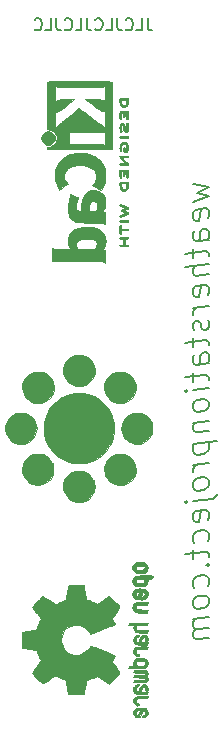
<source format=gbr>
%TF.GenerationSoftware,KiCad,Pcbnew,(5.1.6)-1*%
%TF.CreationDate,2020-09-03T22:55:09+05:30*%
%TF.ProjectId,WeatherStationKit (BareBones),57656174-6865-4725-9374-6174696f6e4b,rev?*%
%TF.SameCoordinates,Original*%
%TF.FileFunction,Legend,Bot*%
%TF.FilePolarity,Positive*%
%FSLAX46Y46*%
G04 Gerber Fmt 4.6, Leading zero omitted, Abs format (unit mm)*
G04 Created by KiCad (PCBNEW (5.1.6)-1) date 2020-09-03 22:55:09*
%MOMM*%
%LPD*%
G01*
G04 APERTURE LIST*
%ADD10C,0.150000*%
%ADD11C,0.200000*%
%ADD12C,0.010000*%
G04 APERTURE END LIST*
D10*
X101012047Y-53300380D02*
X101012047Y-54014666D01*
X101059666Y-54157523D01*
X101154904Y-54252761D01*
X101297761Y-54300380D01*
X101393000Y-54300380D01*
X100059666Y-54300380D02*
X100535857Y-54300380D01*
X100535857Y-53300380D01*
X99154904Y-54205142D02*
X99202523Y-54252761D01*
X99345380Y-54300380D01*
X99440619Y-54300380D01*
X99583476Y-54252761D01*
X99678714Y-54157523D01*
X99726333Y-54062285D01*
X99773952Y-53871809D01*
X99773952Y-53728952D01*
X99726333Y-53538476D01*
X99678714Y-53443238D01*
X99583476Y-53348000D01*
X99440619Y-53300380D01*
X99345380Y-53300380D01*
X99202523Y-53348000D01*
X99154904Y-53395619D01*
X98440619Y-53300380D02*
X98440619Y-54014666D01*
X98488238Y-54157523D01*
X98583476Y-54252761D01*
X98726333Y-54300380D01*
X98821571Y-54300380D01*
X97488238Y-54300380D02*
X97964428Y-54300380D01*
X97964428Y-53300380D01*
X96583476Y-54205142D02*
X96631095Y-54252761D01*
X96773952Y-54300380D01*
X96869190Y-54300380D01*
X97012047Y-54252761D01*
X97107285Y-54157523D01*
X97154904Y-54062285D01*
X97202523Y-53871809D01*
X97202523Y-53728952D01*
X97154904Y-53538476D01*
X97107285Y-53443238D01*
X97012047Y-53348000D01*
X96869190Y-53300380D01*
X96773952Y-53300380D01*
X96631095Y-53348000D01*
X96583476Y-53395619D01*
X95869190Y-53300380D02*
X95869190Y-54014666D01*
X95916809Y-54157523D01*
X96012047Y-54252761D01*
X96154904Y-54300380D01*
X96250142Y-54300380D01*
X94916809Y-54300380D02*
X95393000Y-54300380D01*
X95393000Y-53300380D01*
X94012047Y-54205142D02*
X94059666Y-54252761D01*
X94202523Y-54300380D01*
X94297761Y-54300380D01*
X94440619Y-54252761D01*
X94535857Y-54157523D01*
X94583476Y-54062285D01*
X94631095Y-53871809D01*
X94631095Y-53728952D01*
X94583476Y-53538476D01*
X94535857Y-53443238D01*
X94440619Y-53348000D01*
X94297761Y-53300380D01*
X94202523Y-53300380D01*
X94059666Y-53348000D01*
X94012047Y-53395619D01*
X93297761Y-53300380D02*
X93297761Y-54014666D01*
X93345380Y-54157523D01*
X93440619Y-54252761D01*
X93583476Y-54300380D01*
X93678714Y-54300380D01*
X92345380Y-54300380D02*
X92821571Y-54300380D01*
X92821571Y-53300380D01*
X91440619Y-54205142D02*
X91488238Y-54252761D01*
X91631095Y-54300380D01*
X91726333Y-54300380D01*
X91869190Y-54252761D01*
X91964428Y-54157523D01*
X92012047Y-54062285D01*
X92059666Y-53871809D01*
X92059666Y-53728952D01*
X92012047Y-53538476D01*
X91964428Y-53443238D01*
X91869190Y-53348000D01*
X91726333Y-53300380D01*
X91631095Y-53300380D01*
X91488238Y-53348000D01*
X91440619Y-53395619D01*
D11*
X104854428Y-67334869D02*
X106187761Y-67549154D01*
X105235380Y-68049154D01*
X106187761Y-68311059D01*
X104854428Y-68858678D01*
X106092523Y-70227726D02*
X106187761Y-70025345D01*
X106187761Y-69644392D01*
X106092523Y-69465821D01*
X105902047Y-69394392D01*
X105140142Y-69489630D01*
X104949666Y-69608678D01*
X104854428Y-69811059D01*
X104854428Y-70192011D01*
X104949666Y-70370583D01*
X105140142Y-70442011D01*
X105330619Y-70418202D01*
X105521095Y-69442011D01*
X106187761Y-72025345D02*
X105140142Y-72156297D01*
X104949666Y-72084869D01*
X104854428Y-71906297D01*
X104854428Y-71525345D01*
X104949666Y-71322964D01*
X106092523Y-72037250D02*
X106187761Y-71834869D01*
X106187761Y-71358678D01*
X106092523Y-71180107D01*
X105902047Y-71108678D01*
X105711571Y-71132488D01*
X105521095Y-71251535D01*
X105425857Y-71453916D01*
X105425857Y-71930107D01*
X105330619Y-72132488D01*
X104854428Y-72858678D02*
X104854428Y-73620583D01*
X104187761Y-73227726D02*
X105902047Y-73013440D01*
X106092523Y-73084869D01*
X106187761Y-73263440D01*
X106187761Y-73453916D01*
X106187761Y-74120583D02*
X104187761Y-74370583D01*
X106187761Y-74977726D02*
X105140142Y-75108678D01*
X104949666Y-75037250D01*
X104854428Y-74858678D01*
X104854428Y-74572964D01*
X104949666Y-74370583D01*
X105044904Y-74263440D01*
X106092523Y-76703916D02*
X106187761Y-76501535D01*
X106187761Y-76120583D01*
X106092523Y-75942011D01*
X105902047Y-75870583D01*
X105140142Y-75965821D01*
X104949666Y-76084869D01*
X104854428Y-76287250D01*
X104854428Y-76668202D01*
X104949666Y-76846773D01*
X105140142Y-76918202D01*
X105330619Y-76894392D01*
X105521095Y-75918202D01*
X106187761Y-77644392D02*
X104854428Y-77811059D01*
X105235380Y-77763440D02*
X105044904Y-77882488D01*
X104949666Y-77989630D01*
X104854428Y-78192011D01*
X104854428Y-78382488D01*
X106092523Y-78799154D02*
X106187761Y-78977726D01*
X106187761Y-79358678D01*
X106092523Y-79561059D01*
X105902047Y-79680107D01*
X105806809Y-79692011D01*
X105616333Y-79620583D01*
X105521095Y-79442011D01*
X105521095Y-79156297D01*
X105425857Y-78977726D01*
X105235380Y-78906297D01*
X105140142Y-78918202D01*
X104949666Y-79037250D01*
X104854428Y-79239630D01*
X104854428Y-79525345D01*
X104949666Y-79703916D01*
X104854428Y-80382488D02*
X104854428Y-81144392D01*
X104187761Y-80751535D02*
X105902047Y-80537250D01*
X106092523Y-80608678D01*
X106187761Y-80787250D01*
X106187761Y-80977726D01*
X106187761Y-82501535D02*
X105140142Y-82632488D01*
X104949666Y-82561059D01*
X104854428Y-82382488D01*
X104854428Y-82001535D01*
X104949666Y-81799154D01*
X106092523Y-82513440D02*
X106187761Y-82311059D01*
X106187761Y-81834869D01*
X106092523Y-81656297D01*
X105902047Y-81584869D01*
X105711571Y-81608678D01*
X105521095Y-81727726D01*
X105425857Y-81930107D01*
X105425857Y-82406297D01*
X105330619Y-82608678D01*
X104854428Y-83334869D02*
X104854428Y-84096773D01*
X104187761Y-83703916D02*
X105902047Y-83489630D01*
X106092523Y-83561059D01*
X106187761Y-83739630D01*
X106187761Y-83930107D01*
X106187761Y-84596773D02*
X104854428Y-84763440D01*
X104187761Y-84846773D02*
X104283000Y-84739630D01*
X104378238Y-84822964D01*
X104283000Y-84930107D01*
X104187761Y-84846773D01*
X104378238Y-84822964D01*
X106187761Y-85834869D02*
X106092523Y-85656297D01*
X105997285Y-85572964D01*
X105806809Y-85501535D01*
X105235380Y-85572964D01*
X105044904Y-85692011D01*
X104949666Y-85799154D01*
X104854428Y-86001535D01*
X104854428Y-86287250D01*
X104949666Y-86465821D01*
X105044904Y-86549154D01*
X105235380Y-86620583D01*
X105806809Y-86549154D01*
X105997285Y-86430107D01*
X106092523Y-86322964D01*
X106187761Y-86120583D01*
X106187761Y-85834869D01*
X104854428Y-87525345D02*
X106187761Y-87358678D01*
X105044904Y-87501535D02*
X104949666Y-87608678D01*
X104854428Y-87811059D01*
X104854428Y-88096773D01*
X104949666Y-88275345D01*
X105140142Y-88346773D01*
X106187761Y-88215821D01*
X104854428Y-89334869D02*
X106854428Y-89084869D01*
X104949666Y-89322964D02*
X104854428Y-89525345D01*
X104854428Y-89906297D01*
X104949666Y-90084869D01*
X105044904Y-90168202D01*
X105235380Y-90239630D01*
X105806809Y-90168202D01*
X105997285Y-90049154D01*
X106092523Y-89942011D01*
X106187761Y-89739630D01*
X106187761Y-89358678D01*
X106092523Y-89180107D01*
X106187761Y-90977726D02*
X104854428Y-91144392D01*
X105235380Y-91096773D02*
X105044904Y-91215821D01*
X104949666Y-91322964D01*
X104854428Y-91525345D01*
X104854428Y-91715821D01*
X106187761Y-92501535D02*
X106092523Y-92322964D01*
X105997285Y-92239630D01*
X105806809Y-92168202D01*
X105235380Y-92239630D01*
X105044904Y-92358678D01*
X104949666Y-92465821D01*
X104854428Y-92668202D01*
X104854428Y-92953916D01*
X104949666Y-93132488D01*
X105044904Y-93215821D01*
X105235380Y-93287250D01*
X105806809Y-93215821D01*
X105997285Y-93096773D01*
X106092523Y-92989630D01*
X106187761Y-92787249D01*
X106187761Y-92501535D01*
X104854428Y-94192011D02*
X106568714Y-93977726D01*
X106759190Y-93858678D01*
X106854428Y-93656297D01*
X106854428Y-93561059D01*
X104187761Y-94275345D02*
X104283000Y-94168202D01*
X104378238Y-94251535D01*
X104283000Y-94358678D01*
X104187761Y-94275345D01*
X104378238Y-94251535D01*
X106092523Y-95751535D02*
X106187761Y-95549154D01*
X106187761Y-95168202D01*
X106092523Y-94989630D01*
X105902047Y-94918202D01*
X105140142Y-95013440D01*
X104949666Y-95132488D01*
X104854428Y-95334869D01*
X104854428Y-95715821D01*
X104949666Y-95894392D01*
X105140142Y-95965821D01*
X105330619Y-95942011D01*
X105521095Y-94965821D01*
X106092523Y-97561059D02*
X106187761Y-97358678D01*
X106187761Y-96977726D01*
X106092523Y-96799154D01*
X105997285Y-96715821D01*
X105806809Y-96644392D01*
X105235380Y-96715821D01*
X105044904Y-96834869D01*
X104949666Y-96942011D01*
X104854428Y-97144392D01*
X104854428Y-97525345D01*
X104949666Y-97703916D01*
X104854428Y-98287249D02*
X104854428Y-99049154D01*
X104187761Y-98656297D02*
X105902047Y-98442011D01*
X106092523Y-98513440D01*
X106187761Y-98692011D01*
X106187761Y-98882488D01*
X105997285Y-99572964D02*
X106092523Y-99656297D01*
X106187761Y-99549154D01*
X106092523Y-99465821D01*
X105997285Y-99572964D01*
X106187761Y-99549154D01*
X106092523Y-101370583D02*
X106187761Y-101168202D01*
X106187761Y-100787250D01*
X106092523Y-100608678D01*
X105997285Y-100525345D01*
X105806809Y-100453916D01*
X105235380Y-100525345D01*
X105044904Y-100644392D01*
X104949666Y-100751535D01*
X104854428Y-100953916D01*
X104854428Y-101334869D01*
X104949666Y-101513440D01*
X106187761Y-102501535D02*
X106092523Y-102322964D01*
X105997285Y-102239630D01*
X105806809Y-102168202D01*
X105235380Y-102239630D01*
X105044904Y-102358678D01*
X104949666Y-102465821D01*
X104854428Y-102668202D01*
X104854428Y-102953916D01*
X104949666Y-103132488D01*
X105044904Y-103215821D01*
X105235380Y-103287249D01*
X105806809Y-103215821D01*
X105997285Y-103096773D01*
X106092523Y-102989630D01*
X106187761Y-102787250D01*
X106187761Y-102501535D01*
X106187761Y-104025345D02*
X104854428Y-104192011D01*
X105044904Y-104168202D02*
X104949666Y-104275345D01*
X104854428Y-104477726D01*
X104854428Y-104763440D01*
X104949666Y-104942011D01*
X105140142Y-105013440D01*
X106187761Y-104882488D01*
X105140142Y-105013440D02*
X104949666Y-105132488D01*
X104854428Y-105334869D01*
X104854428Y-105620583D01*
X104949666Y-105799154D01*
X105140142Y-105870583D01*
X106187761Y-105739630D01*
D12*
%TO.C,G\u002A\u002A\u002A*%
G36*
X95371625Y-94231095D02*
G01*
X95499548Y-94219631D01*
X95603648Y-94195341D01*
X95708233Y-94153998D01*
X95739857Y-94139292D01*
X96013774Y-93971699D01*
X96236413Y-93754625D01*
X96400738Y-93497941D01*
X96457788Y-93375699D01*
X96493087Y-93275141D01*
X96511779Y-93170920D01*
X96519007Y-93037691D01*
X96520000Y-92910208D01*
X96517461Y-92737302D01*
X96506863Y-92612612D01*
X96483735Y-92511876D01*
X96443604Y-92410828D01*
X96418121Y-92357391D01*
X96258024Y-92105616D01*
X96051726Y-91896799D01*
X95810254Y-91736213D01*
X95544633Y-91629130D01*
X95265888Y-91580823D01*
X94985047Y-91596562D01*
X94878096Y-91620985D01*
X94646866Y-91700827D01*
X94460510Y-91803915D01*
X94291667Y-91946499D01*
X94239640Y-92000153D01*
X94060506Y-92223865D01*
X93944801Y-92451268D01*
X93884957Y-92701090D01*
X93872192Y-92909572D01*
X93875038Y-93075207D01*
X93889059Y-93198482D01*
X93920471Y-93309436D01*
X93975491Y-93438109D01*
X93986328Y-93461140D01*
X94154346Y-93735697D01*
X94373615Y-93959024D01*
X94633171Y-94125103D01*
X94745474Y-94177544D01*
X94842381Y-94209888D01*
X94948394Y-94226877D01*
X95088014Y-94233255D01*
X95195571Y-94233961D01*
X95371625Y-94231095D01*
G37*
X95371625Y-94231095D02*
X95499548Y-94219631D01*
X95603648Y-94195341D01*
X95708233Y-94153998D01*
X95739857Y-94139292D01*
X96013774Y-93971699D01*
X96236413Y-93754625D01*
X96400738Y-93497941D01*
X96457788Y-93375699D01*
X96493087Y-93275141D01*
X96511779Y-93170920D01*
X96519007Y-93037691D01*
X96520000Y-92910208D01*
X96517461Y-92737302D01*
X96506863Y-92612612D01*
X96483735Y-92511876D01*
X96443604Y-92410828D01*
X96418121Y-92357391D01*
X96258024Y-92105616D01*
X96051726Y-91896799D01*
X95810254Y-91736213D01*
X95544633Y-91629130D01*
X95265888Y-91580823D01*
X94985047Y-91596562D01*
X94878096Y-91620985D01*
X94646866Y-91700827D01*
X94460510Y-91803915D01*
X94291667Y-91946499D01*
X94239640Y-92000153D01*
X94060506Y-92223865D01*
X93944801Y-92451268D01*
X93884957Y-92701090D01*
X93872192Y-92909572D01*
X93875038Y-93075207D01*
X93889059Y-93198482D01*
X93920471Y-93309436D01*
X93975491Y-93438109D01*
X93986328Y-93461140D01*
X94154346Y-93735697D01*
X94373615Y-93959024D01*
X94633171Y-94125103D01*
X94745474Y-94177544D01*
X94842381Y-94209888D01*
X94948394Y-94226877D01*
X95088014Y-94233255D01*
X95195571Y-94233961D01*
X95371625Y-94231095D01*
G36*
X98951432Y-92782695D02*
G01*
X99222094Y-92701880D01*
X99462165Y-92560351D01*
X99654981Y-92383276D01*
X99830100Y-92157296D01*
X99940613Y-91922359D01*
X99993643Y-91660160D01*
X100000887Y-91494429D01*
X99969112Y-91172397D01*
X99875036Y-90887456D01*
X99719063Y-90640286D01*
X99501596Y-90431566D01*
X99289056Y-90295634D01*
X99171526Y-90236271D01*
X99071923Y-90198834D01*
X98965165Y-90177491D01*
X98826169Y-90166409D01*
X98715285Y-90162209D01*
X98530544Y-90160093D01*
X98393660Y-90169112D01*
X98280384Y-90192192D01*
X98180324Y-90226711D01*
X97963781Y-90345082D01*
X97757722Y-90518017D01*
X97580424Y-90727928D01*
X97473375Y-90906987D01*
X97414964Y-91032710D01*
X97379652Y-91135962D01*
X97361848Y-91243778D01*
X97355958Y-91383194D01*
X97355741Y-91475645D01*
X97377960Y-91764767D01*
X97447106Y-92009804D01*
X97570312Y-92227359D01*
X97754712Y-92434037D01*
X97776079Y-92454086D01*
X98016452Y-92637459D01*
X98271457Y-92752539D01*
X98551233Y-92803462D01*
X98640485Y-92806839D01*
X98951432Y-92782695D01*
G37*
X98951432Y-92782695D02*
X99222094Y-92701880D01*
X99462165Y-92560351D01*
X99654981Y-92383276D01*
X99830100Y-92157296D01*
X99940613Y-91922359D01*
X99993643Y-91660160D01*
X100000887Y-91494429D01*
X99969112Y-91172397D01*
X99875036Y-90887456D01*
X99719063Y-90640286D01*
X99501596Y-90431566D01*
X99289056Y-90295634D01*
X99171526Y-90236271D01*
X99071923Y-90198834D01*
X98965165Y-90177491D01*
X98826169Y-90166409D01*
X98715285Y-90162209D01*
X98530544Y-90160093D01*
X98393660Y-90169112D01*
X98280384Y-90192192D01*
X98180324Y-90226711D01*
X97963781Y-90345082D01*
X97757722Y-90518017D01*
X97580424Y-90727928D01*
X97473375Y-90906987D01*
X97414964Y-91032710D01*
X97379652Y-91135962D01*
X97361848Y-91243778D01*
X97355958Y-91383194D01*
X97355741Y-91475645D01*
X97377960Y-91764767D01*
X97447106Y-92009804D01*
X97570312Y-92227359D01*
X97754712Y-92434037D01*
X97776079Y-92454086D01*
X98016452Y-92637459D01*
X98271457Y-92752539D01*
X98551233Y-92803462D01*
X98640485Y-92806839D01*
X98951432Y-92782695D01*
G36*
X92103819Y-92757102D02*
G01*
X92363128Y-92649595D01*
X92597957Y-92486647D01*
X92798825Y-92269839D01*
X92934692Y-92046609D01*
X92982828Y-91940840D01*
X93012983Y-91846491D01*
X93029245Y-91740687D01*
X93035699Y-91600550D01*
X93036571Y-91476286D01*
X93034405Y-91300499D01*
X93025173Y-91174322D01*
X93004775Y-91074855D01*
X92969110Y-90979197D01*
X92934304Y-90905169D01*
X92772794Y-90653989D01*
X92558211Y-90438349D01*
X92307679Y-90275372D01*
X92301402Y-90272267D01*
X92181967Y-90219434D01*
X92070320Y-90187182D01*
X91939548Y-90169984D01*
X91766571Y-90162398D01*
X91608668Y-90162156D01*
X91469164Y-90168068D01*
X91370810Y-90178949D01*
X91349050Y-90184111D01*
X91095182Y-90298412D01*
X90861303Y-90464921D01*
X90666400Y-90668074D01*
X90558934Y-90831893D01*
X90444456Y-91117874D01*
X90396228Y-91412939D01*
X90412795Y-91706304D01*
X90492697Y-91987182D01*
X90634478Y-92244790D01*
X90771884Y-92407629D01*
X91011389Y-92601066D01*
X91273815Y-92731150D01*
X91549682Y-92799462D01*
X91829510Y-92807585D01*
X92103819Y-92757102D01*
G37*
X92103819Y-92757102D02*
X92363128Y-92649595D01*
X92597957Y-92486647D01*
X92798825Y-92269839D01*
X92934692Y-92046609D01*
X92982828Y-91940840D01*
X93012983Y-91846491D01*
X93029245Y-91740687D01*
X93035699Y-91600550D01*
X93036571Y-91476286D01*
X93034405Y-91300499D01*
X93025173Y-91174322D01*
X93004775Y-91074855D01*
X92969110Y-90979197D01*
X92934304Y-90905169D01*
X92772794Y-90653989D01*
X92558211Y-90438349D01*
X92307679Y-90275372D01*
X92301402Y-90272267D01*
X92181967Y-90219434D01*
X92070320Y-90187182D01*
X91939548Y-90169984D01*
X91766571Y-90162398D01*
X91608668Y-90162156D01*
X91469164Y-90168068D01*
X91370810Y-90178949D01*
X91349050Y-90184111D01*
X91095182Y-90298412D01*
X90861303Y-90464921D01*
X90666400Y-90668074D01*
X90558934Y-90831893D01*
X90444456Y-91117874D01*
X90396228Y-91412939D01*
X90412795Y-91706304D01*
X90492697Y-91987182D01*
X90634478Y-92244790D01*
X90771884Y-92407629D01*
X91011389Y-92601066D01*
X91273815Y-92731150D01*
X91549682Y-92799462D01*
X91829510Y-92807585D01*
X92103819Y-92757102D01*
G36*
X100425942Y-89296114D02*
G01*
X100711532Y-89198161D01*
X100962402Y-89039869D01*
X101171898Y-88825266D01*
X101311355Y-88603793D01*
X101360355Y-88500973D01*
X101391677Y-88411784D01*
X101409222Y-88314668D01*
X101416886Y-88188067D01*
X101418571Y-88011000D01*
X101416617Y-87831031D01*
X101408342Y-87702158D01*
X101390126Y-87602958D01*
X101358349Y-87512006D01*
X101320435Y-87430185D01*
X101154101Y-87170410D01*
X100938373Y-86959681D01*
X100682118Y-86803774D01*
X100394203Y-86708465D01*
X100169492Y-86680487D01*
X99976537Y-86682137D01*
X99810124Y-86701791D01*
X99741664Y-86718923D01*
X99450833Y-86850074D01*
X99204087Y-87038671D01*
X99002762Y-87283517D01*
X98893405Y-87479584D01*
X98806240Y-87745091D01*
X98782467Y-88025114D01*
X98818505Y-88306214D01*
X98910773Y-88574956D01*
X99055692Y-88817901D01*
X99249680Y-89021614D01*
X99318266Y-89074026D01*
X99536872Y-89208160D01*
X99746515Y-89288908D01*
X99975252Y-89325303D01*
X100112285Y-89329699D01*
X100425942Y-89296114D01*
G37*
X100425942Y-89296114D02*
X100711532Y-89198161D01*
X100962402Y-89039869D01*
X101171898Y-88825266D01*
X101311355Y-88603793D01*
X101360355Y-88500973D01*
X101391677Y-88411784D01*
X101409222Y-88314668D01*
X101416886Y-88188067D01*
X101418571Y-88011000D01*
X101416617Y-87831031D01*
X101408342Y-87702158D01*
X101390126Y-87602958D01*
X101358349Y-87512006D01*
X101320435Y-87430185D01*
X101154101Y-87170410D01*
X100938373Y-86959681D01*
X100682118Y-86803774D01*
X100394203Y-86708465D01*
X100169492Y-86680487D01*
X99976537Y-86682137D01*
X99810124Y-86701791D01*
X99741664Y-86718923D01*
X99450833Y-86850074D01*
X99204087Y-87038671D01*
X99002762Y-87283517D01*
X98893405Y-87479584D01*
X98806240Y-87745091D01*
X98782467Y-88025114D01*
X98818505Y-88306214D01*
X98910773Y-88574956D01*
X99055692Y-88817901D01*
X99249680Y-89021614D01*
X99318266Y-89074026D01*
X99536872Y-89208160D01*
X99746515Y-89288908D01*
X99975252Y-89325303D01*
X100112285Y-89329699D01*
X100425942Y-89296114D01*
G36*
X90577009Y-89304369D02*
G01*
X90835691Y-89223050D01*
X91069703Y-89082344D01*
X91178347Y-88991395D01*
X91381567Y-88762467D01*
X91521526Y-88512384D01*
X91601265Y-88249495D01*
X91623826Y-87982148D01*
X91592250Y-87718695D01*
X91509579Y-87467483D01*
X91378854Y-87236862D01*
X91203118Y-87035180D01*
X90985411Y-86870788D01*
X90728776Y-86752035D01*
X90436253Y-86687268D01*
X90336064Y-86679332D01*
X90145212Y-86678839D01*
X89991674Y-86700413D01*
X89869682Y-86737760D01*
X89582575Y-86874288D01*
X89351183Y-87052835D01*
X89167554Y-87280590D01*
X89068190Y-87462360D01*
X89021008Y-87573472D01*
X88992231Y-87676611D01*
X88977572Y-87796371D01*
X88972745Y-87957343D01*
X88972571Y-88011000D01*
X88975028Y-88182911D01*
X88985500Y-88306932D01*
X89008635Y-88407666D01*
X89049085Y-88509716D01*
X89078497Y-88571452D01*
X89247499Y-88835148D01*
X89471341Y-89052661D01*
X89745431Y-89219610D01*
X89885340Y-89280586D01*
X90001933Y-89314990D01*
X90128059Y-89329737D01*
X90278857Y-89331904D01*
X90577009Y-89304369D01*
G37*
X90577009Y-89304369D02*
X90835691Y-89223050D01*
X91069703Y-89082344D01*
X91178347Y-88991395D01*
X91381567Y-88762467D01*
X91521526Y-88512384D01*
X91601265Y-88249495D01*
X91623826Y-87982148D01*
X91592250Y-87718695D01*
X91509579Y-87467483D01*
X91378854Y-87236862D01*
X91203118Y-87035180D01*
X90985411Y-86870788D01*
X90728776Y-86752035D01*
X90436253Y-86687268D01*
X90336064Y-86679332D01*
X90145212Y-86678839D01*
X89991674Y-86700413D01*
X89869682Y-86737760D01*
X89582575Y-86874288D01*
X89351183Y-87052835D01*
X89167554Y-87280590D01*
X89068190Y-87462360D01*
X89021008Y-87573472D01*
X88992231Y-87676611D01*
X88977572Y-87796371D01*
X88972745Y-87957343D01*
X88972571Y-88011000D01*
X88975028Y-88182911D01*
X88985500Y-88306932D01*
X89008635Y-88407666D01*
X89049085Y-88509716D01*
X89078497Y-88571452D01*
X89247499Y-88835148D01*
X89471341Y-89052661D01*
X89745431Y-89219610D01*
X89885340Y-89280586D01*
X90001933Y-89314990D01*
X90128059Y-89329737D01*
X90278857Y-89331904D01*
X90577009Y-89304369D01*
G36*
X95419758Y-90965311D02*
G01*
X95606339Y-90957861D01*
X95753875Y-90943325D01*
X95879066Y-90920260D01*
X95957571Y-90899662D01*
X96407645Y-90733393D01*
X96817029Y-90509886D01*
X97181660Y-90233372D01*
X97497479Y-89908084D01*
X97760424Y-89538253D01*
X97966436Y-89128111D01*
X98111453Y-88681891D01*
X98120010Y-88646000D01*
X98156496Y-88418778D01*
X98174532Y-88148747D01*
X98174108Y-87863288D01*
X98155210Y-87589784D01*
X98120576Y-87367980D01*
X97991196Y-86940890D01*
X97796462Y-86536803D01*
X97541892Y-86163105D01*
X97233004Y-85827182D01*
X96875314Y-85536421D01*
X96641266Y-85387690D01*
X96440909Y-85290693D01*
X96193308Y-85198605D01*
X95923736Y-85119204D01*
X95657465Y-85060271D01*
X95502319Y-85037099D01*
X95353916Y-85021006D01*
X95232220Y-85009492D01*
X95155770Y-85004236D01*
X95141142Y-85004352D01*
X95088653Y-85010595D01*
X94986564Y-85022587D01*
X94862112Y-85037131D01*
X94416236Y-85124143D01*
X93997406Y-85274673D01*
X93610632Y-85483097D01*
X93260924Y-85743788D01*
X92953292Y-86051119D01*
X92692744Y-86399466D01*
X92484291Y-86783203D01*
X92332942Y-87196703D01*
X92243706Y-87634340D01*
X92220397Y-88003837D01*
X92254738Y-88466208D01*
X92355947Y-88906513D01*
X92520335Y-89319684D01*
X92744218Y-89700652D01*
X93023908Y-90044346D01*
X93355720Y-90345697D01*
X93735966Y-90599636D01*
X94160960Y-90801093D01*
X94288428Y-90847733D01*
X94426694Y-90893883D01*
X94539873Y-90926207D01*
X94646478Y-90947190D01*
X94765024Y-90959318D01*
X94914023Y-90965077D01*
X95111988Y-90966955D01*
X95177428Y-90967121D01*
X95419758Y-90965311D01*
G37*
X95419758Y-90965311D02*
X95606339Y-90957861D01*
X95753875Y-90943325D01*
X95879066Y-90920260D01*
X95957571Y-90899662D01*
X96407645Y-90733393D01*
X96817029Y-90509886D01*
X97181660Y-90233372D01*
X97497479Y-89908084D01*
X97760424Y-89538253D01*
X97966436Y-89128111D01*
X98111453Y-88681891D01*
X98120010Y-88646000D01*
X98156496Y-88418778D01*
X98174532Y-88148747D01*
X98174108Y-87863288D01*
X98155210Y-87589784D01*
X98120576Y-87367980D01*
X97991196Y-86940890D01*
X97796462Y-86536803D01*
X97541892Y-86163105D01*
X97233004Y-85827182D01*
X96875314Y-85536421D01*
X96641266Y-85387690D01*
X96440909Y-85290693D01*
X96193308Y-85198605D01*
X95923736Y-85119204D01*
X95657465Y-85060271D01*
X95502319Y-85037099D01*
X95353916Y-85021006D01*
X95232220Y-85009492D01*
X95155770Y-85004236D01*
X95141142Y-85004352D01*
X95088653Y-85010595D01*
X94986564Y-85022587D01*
X94862112Y-85037131D01*
X94416236Y-85124143D01*
X93997406Y-85274673D01*
X93610632Y-85483097D01*
X93260924Y-85743788D01*
X92953292Y-86051119D01*
X92692744Y-86399466D01*
X92484291Y-86783203D01*
X92332942Y-87196703D01*
X92243706Y-87634340D01*
X92220397Y-88003837D01*
X92254738Y-88466208D01*
X92355947Y-88906513D01*
X92520335Y-89319684D01*
X92744218Y-89700652D01*
X93023908Y-90044346D01*
X93355720Y-90345697D01*
X93735966Y-90599636D01*
X94160960Y-90801093D01*
X94288428Y-90847733D01*
X94426694Y-90893883D01*
X94539873Y-90926207D01*
X94646478Y-90947190D01*
X94765024Y-90959318D01*
X94914023Y-90965077D01*
X95111988Y-90966955D01*
X95177428Y-90967121D01*
X95419758Y-90965311D01*
G36*
X98862768Y-85848334D02*
G01*
X98997370Y-85835050D01*
X99105961Y-85808520D01*
X99198956Y-85771094D01*
X99463099Y-85613093D01*
X99680016Y-85409910D01*
X99845888Y-85171257D01*
X99956893Y-84906845D01*
X100009212Y-84626384D01*
X99999025Y-84339586D01*
X99922510Y-84056160D01*
X99897043Y-83996633D01*
X99743986Y-83743533D01*
X99541098Y-83531269D01*
X99299863Y-83365800D01*
X99031770Y-83253083D01*
X98748304Y-83199076D01*
X98460952Y-83209737D01*
X98401187Y-83220750D01*
X98125732Y-83314521D01*
X97871775Y-83469934D01*
X97655050Y-83676289D01*
X97573320Y-83783714D01*
X97431717Y-84051268D01*
X97356125Y-84332355D01*
X97343807Y-84617256D01*
X97392029Y-84896252D01*
X97498053Y-85159627D01*
X97659145Y-85397660D01*
X97872569Y-85600634D01*
X98128359Y-85755465D01*
X98240112Y-85803033D01*
X98343175Y-85832059D01*
X98462221Y-85846866D01*
X98621924Y-85851781D01*
X98679000Y-85851973D01*
X98862768Y-85848334D01*
G37*
X98862768Y-85848334D02*
X98997370Y-85835050D01*
X99105961Y-85808520D01*
X99198956Y-85771094D01*
X99463099Y-85613093D01*
X99680016Y-85409910D01*
X99845888Y-85171257D01*
X99956893Y-84906845D01*
X100009212Y-84626384D01*
X99999025Y-84339586D01*
X99922510Y-84056160D01*
X99897043Y-83996633D01*
X99743986Y-83743533D01*
X99541098Y-83531269D01*
X99299863Y-83365800D01*
X99031770Y-83253083D01*
X98748304Y-83199076D01*
X98460952Y-83209737D01*
X98401187Y-83220750D01*
X98125732Y-83314521D01*
X97871775Y-83469934D01*
X97655050Y-83676289D01*
X97573320Y-83783714D01*
X97431717Y-84051268D01*
X97356125Y-84332355D01*
X97343807Y-84617256D01*
X97392029Y-84896252D01*
X97498053Y-85159627D01*
X97659145Y-85397660D01*
X97872569Y-85600634D01*
X98128359Y-85755465D01*
X98240112Y-85803033D01*
X98343175Y-85832059D01*
X98462221Y-85846866D01*
X98621924Y-85851781D01*
X98679000Y-85851973D01*
X98862768Y-85848334D01*
G36*
X91902295Y-85850134D02*
G01*
X92024553Y-85841851D01*
X92119851Y-85822563D01*
X92210981Y-85787763D01*
X92314055Y-85736436D01*
X92526340Y-85596590D01*
X92720754Y-85414919D01*
X92879277Y-85210934D01*
X92979581Y-85015946D01*
X93047211Y-84736374D01*
X93052775Y-84441164D01*
X92998738Y-84147878D01*
X92887563Y-83874081D01*
X92799593Y-83733497D01*
X92607550Y-83527086D01*
X92370775Y-83366187D01*
X92104042Y-83255997D01*
X91822123Y-83201712D01*
X91539791Y-83208530D01*
X91393922Y-83239008D01*
X91199241Y-83303387D01*
X91043638Y-83382143D01*
X90898170Y-83492415D01*
X90784490Y-83599919D01*
X90640442Y-83756847D01*
X90542101Y-83902417D01*
X90474327Y-84064648D01*
X90422214Y-84270450D01*
X90393367Y-84578624D01*
X90436787Y-84880453D01*
X90510665Y-85089297D01*
X90611914Y-85259953D01*
X90759774Y-85436712D01*
X90933538Y-85598568D01*
X91112502Y-85724511D01*
X91163884Y-85752040D01*
X91268269Y-85799354D01*
X91362421Y-85828968D01*
X91469088Y-85844895D01*
X91611015Y-85851147D01*
X91730285Y-85851922D01*
X91902295Y-85850134D01*
G37*
X91902295Y-85850134D02*
X92024553Y-85841851D01*
X92119851Y-85822563D01*
X92210981Y-85787763D01*
X92314055Y-85736436D01*
X92526340Y-85596590D01*
X92720754Y-85414919D01*
X92879277Y-85210934D01*
X92979581Y-85015946D01*
X93047211Y-84736374D01*
X93052775Y-84441164D01*
X92998738Y-84147878D01*
X92887563Y-83874081D01*
X92799593Y-83733497D01*
X92607550Y-83527086D01*
X92370775Y-83366187D01*
X92104042Y-83255997D01*
X91822123Y-83201712D01*
X91539791Y-83208530D01*
X91393922Y-83239008D01*
X91199241Y-83303387D01*
X91043638Y-83382143D01*
X90898170Y-83492415D01*
X90784490Y-83599919D01*
X90640442Y-83756847D01*
X90542101Y-83902417D01*
X90474327Y-84064648D01*
X90422214Y-84270450D01*
X90393367Y-84578624D01*
X90436787Y-84880453D01*
X90510665Y-85089297D01*
X90611914Y-85259953D01*
X90759774Y-85436712D01*
X90933538Y-85598568D01*
X91112502Y-85724511D01*
X91163884Y-85752040D01*
X91268269Y-85799354D01*
X91362421Y-85828968D01*
X91469088Y-85844895D01*
X91611015Y-85851147D01*
X91730285Y-85851922D01*
X91902295Y-85850134D01*
G36*
X95384898Y-84397782D02*
G01*
X95522255Y-84387472D01*
X95628098Y-84366729D01*
X95722883Y-84332640D01*
X95746231Y-84322162D01*
X95915252Y-84221487D01*
X96091436Y-84079774D01*
X96248373Y-83920323D01*
X96341401Y-83797099D01*
X96462578Y-83541257D01*
X96523227Y-83263533D01*
X96525050Y-82977746D01*
X96469749Y-82697717D01*
X96359027Y-82437266D01*
X96194584Y-82210213D01*
X96139118Y-82154479D01*
X95928216Y-81981905D01*
X95719092Y-81868148D01*
X95489119Y-81803684D01*
X95250000Y-81780103D01*
X95078644Y-81776476D01*
X94953223Y-81783916D01*
X94847473Y-81806121D01*
X94735132Y-81846789D01*
X94714067Y-81855561D01*
X94432650Y-82007163D01*
X94208373Y-82202410D01*
X94037584Y-82445313D01*
X93920677Y-82726670D01*
X93867395Y-83015036D01*
X93881182Y-83303532D01*
X93957360Y-83581406D01*
X94091246Y-83837903D01*
X94278161Y-84062269D01*
X94513425Y-84243750D01*
X94602478Y-84293209D01*
X94705407Y-84342270D01*
X94794626Y-84373634D01*
X94891700Y-84391202D01*
X95018195Y-84398880D01*
X95195571Y-84400572D01*
X95384898Y-84397782D01*
G37*
X95384898Y-84397782D02*
X95522255Y-84387472D01*
X95628098Y-84366729D01*
X95722883Y-84332640D01*
X95746231Y-84322162D01*
X95915252Y-84221487D01*
X96091436Y-84079774D01*
X96248373Y-83920323D01*
X96341401Y-83797099D01*
X96462578Y-83541257D01*
X96523227Y-83263533D01*
X96525050Y-82977746D01*
X96469749Y-82697717D01*
X96359027Y-82437266D01*
X96194584Y-82210213D01*
X96139118Y-82154479D01*
X95928216Y-81981905D01*
X95719092Y-81868148D01*
X95489119Y-81803684D01*
X95250000Y-81780103D01*
X95078644Y-81776476D01*
X94953223Y-81783916D01*
X94847473Y-81806121D01*
X94735132Y-81846789D01*
X94714067Y-81855561D01*
X94432650Y-82007163D01*
X94208373Y-82202410D01*
X94037584Y-82445313D01*
X93920677Y-82726670D01*
X93867395Y-83015036D01*
X93881182Y-83303532D01*
X93957360Y-83581406D01*
X94091246Y-83837903D01*
X94278161Y-84062269D01*
X94513425Y-84243750D01*
X94602478Y-84293209D01*
X94705407Y-84342270D01*
X94794626Y-84373634D01*
X94891700Y-84391202D01*
X95018195Y-84398880D01*
X95195571Y-84400572D01*
X95384898Y-84397782D01*
%TO.C,REF\u002A\u002A*%
G36*
X98631258Y-60184337D02*
G01*
X98631659Y-60223819D01*
X98634451Y-60339508D01*
X98642742Y-60436397D01*
X98657424Y-60517789D01*
X98679385Y-60586985D01*
X98709514Y-60647288D01*
X98748702Y-60702000D01*
X98765724Y-60721541D01*
X98805555Y-60753958D01*
X98859605Y-60783188D01*
X98919515Y-60805717D01*
X98976931Y-60818029D01*
X98998148Y-60819308D01*
X99056961Y-60811291D01*
X99121205Y-60789809D01*
X99182013Y-60758709D01*
X99230522Y-60721842D01*
X99236374Y-60715854D01*
X99277513Y-60665129D01*
X99309627Y-60609583D01*
X99333557Y-60546012D01*
X99350145Y-60471214D01*
X99360233Y-60381986D01*
X99364661Y-60275126D01*
X99365037Y-60226180D01*
X99364737Y-60163946D01*
X99363484Y-60120180D01*
X99360746Y-60090777D01*
X99355993Y-60071629D01*
X99348693Y-60058631D01*
X99342459Y-60051663D01*
X99334886Y-60045082D01*
X99325116Y-60039920D01*
X99310532Y-60036005D01*
X99288518Y-60033165D01*
X99256456Y-60031228D01*
X99211728Y-60030024D01*
X99151718Y-60029380D01*
X99073809Y-60029125D01*
X98998148Y-60029086D01*
X98897233Y-60028838D01*
X98816619Y-60028891D01*
X98778014Y-60029851D01*
X98778014Y-60175841D01*
X99218281Y-60175841D01*
X99218196Y-60268974D01*
X99216588Y-60325015D01*
X99212448Y-60383709D01*
X99206656Y-60432680D01*
X99206418Y-60434170D01*
X99187282Y-60513316D01*
X99157479Y-60574706D01*
X99115070Y-60621403D01*
X99069153Y-60651073D01*
X99018218Y-60669355D01*
X98970392Y-60667937D01*
X98919125Y-60646720D01*
X98866091Y-60605219D01*
X98826792Y-60547710D01*
X98800523Y-60472958D01*
X98791227Y-60423000D01*
X98784699Y-60366292D01*
X98779974Y-60306189D01*
X98778009Y-60255069D01*
X98778000Y-60252041D01*
X98778014Y-60175841D01*
X98778014Y-60029851D01*
X98754043Y-60030448D01*
X98707247Y-60034710D01*
X98673970Y-60042878D01*
X98651951Y-60056152D01*
X98638931Y-60075734D01*
X98632649Y-60102825D01*
X98630845Y-60138626D01*
X98631258Y-60184337D01*
G37*
X98631258Y-60184337D02*
X98631659Y-60223819D01*
X98634451Y-60339508D01*
X98642742Y-60436397D01*
X98657424Y-60517789D01*
X98679385Y-60586985D01*
X98709514Y-60647288D01*
X98748702Y-60702000D01*
X98765724Y-60721541D01*
X98805555Y-60753958D01*
X98859605Y-60783188D01*
X98919515Y-60805717D01*
X98976931Y-60818029D01*
X98998148Y-60819308D01*
X99056961Y-60811291D01*
X99121205Y-60789809D01*
X99182013Y-60758709D01*
X99230522Y-60721842D01*
X99236374Y-60715854D01*
X99277513Y-60665129D01*
X99309627Y-60609583D01*
X99333557Y-60546012D01*
X99350145Y-60471214D01*
X99360233Y-60381986D01*
X99364661Y-60275126D01*
X99365037Y-60226180D01*
X99364737Y-60163946D01*
X99363484Y-60120180D01*
X99360746Y-60090777D01*
X99355993Y-60071629D01*
X99348693Y-60058631D01*
X99342459Y-60051663D01*
X99334886Y-60045082D01*
X99325116Y-60039920D01*
X99310532Y-60036005D01*
X99288518Y-60033165D01*
X99256456Y-60031228D01*
X99211728Y-60030024D01*
X99151718Y-60029380D01*
X99073809Y-60029125D01*
X98998148Y-60029086D01*
X98897233Y-60028838D01*
X98816619Y-60028891D01*
X98778014Y-60029851D01*
X98778014Y-60175841D01*
X99218281Y-60175841D01*
X99218196Y-60268974D01*
X99216588Y-60325015D01*
X99212448Y-60383709D01*
X99206656Y-60432680D01*
X99206418Y-60434170D01*
X99187282Y-60513316D01*
X99157479Y-60574706D01*
X99115070Y-60621403D01*
X99069153Y-60651073D01*
X99018218Y-60669355D01*
X98970392Y-60667937D01*
X98919125Y-60646720D01*
X98866091Y-60605219D01*
X98826792Y-60547710D01*
X98800523Y-60472958D01*
X98791227Y-60423000D01*
X98784699Y-60366292D01*
X98779974Y-60306189D01*
X98778009Y-60255069D01*
X98778000Y-60252041D01*
X98778014Y-60175841D01*
X98778014Y-60029851D01*
X98754043Y-60030448D01*
X98707247Y-60034710D01*
X98673970Y-60042878D01*
X98651951Y-60056152D01*
X98638931Y-60075734D01*
X98632649Y-60102825D01*
X98630845Y-60138626D01*
X98631258Y-60184337D01*
G36*
X98631338Y-61592914D02*
G01*
X98631710Y-61662322D01*
X98632577Y-61714711D01*
X98634138Y-61752861D01*
X98636595Y-61779549D01*
X98640149Y-61797555D01*
X98645002Y-61809659D01*
X98651353Y-61818639D01*
X98654276Y-61821890D01*
X98685334Y-61841665D01*
X98721020Y-61845226D01*
X98752702Y-61832217D01*
X98759105Y-61826202D01*
X98765313Y-61816473D01*
X98770102Y-61800807D01*
X98773706Y-61776300D01*
X98776356Y-61740047D01*
X98778287Y-61689143D01*
X98779731Y-61620682D01*
X98780610Y-61558091D01*
X98783659Y-61310374D01*
X98848570Y-61306989D01*
X98913481Y-61303603D01*
X98913481Y-61471750D01*
X98914111Y-61544749D01*
X98916745Y-61598191D01*
X98922501Y-61635080D01*
X98932496Y-61658420D01*
X98947848Y-61671214D01*
X98969674Y-61676466D01*
X98989930Y-61677263D01*
X99014784Y-61674785D01*
X99033098Y-61665431D01*
X99045829Y-61646325D01*
X99053933Y-61614590D01*
X99058368Y-61567349D01*
X99060091Y-61501725D01*
X99060237Y-61465907D01*
X99060237Y-61304730D01*
X99218281Y-61304730D01*
X99218281Y-61553086D01*
X99218394Y-61634495D01*
X99218904Y-61696366D01*
X99220062Y-61741740D01*
X99222122Y-61773654D01*
X99225338Y-61795149D01*
X99229964Y-61809265D01*
X99236251Y-61819040D01*
X99240859Y-61824019D01*
X99267752Y-61841098D01*
X99291659Y-61846597D01*
X99320859Y-61838745D01*
X99342459Y-61824019D01*
X99349258Y-61816162D01*
X99354538Y-61806020D01*
X99358490Y-61790864D01*
X99361305Y-61767967D01*
X99363174Y-61734599D01*
X99364290Y-61688033D01*
X99364843Y-61625541D01*
X99365025Y-61544394D01*
X99365037Y-61502286D01*
X99364957Y-61412110D01*
X99364590Y-61341784D01*
X99363744Y-61288579D01*
X99362228Y-61249768D01*
X99359851Y-61222621D01*
X99356421Y-61204410D01*
X99351746Y-61192408D01*
X99345636Y-61183886D01*
X99342459Y-61180552D01*
X99334862Y-61173953D01*
X99325062Y-61168781D01*
X99310431Y-61164862D01*
X99288344Y-61162024D01*
X99256174Y-61160093D01*
X99211295Y-61158896D01*
X99151081Y-61158260D01*
X99072905Y-61158011D01*
X99000115Y-61157974D01*
X98906899Y-61158008D01*
X98833623Y-61158243D01*
X98777650Y-61158878D01*
X98736343Y-61160114D01*
X98707064Y-61162152D01*
X98687176Y-61165191D01*
X98674042Y-61169431D01*
X98665024Y-61175073D01*
X98657485Y-61182317D01*
X98655804Y-61184102D01*
X98648364Y-61192763D01*
X98642601Y-61202826D01*
X98638304Y-61217083D01*
X98635256Y-61238325D01*
X98633243Y-61269344D01*
X98632052Y-61312931D01*
X98631467Y-61371877D01*
X98631275Y-61448974D01*
X98631259Y-61503707D01*
X98631338Y-61592914D01*
G37*
X98631338Y-61592914D02*
X98631710Y-61662322D01*
X98632577Y-61714711D01*
X98634138Y-61752861D01*
X98636595Y-61779549D01*
X98640149Y-61797555D01*
X98645002Y-61809659D01*
X98651353Y-61818639D01*
X98654276Y-61821890D01*
X98685334Y-61841665D01*
X98721020Y-61845226D01*
X98752702Y-61832217D01*
X98759105Y-61826202D01*
X98765313Y-61816473D01*
X98770102Y-61800807D01*
X98773706Y-61776300D01*
X98776356Y-61740047D01*
X98778287Y-61689143D01*
X98779731Y-61620682D01*
X98780610Y-61558091D01*
X98783659Y-61310374D01*
X98848570Y-61306989D01*
X98913481Y-61303603D01*
X98913481Y-61471750D01*
X98914111Y-61544749D01*
X98916745Y-61598191D01*
X98922501Y-61635080D01*
X98932496Y-61658420D01*
X98947848Y-61671214D01*
X98969674Y-61676466D01*
X98989930Y-61677263D01*
X99014784Y-61674785D01*
X99033098Y-61665431D01*
X99045829Y-61646325D01*
X99053933Y-61614590D01*
X99058368Y-61567349D01*
X99060091Y-61501725D01*
X99060237Y-61465907D01*
X99060237Y-61304730D01*
X99218281Y-61304730D01*
X99218281Y-61553086D01*
X99218394Y-61634495D01*
X99218904Y-61696366D01*
X99220062Y-61741740D01*
X99222122Y-61773654D01*
X99225338Y-61795149D01*
X99229964Y-61809265D01*
X99236251Y-61819040D01*
X99240859Y-61824019D01*
X99267752Y-61841098D01*
X99291659Y-61846597D01*
X99320859Y-61838745D01*
X99342459Y-61824019D01*
X99349258Y-61816162D01*
X99354538Y-61806020D01*
X99358490Y-61790864D01*
X99361305Y-61767967D01*
X99363174Y-61734599D01*
X99364290Y-61688033D01*
X99364843Y-61625541D01*
X99365025Y-61544394D01*
X99365037Y-61502286D01*
X99364957Y-61412110D01*
X99364590Y-61341784D01*
X99363744Y-61288579D01*
X99362228Y-61249768D01*
X99359851Y-61222621D01*
X99356421Y-61204410D01*
X99351746Y-61192408D01*
X99345636Y-61183886D01*
X99342459Y-61180552D01*
X99334862Y-61173953D01*
X99325062Y-61168781D01*
X99310431Y-61164862D01*
X99288344Y-61162024D01*
X99256174Y-61160093D01*
X99211295Y-61158896D01*
X99151081Y-61158260D01*
X99072905Y-61158011D01*
X99000115Y-61157974D01*
X98906899Y-61158008D01*
X98833623Y-61158243D01*
X98777650Y-61158878D01*
X98736343Y-61160114D01*
X98707064Y-61162152D01*
X98687176Y-61165191D01*
X98674042Y-61169431D01*
X98665024Y-61175073D01*
X98657485Y-61182317D01*
X98655804Y-61184102D01*
X98648364Y-61192763D01*
X98642601Y-61202826D01*
X98638304Y-61217083D01*
X98635256Y-61238325D01*
X98633243Y-61269344D01*
X98632052Y-61312931D01*
X98631467Y-61371877D01*
X98631275Y-61448974D01*
X98631259Y-61503707D01*
X98631338Y-61592914D01*
G36*
X98632543Y-62614005D02*
G01*
X98637773Y-62688820D01*
X98645942Y-62758402D01*
X98656742Y-62818706D01*
X98669865Y-62865688D01*
X98685005Y-62895302D01*
X98689461Y-62899848D01*
X98724042Y-62915654D01*
X98759543Y-62910861D01*
X98789917Y-62886344D01*
X98790788Y-62885174D01*
X98800146Y-62870754D01*
X98805068Y-62855700D01*
X98805665Y-62834703D01*
X98802053Y-62802451D01*
X98794346Y-62753635D01*
X98793697Y-62749708D01*
X98784761Y-62676969D01*
X98780353Y-62598491D01*
X98780311Y-62519781D01*
X98784471Y-62446347D01*
X98792671Y-62383697D01*
X98804749Y-62337338D01*
X98805963Y-62334292D01*
X98824807Y-62300660D01*
X98843877Y-62288844D01*
X98862631Y-62298094D01*
X98880529Y-62327661D01*
X98897029Y-62376797D01*
X98911588Y-62444751D01*
X98918598Y-62490063D01*
X98932081Y-62584252D01*
X98944406Y-62659164D01*
X98956641Y-62717991D01*
X98969853Y-62763923D01*
X98985109Y-62800153D01*
X99003477Y-62829870D01*
X99026023Y-62856266D01*
X99048163Y-62877478D01*
X99079011Y-62902643D01*
X99105537Y-62915027D01*
X99138218Y-62918900D01*
X99150187Y-62919041D01*
X99189904Y-62916132D01*
X99219451Y-62904506D01*
X99245678Y-62884385D01*
X99285768Y-62843492D01*
X99316341Y-62797891D01*
X99338395Y-62744195D01*
X99352927Y-62679016D01*
X99360933Y-62598964D01*
X99363410Y-62500651D01*
X99363369Y-62484419D01*
X99362010Y-62418859D01*
X99358922Y-62353842D01*
X99354548Y-62296456D01*
X99349332Y-62253786D01*
X99348733Y-62250336D01*
X99338683Y-62207912D01*
X99325988Y-62171928D01*
X99314382Y-62151558D01*
X99283764Y-62132601D01*
X99248110Y-62131281D01*
X99216336Y-62147623D01*
X99212743Y-62151279D01*
X99202068Y-62166393D01*
X99197468Y-62185293D01*
X99198251Y-62214546D01*
X99202319Y-62250057D01*
X99205954Y-62289738D01*
X99209020Y-62345363D01*
X99211245Y-62410302D01*
X99212356Y-62477923D01*
X99212429Y-62495708D01*
X99212156Y-62563580D01*
X99210838Y-62613254D01*
X99208019Y-62649098D01*
X99203242Y-62675484D01*
X99196049Y-62696782D01*
X99190059Y-62709582D01*
X99173425Y-62737708D01*
X99158360Y-62755640D01*
X99154089Y-62758261D01*
X99136455Y-62752732D01*
X99119384Y-62726448D01*
X99103650Y-62681230D01*
X99090030Y-62618900D01*
X99086996Y-62600537D01*
X99071930Y-62504618D01*
X99059338Y-62428067D01*
X99048303Y-62367928D01*
X99037912Y-62321248D01*
X99027248Y-62285071D01*
X99015397Y-62256443D01*
X99001443Y-62232410D01*
X98984473Y-62210016D01*
X98963570Y-62186306D01*
X98956241Y-62178328D01*
X98928891Y-62150355D01*
X98907221Y-62135548D01*
X98882424Y-62129756D01*
X98851175Y-62128819D01*
X98789897Y-62139133D01*
X98737832Y-62169956D01*
X98695150Y-62221113D01*
X98662017Y-62292425D01*
X98647156Y-62343308D01*
X98637558Y-62398608D01*
X98632128Y-62464855D01*
X98630559Y-62538002D01*
X98632543Y-62614005D01*
G37*
X98632543Y-62614005D02*
X98637773Y-62688820D01*
X98645942Y-62758402D01*
X98656742Y-62818706D01*
X98669865Y-62865688D01*
X98685005Y-62895302D01*
X98689461Y-62899848D01*
X98724042Y-62915654D01*
X98759543Y-62910861D01*
X98789917Y-62886344D01*
X98790788Y-62885174D01*
X98800146Y-62870754D01*
X98805068Y-62855700D01*
X98805665Y-62834703D01*
X98802053Y-62802451D01*
X98794346Y-62753635D01*
X98793697Y-62749708D01*
X98784761Y-62676969D01*
X98780353Y-62598491D01*
X98780311Y-62519781D01*
X98784471Y-62446347D01*
X98792671Y-62383697D01*
X98804749Y-62337338D01*
X98805963Y-62334292D01*
X98824807Y-62300660D01*
X98843877Y-62288844D01*
X98862631Y-62298094D01*
X98880529Y-62327661D01*
X98897029Y-62376797D01*
X98911588Y-62444751D01*
X98918598Y-62490063D01*
X98932081Y-62584252D01*
X98944406Y-62659164D01*
X98956641Y-62717991D01*
X98969853Y-62763923D01*
X98985109Y-62800153D01*
X99003477Y-62829870D01*
X99026023Y-62856266D01*
X99048163Y-62877478D01*
X99079011Y-62902643D01*
X99105537Y-62915027D01*
X99138218Y-62918900D01*
X99150187Y-62919041D01*
X99189904Y-62916132D01*
X99219451Y-62904506D01*
X99245678Y-62884385D01*
X99285768Y-62843492D01*
X99316341Y-62797891D01*
X99338395Y-62744195D01*
X99352927Y-62679016D01*
X99360933Y-62598964D01*
X99363410Y-62500651D01*
X99363369Y-62484419D01*
X99362010Y-62418859D01*
X99358922Y-62353842D01*
X99354548Y-62296456D01*
X99349332Y-62253786D01*
X99348733Y-62250336D01*
X99338683Y-62207912D01*
X99325988Y-62171928D01*
X99314382Y-62151558D01*
X99283764Y-62132601D01*
X99248110Y-62131281D01*
X99216336Y-62147623D01*
X99212743Y-62151279D01*
X99202068Y-62166393D01*
X99197468Y-62185293D01*
X99198251Y-62214546D01*
X99202319Y-62250057D01*
X99205954Y-62289738D01*
X99209020Y-62345363D01*
X99211245Y-62410302D01*
X99212356Y-62477923D01*
X99212429Y-62495708D01*
X99212156Y-62563580D01*
X99210838Y-62613254D01*
X99208019Y-62649098D01*
X99203242Y-62675484D01*
X99196049Y-62696782D01*
X99190059Y-62709582D01*
X99173425Y-62737708D01*
X99158360Y-62755640D01*
X99154089Y-62758261D01*
X99136455Y-62752732D01*
X99119384Y-62726448D01*
X99103650Y-62681230D01*
X99090030Y-62618900D01*
X99086996Y-62600537D01*
X99071930Y-62504618D01*
X99059338Y-62428067D01*
X99048303Y-62367928D01*
X99037912Y-62321248D01*
X99027248Y-62285071D01*
X99015397Y-62256443D01*
X99001443Y-62232410D01*
X98984473Y-62210016D01*
X98963570Y-62186306D01*
X98956241Y-62178328D01*
X98928891Y-62150355D01*
X98907221Y-62135548D01*
X98882424Y-62129756D01*
X98851175Y-62128819D01*
X98789897Y-62139133D01*
X98737832Y-62169956D01*
X98695150Y-62221113D01*
X98662017Y-62292425D01*
X98647156Y-62343308D01*
X98637558Y-62398608D01*
X98632128Y-62464855D01*
X98630559Y-62538002D01*
X98632543Y-62614005D01*
G36*
X98653837Y-63381886D02*
G01*
X98661410Y-63388466D01*
X98671179Y-63393629D01*
X98685763Y-63397544D01*
X98707777Y-63400384D01*
X98739840Y-63402321D01*
X98784567Y-63403525D01*
X98844577Y-63404169D01*
X98922486Y-63404424D01*
X98998148Y-63404463D01*
X99091994Y-63404394D01*
X99165881Y-63404070D01*
X99222424Y-63403322D01*
X99264241Y-63401976D01*
X99293949Y-63399862D01*
X99314165Y-63396808D01*
X99327506Y-63392642D01*
X99336590Y-63387192D01*
X99342459Y-63381886D01*
X99362139Y-63348882D01*
X99360373Y-63313717D01*
X99338909Y-63282253D01*
X99330529Y-63275024D01*
X99320806Y-63269374D01*
X99307053Y-63265109D01*
X99286581Y-63262035D01*
X99256704Y-63259956D01*
X99214733Y-63258678D01*
X99157981Y-63258007D01*
X99083759Y-63257749D01*
X98999729Y-63257708D01*
X98686677Y-63257708D01*
X98658968Y-63285417D01*
X98635655Y-63319571D01*
X98634815Y-63352702D01*
X98653837Y-63381886D01*
G37*
X98653837Y-63381886D02*
X98661410Y-63388466D01*
X98671179Y-63393629D01*
X98685763Y-63397544D01*
X98707777Y-63400384D01*
X98739840Y-63402321D01*
X98784567Y-63403525D01*
X98844577Y-63404169D01*
X98922486Y-63404424D01*
X98998148Y-63404463D01*
X99091994Y-63404394D01*
X99165881Y-63404070D01*
X99222424Y-63403322D01*
X99264241Y-63401976D01*
X99293949Y-63399862D01*
X99314165Y-63396808D01*
X99327506Y-63392642D01*
X99336590Y-63387192D01*
X99342459Y-63381886D01*
X99362139Y-63348882D01*
X99360373Y-63313717D01*
X99338909Y-63282253D01*
X99330529Y-63275024D01*
X99320806Y-63269374D01*
X99307053Y-63265109D01*
X99286581Y-63262035D01*
X99256704Y-63259956D01*
X99214733Y-63258678D01*
X99157981Y-63258007D01*
X99083759Y-63257749D01*
X98999729Y-63257708D01*
X98686677Y-63257708D01*
X98658968Y-63285417D01*
X98635655Y-63319571D01*
X98634815Y-63352702D01*
X98653837Y-63381886D01*
G36*
X98636791Y-64355627D02*
G01*
X98648287Y-64424143D01*
X98666159Y-64476765D01*
X98689691Y-64511000D01*
X98703116Y-64520329D01*
X98734340Y-64529815D01*
X98762587Y-64523431D01*
X98789374Y-64503278D01*
X98801905Y-64471963D01*
X98800888Y-64426525D01*
X98794098Y-64391382D01*
X98781163Y-64313289D01*
X98779934Y-64233482D01*
X98790433Y-64144153D01*
X98794882Y-64119479D01*
X98818300Y-64036417D01*
X98853137Y-63971435D01*
X98898796Y-63925247D01*
X98954686Y-63898563D01*
X98983580Y-63893045D01*
X99042204Y-63896657D01*
X99094071Y-63919979D01*
X99138170Y-63960884D01*
X99173491Y-64017249D01*
X99199021Y-64086948D01*
X99213751Y-64167856D01*
X99216670Y-64257848D01*
X99206767Y-64354798D01*
X99205833Y-64360272D01*
X99198651Y-64398833D01*
X99191713Y-64420214D01*
X99181419Y-64429481D01*
X99164168Y-64431702D01*
X99155033Y-64431752D01*
X99116681Y-64431752D01*
X99116681Y-64363277D01*
X99112539Y-64302808D01*
X99099339Y-64261543D01*
X99075922Y-64237533D01*
X99041128Y-64228831D01*
X99036586Y-64228725D01*
X99006846Y-64233816D01*
X98985611Y-64251275D01*
X98971558Y-64283769D01*
X98963365Y-64333965D01*
X98960353Y-64382585D01*
X98958625Y-64453252D01*
X98961262Y-64504510D01*
X98970992Y-64539469D01*
X98990545Y-64561238D01*
X99022648Y-64572928D01*
X99070030Y-64577648D01*
X99132263Y-64578508D01*
X99201727Y-64577099D01*
X99248978Y-64572860D01*
X99274204Y-64565772D01*
X99276180Y-64564397D01*
X99307700Y-64525480D01*
X99332662Y-64468422D01*
X99350532Y-64396839D01*
X99360778Y-64314350D01*
X99362865Y-64224569D01*
X99356260Y-64131116D01*
X99348148Y-64076152D01*
X99323746Y-63989942D01*
X99283854Y-63909816D01*
X99232079Y-63842731D01*
X99221731Y-63832535D01*
X99178227Y-63799406D01*
X99124310Y-63769514D01*
X99067784Y-63746351D01*
X99016451Y-63733410D01*
X98996736Y-63731850D01*
X98955611Y-63738490D01*
X98904444Y-63756140D01*
X98850586Y-63781411D01*
X98801387Y-63810919D01*
X98768526Y-63836989D01*
X98719644Y-63897943D01*
X98680737Y-63976739D01*
X98652686Y-64070551D01*
X98636371Y-64176558D01*
X98632384Y-64273708D01*
X98636791Y-64355627D01*
G37*
X98636791Y-64355627D02*
X98648287Y-64424143D01*
X98666159Y-64476765D01*
X98689691Y-64511000D01*
X98703116Y-64520329D01*
X98734340Y-64529815D01*
X98762587Y-64523431D01*
X98789374Y-64503278D01*
X98801905Y-64471963D01*
X98800888Y-64426525D01*
X98794098Y-64391382D01*
X98781163Y-64313289D01*
X98779934Y-64233482D01*
X98790433Y-64144153D01*
X98794882Y-64119479D01*
X98818300Y-64036417D01*
X98853137Y-63971435D01*
X98898796Y-63925247D01*
X98954686Y-63898563D01*
X98983580Y-63893045D01*
X99042204Y-63896657D01*
X99094071Y-63919979D01*
X99138170Y-63960884D01*
X99173491Y-64017249D01*
X99199021Y-64086948D01*
X99213751Y-64167856D01*
X99216670Y-64257848D01*
X99206767Y-64354798D01*
X99205833Y-64360272D01*
X99198651Y-64398833D01*
X99191713Y-64420214D01*
X99181419Y-64429481D01*
X99164168Y-64431702D01*
X99155033Y-64431752D01*
X99116681Y-64431752D01*
X99116681Y-64363277D01*
X99112539Y-64302808D01*
X99099339Y-64261543D01*
X99075922Y-64237533D01*
X99041128Y-64228831D01*
X99036586Y-64228725D01*
X99006846Y-64233816D01*
X98985611Y-64251275D01*
X98971558Y-64283769D01*
X98963365Y-64333965D01*
X98960353Y-64382585D01*
X98958625Y-64453252D01*
X98961262Y-64504510D01*
X98970992Y-64539469D01*
X98990545Y-64561238D01*
X99022648Y-64572928D01*
X99070030Y-64577648D01*
X99132263Y-64578508D01*
X99201727Y-64577099D01*
X99248978Y-64572860D01*
X99274204Y-64565772D01*
X99276180Y-64564397D01*
X99307700Y-64525480D01*
X99332662Y-64468422D01*
X99350532Y-64396839D01*
X99360778Y-64314350D01*
X99362865Y-64224569D01*
X99356260Y-64131116D01*
X99348148Y-64076152D01*
X99323746Y-63989942D01*
X99283854Y-63909816D01*
X99232079Y-63842731D01*
X99221731Y-63832535D01*
X99178227Y-63799406D01*
X99124310Y-63769514D01*
X99067784Y-63746351D01*
X99016451Y-63733410D01*
X98996736Y-63731850D01*
X98955611Y-63738490D01*
X98904444Y-63756140D01*
X98850586Y-63781411D01*
X98801387Y-63810919D01*
X98768526Y-63836989D01*
X98719644Y-63897943D01*
X98680737Y-63976739D01*
X98652686Y-64070551D01*
X98636371Y-64176558D01*
X98632384Y-64273708D01*
X98636791Y-64355627D01*
G36*
X98635640Y-65005594D02*
G01*
X98649465Y-65029160D01*
X98672073Y-65059973D01*
X98704530Y-65099630D01*
X98747900Y-65149728D01*
X98803250Y-65211865D01*
X98871643Y-65287636D01*
X98950276Y-65374374D01*
X99114070Y-65554997D01*
X98894221Y-65560641D01*
X98818543Y-65562679D01*
X98762186Y-65564645D01*
X98721898Y-65566974D01*
X98694427Y-65570102D01*
X98676521Y-65574463D01*
X98664929Y-65580492D01*
X98656400Y-65588624D01*
X98652815Y-65592936D01*
X98633862Y-65627467D01*
X98636633Y-65660325D01*
X98652825Y-65686390D01*
X98674391Y-65713041D01*
X98989343Y-65716356D01*
X99081971Y-65717273D01*
X99154736Y-65717740D01*
X99210353Y-65717595D01*
X99251534Y-65716676D01*
X99280995Y-65714821D01*
X99301447Y-65711869D01*
X99315605Y-65707658D01*
X99326183Y-65702026D01*
X99334666Y-65695781D01*
X99350399Y-65682269D01*
X99360828Y-65668825D01*
X99364831Y-65653584D01*
X99361286Y-65634682D01*
X99349071Y-65610253D01*
X99327063Y-65578435D01*
X99294141Y-65537360D01*
X99249183Y-65485166D01*
X99191067Y-65419986D01*
X99124291Y-65346152D01*
X98883650Y-65080863D01*
X99102781Y-65075219D01*
X99178320Y-65073177D01*
X99234546Y-65071206D01*
X99274716Y-65068869D01*
X99302088Y-65065727D01*
X99319920Y-65061344D01*
X99331471Y-65055284D01*
X99339999Y-65047108D01*
X99343474Y-65042924D01*
X99362564Y-65005943D01*
X99359685Y-64971000D01*
X99335292Y-64940572D01*
X99325478Y-64933611D01*
X99314018Y-64928185D01*
X99298160Y-64924105D01*
X99275155Y-64921179D01*
X99242254Y-64919216D01*
X99196708Y-64918025D01*
X99135765Y-64917416D01*
X99056678Y-64917197D01*
X98998148Y-64917174D01*
X98906599Y-64917248D01*
X98834879Y-64917595D01*
X98780237Y-64918407D01*
X98739924Y-64919875D01*
X98711190Y-64922189D01*
X98691285Y-64925541D01*
X98677460Y-64930120D01*
X98666964Y-64936119D01*
X98661003Y-64940572D01*
X98646883Y-64951858D01*
X98636221Y-64962407D01*
X98630084Y-64973815D01*
X98629535Y-64987678D01*
X98635640Y-65005594D01*
G37*
X98635640Y-65005594D02*
X98649465Y-65029160D01*
X98672073Y-65059973D01*
X98704530Y-65099630D01*
X98747900Y-65149728D01*
X98803250Y-65211865D01*
X98871643Y-65287636D01*
X98950276Y-65374374D01*
X99114070Y-65554997D01*
X98894221Y-65560641D01*
X98818543Y-65562679D01*
X98762186Y-65564645D01*
X98721898Y-65566974D01*
X98694427Y-65570102D01*
X98676521Y-65574463D01*
X98664929Y-65580492D01*
X98656400Y-65588624D01*
X98652815Y-65592936D01*
X98633862Y-65627467D01*
X98636633Y-65660325D01*
X98652825Y-65686390D01*
X98674391Y-65713041D01*
X98989343Y-65716356D01*
X99081971Y-65717273D01*
X99154736Y-65717740D01*
X99210353Y-65717595D01*
X99251534Y-65716676D01*
X99280995Y-65714821D01*
X99301447Y-65711869D01*
X99315605Y-65707658D01*
X99326183Y-65702026D01*
X99334666Y-65695781D01*
X99350399Y-65682269D01*
X99360828Y-65668825D01*
X99364831Y-65653584D01*
X99361286Y-65634682D01*
X99349071Y-65610253D01*
X99327063Y-65578435D01*
X99294141Y-65537360D01*
X99249183Y-65485166D01*
X99191067Y-65419986D01*
X99124291Y-65346152D01*
X98883650Y-65080863D01*
X99102781Y-65075219D01*
X99178320Y-65073177D01*
X99234546Y-65071206D01*
X99274716Y-65068869D01*
X99302088Y-65065727D01*
X99319920Y-65061344D01*
X99331471Y-65055284D01*
X99339999Y-65047108D01*
X99343474Y-65042924D01*
X99362564Y-65005943D01*
X99359685Y-64971000D01*
X99335292Y-64940572D01*
X99325478Y-64933611D01*
X99314018Y-64928185D01*
X99298160Y-64924105D01*
X99275155Y-64921179D01*
X99242254Y-64919216D01*
X99196708Y-64918025D01*
X99135765Y-64917416D01*
X99056678Y-64917197D01*
X98998148Y-64917174D01*
X98906599Y-64917248D01*
X98834879Y-64917595D01*
X98780237Y-64918407D01*
X98739924Y-64919875D01*
X98711190Y-64922189D01*
X98691285Y-64925541D01*
X98677460Y-64930120D01*
X98666964Y-64936119D01*
X98661003Y-64940572D01*
X98646883Y-64951858D01*
X98636221Y-64962407D01*
X98630084Y-64973815D01*
X98629535Y-64987678D01*
X98635640Y-65005594D01*
G36*
X98631452Y-66536051D02*
G01*
X98632366Y-66612409D01*
X98634503Y-66670925D01*
X98638367Y-66713963D01*
X98644459Y-66743891D01*
X98653282Y-66763076D01*
X98665338Y-66773884D01*
X98681131Y-66778681D01*
X98701162Y-66779835D01*
X98703527Y-66779841D01*
X98726184Y-66778839D01*
X98743695Y-66774104D01*
X98756766Y-66763041D01*
X98766105Y-66743056D01*
X98772419Y-66711554D01*
X98776414Y-66665940D01*
X98778798Y-66603621D01*
X98780278Y-66522001D01*
X98780606Y-66496985D01*
X98783659Y-66254908D01*
X98848570Y-66251522D01*
X98913481Y-66248137D01*
X98913481Y-66416284D01*
X98913723Y-66481974D01*
X98914748Y-66528880D01*
X98917003Y-66560791D01*
X98920934Y-66581499D01*
X98926990Y-66594792D01*
X98935616Y-66604463D01*
X98935685Y-66604525D01*
X98969304Y-66622064D01*
X99005640Y-66621430D01*
X99036615Y-66603022D01*
X99039799Y-66599379D01*
X99048004Y-66586449D01*
X99053713Y-66568732D01*
X99057354Y-66542278D01*
X99059359Y-66503140D01*
X99060156Y-66447370D01*
X99060237Y-66411702D01*
X99060237Y-66249263D01*
X99218281Y-66249263D01*
X99218281Y-66495869D01*
X99218423Y-66577288D01*
X99219006Y-66639118D01*
X99220260Y-66684345D01*
X99222419Y-66715956D01*
X99225715Y-66736939D01*
X99230381Y-66750281D01*
X99236649Y-66758969D01*
X99238925Y-66761158D01*
X99270472Y-66777322D01*
X99306360Y-66778505D01*
X99337477Y-66765244D01*
X99347463Y-66754751D01*
X99352961Y-66743837D01*
X99357214Y-66726925D01*
X99360372Y-66701341D01*
X99362584Y-66664409D01*
X99363998Y-66613454D01*
X99364764Y-66545802D01*
X99365030Y-66458777D01*
X99365037Y-66439102D01*
X99364979Y-66350619D01*
X99364659Y-66281935D01*
X99363859Y-66230272D01*
X99362359Y-66192853D01*
X99359941Y-66166898D01*
X99356386Y-66149630D01*
X99351474Y-66138270D01*
X99344987Y-66130040D01*
X99340330Y-66125525D01*
X99332081Y-66118729D01*
X99321861Y-66113420D01*
X99306992Y-66109414D01*
X99284794Y-66106529D01*
X99252585Y-66104582D01*
X99207688Y-66103389D01*
X99147420Y-66102769D01*
X99069103Y-66102537D01*
X99003186Y-66102508D01*
X98910820Y-66102579D01*
X98838309Y-66102916D01*
X98782929Y-66103706D01*
X98741957Y-66105134D01*
X98712670Y-66107387D01*
X98692345Y-66110651D01*
X98678258Y-66115112D01*
X98667687Y-66120956D01*
X98661003Y-66125905D01*
X98631259Y-66149302D01*
X98631259Y-66439482D01*
X98631452Y-66536051D01*
G37*
X98631452Y-66536051D02*
X98632366Y-66612409D01*
X98634503Y-66670925D01*
X98638367Y-66713963D01*
X98644459Y-66743891D01*
X98653282Y-66763076D01*
X98665338Y-66773884D01*
X98681131Y-66778681D01*
X98701162Y-66779835D01*
X98703527Y-66779841D01*
X98726184Y-66778839D01*
X98743695Y-66774104D01*
X98756766Y-66763041D01*
X98766105Y-66743056D01*
X98772419Y-66711554D01*
X98776414Y-66665940D01*
X98778798Y-66603621D01*
X98780278Y-66522001D01*
X98780606Y-66496985D01*
X98783659Y-66254908D01*
X98848570Y-66251522D01*
X98913481Y-66248137D01*
X98913481Y-66416284D01*
X98913723Y-66481974D01*
X98914748Y-66528880D01*
X98917003Y-66560791D01*
X98920934Y-66581499D01*
X98926990Y-66594792D01*
X98935616Y-66604463D01*
X98935685Y-66604525D01*
X98969304Y-66622064D01*
X99005640Y-66621430D01*
X99036615Y-66603022D01*
X99039799Y-66599379D01*
X99048004Y-66586449D01*
X99053713Y-66568732D01*
X99057354Y-66542278D01*
X99059359Y-66503140D01*
X99060156Y-66447370D01*
X99060237Y-66411702D01*
X99060237Y-66249263D01*
X99218281Y-66249263D01*
X99218281Y-66495869D01*
X99218423Y-66577288D01*
X99219006Y-66639118D01*
X99220260Y-66684345D01*
X99222419Y-66715956D01*
X99225715Y-66736939D01*
X99230381Y-66750281D01*
X99236649Y-66758969D01*
X99238925Y-66761158D01*
X99270472Y-66777322D01*
X99306360Y-66778505D01*
X99337477Y-66765244D01*
X99347463Y-66754751D01*
X99352961Y-66743837D01*
X99357214Y-66726925D01*
X99360372Y-66701341D01*
X99362584Y-66664409D01*
X99363998Y-66613454D01*
X99364764Y-66545802D01*
X99365030Y-66458777D01*
X99365037Y-66439102D01*
X99364979Y-66350619D01*
X99364659Y-66281935D01*
X99363859Y-66230272D01*
X99362359Y-66192853D01*
X99359941Y-66166898D01*
X99356386Y-66149630D01*
X99351474Y-66138270D01*
X99344987Y-66130040D01*
X99340330Y-66125525D01*
X99332081Y-66118729D01*
X99321861Y-66113420D01*
X99306992Y-66109414D01*
X99284794Y-66106529D01*
X99252585Y-66104582D01*
X99207688Y-66103389D01*
X99147420Y-66102769D01*
X99069103Y-66102537D01*
X99003186Y-66102508D01*
X98910820Y-66102579D01*
X98838309Y-66102916D01*
X98782929Y-66103706D01*
X98741957Y-66105134D01*
X98712670Y-66107387D01*
X98692345Y-66110651D01*
X98678258Y-66115112D01*
X98667687Y-66120956D01*
X98661003Y-66125905D01*
X98631259Y-66149302D01*
X98631259Y-66439482D01*
X98631452Y-66536051D01*
G36*
X98631467Y-67324017D02*
G01*
X98635828Y-67452996D01*
X98649053Y-67562699D01*
X98671933Y-67654934D01*
X98705262Y-67731510D01*
X98749830Y-67794235D01*
X98806428Y-67844920D01*
X98875850Y-67885371D01*
X98877543Y-67886167D01*
X98939675Y-67910309D01*
X98994701Y-67918911D01*
X99050079Y-67911939D01*
X99113265Y-67889362D01*
X99122881Y-67885080D01*
X99179158Y-67855880D01*
X99222643Y-67823064D01*
X99259609Y-67780710D01*
X99296327Y-67722898D01*
X99298244Y-67719539D01*
X99322419Y-67669212D01*
X99340474Y-67612329D01*
X99353031Y-67545235D01*
X99360714Y-67464273D01*
X99364145Y-67365790D01*
X99364443Y-67330994D01*
X99365037Y-67165302D01*
X99335292Y-67141905D01*
X99325511Y-67134965D01*
X99314089Y-67129550D01*
X99298287Y-67125473D01*
X99275367Y-67122545D01*
X99242588Y-67120575D01*
X99218281Y-67119933D01*
X99218281Y-67276552D01*
X99218281Y-67370434D01*
X99216675Y-67425372D01*
X99212447Y-67481768D01*
X99206484Y-67528053D01*
X99205982Y-67530847D01*
X99183928Y-67613056D01*
X99150792Y-67676822D01*
X99105039Y-67724160D01*
X99045131Y-67757090D01*
X99029253Y-67762816D01*
X99004525Y-67768429D01*
X98980094Y-67765999D01*
X98947592Y-67754175D01*
X98931626Y-67747048D01*
X98889198Y-67723708D01*
X98859432Y-67695588D01*
X98838703Y-67664648D01*
X98811729Y-67602674D01*
X98792190Y-67523359D01*
X98780938Y-67430961D01*
X98778462Y-67364041D01*
X98778014Y-67276552D01*
X99218281Y-67276552D01*
X99218281Y-67119933D01*
X99197213Y-67119376D01*
X99136503Y-67118758D01*
X99057718Y-67118533D01*
X98996112Y-67118508D01*
X98686677Y-67118508D01*
X98658968Y-67146217D01*
X98647736Y-67158514D01*
X98640045Y-67171811D01*
X98635232Y-67190380D01*
X98632638Y-67218494D01*
X98631602Y-67260425D01*
X98631462Y-67320445D01*
X98631467Y-67324017D01*
G37*
X98631467Y-67324017D02*
X98635828Y-67452996D01*
X98649053Y-67562699D01*
X98671933Y-67654934D01*
X98705262Y-67731510D01*
X98749830Y-67794235D01*
X98806428Y-67844920D01*
X98875850Y-67885371D01*
X98877543Y-67886167D01*
X98939675Y-67910309D01*
X98994701Y-67918911D01*
X99050079Y-67911939D01*
X99113265Y-67889362D01*
X99122881Y-67885080D01*
X99179158Y-67855880D01*
X99222643Y-67823064D01*
X99259609Y-67780710D01*
X99296327Y-67722898D01*
X99298244Y-67719539D01*
X99322419Y-67669212D01*
X99340474Y-67612329D01*
X99353031Y-67545235D01*
X99360714Y-67464273D01*
X99364145Y-67365790D01*
X99364443Y-67330994D01*
X99365037Y-67165302D01*
X99335292Y-67141905D01*
X99325511Y-67134965D01*
X99314089Y-67129550D01*
X99298287Y-67125473D01*
X99275367Y-67122545D01*
X99242588Y-67120575D01*
X99218281Y-67119933D01*
X99218281Y-67276552D01*
X99218281Y-67370434D01*
X99216675Y-67425372D01*
X99212447Y-67481768D01*
X99206484Y-67528053D01*
X99205982Y-67530847D01*
X99183928Y-67613056D01*
X99150792Y-67676822D01*
X99105039Y-67724160D01*
X99045131Y-67757090D01*
X99029253Y-67762816D01*
X99004525Y-67768429D01*
X98980094Y-67765999D01*
X98947592Y-67754175D01*
X98931626Y-67747048D01*
X98889198Y-67723708D01*
X98859432Y-67695588D01*
X98838703Y-67664648D01*
X98811729Y-67602674D01*
X98792190Y-67523359D01*
X98780938Y-67430961D01*
X98778462Y-67364041D01*
X98778014Y-67276552D01*
X99218281Y-67276552D01*
X99218281Y-67119933D01*
X99197213Y-67119376D01*
X99136503Y-67118758D01*
X99057718Y-67118533D01*
X98996112Y-67118508D01*
X98686677Y-67118508D01*
X98658968Y-67146217D01*
X98647736Y-67158514D01*
X98640045Y-67171811D01*
X98635232Y-67190380D01*
X98632638Y-67218494D01*
X98631602Y-67260425D01*
X98631462Y-67320445D01*
X98631467Y-67324017D01*
G36*
X98633226Y-70050373D02*
G01*
X98640227Y-70069963D01*
X98640569Y-70070718D01*
X98660870Y-70097321D01*
X98681753Y-70111978D01*
X98691544Y-70114846D01*
X98704553Y-70114704D01*
X98723087Y-70110669D01*
X98749449Y-70101854D01*
X98785944Y-70087377D01*
X98834879Y-70066353D01*
X98898557Y-70037896D01*
X98979285Y-70001123D01*
X99023408Y-69980883D01*
X99102177Y-69944333D01*
X99174615Y-69910023D01*
X99238072Y-69879260D01*
X99289900Y-69853356D01*
X99327451Y-69833618D01*
X99348076Y-69821358D01*
X99350925Y-69818932D01*
X99363494Y-69787891D01*
X99361811Y-69752829D01*
X99346524Y-69724708D01*
X99345281Y-69723562D01*
X99328346Y-69712376D01*
X99295362Y-69693612D01*
X99250572Y-69669583D01*
X99198224Y-69642605D01*
X99178934Y-69632909D01*
X99032342Y-69559722D01*
X99191585Y-69479948D01*
X99246607Y-69451475D01*
X99294324Y-69425058D01*
X99331085Y-69402856D01*
X99353236Y-69387027D01*
X99357933Y-69381662D01*
X99364294Y-69339965D01*
X99350925Y-69305557D01*
X99336638Y-69295436D01*
X99304884Y-69277922D01*
X99258789Y-69254443D01*
X99201477Y-69226428D01*
X99136072Y-69195307D01*
X99065699Y-69162507D01*
X98993483Y-69129458D01*
X98922547Y-69097589D01*
X98856017Y-69068327D01*
X98797018Y-69043103D01*
X98748673Y-69023344D01*
X98714107Y-69010480D01*
X98696445Y-69005939D01*
X98695805Y-69005985D01*
X98673580Y-69017034D01*
X98650945Y-69039118D01*
X98649960Y-69040418D01*
X98634617Y-69067561D01*
X98634766Y-69092666D01*
X98637658Y-69102076D01*
X98643910Y-69113542D01*
X98656206Y-69125718D01*
X98677100Y-69140065D01*
X98709141Y-69158044D01*
X98754880Y-69181115D01*
X98816869Y-69210738D01*
X98874090Y-69237453D01*
X98940418Y-69268188D01*
X99000066Y-69295729D01*
X99049917Y-69318646D01*
X99086856Y-69335506D01*
X99107765Y-69344881D01*
X99111037Y-69346248D01*
X99105689Y-69352397D01*
X99083301Y-69366530D01*
X99047138Y-69386765D01*
X99000469Y-69411223D01*
X98981214Y-69420956D01*
X98916196Y-69453925D01*
X98868846Y-69479351D01*
X98836411Y-69499320D01*
X98816138Y-69515918D01*
X98805274Y-69531232D01*
X98801067Y-69547348D01*
X98800592Y-69557851D01*
X98802234Y-69576378D01*
X98809023Y-69592612D01*
X98823758Y-69608743D01*
X98849236Y-69626959D01*
X98888253Y-69649447D01*
X98943606Y-69678397D01*
X98975095Y-69694370D01*
X99025279Y-69720278D01*
X99066896Y-69742875D01*
X99096434Y-69760166D01*
X99110381Y-69770158D01*
X99110962Y-69771517D01*
X99099985Y-69777969D01*
X99071482Y-69792416D01*
X99028436Y-69813411D01*
X98973830Y-69839505D01*
X98910646Y-69869254D01*
X98879263Y-69883888D01*
X98798270Y-69921958D01*
X98735948Y-69952613D01*
X98690263Y-69977445D01*
X98659181Y-69998045D01*
X98640670Y-70016006D01*
X98632696Y-70032918D01*
X98633226Y-70050373D01*
G37*
X98633226Y-70050373D02*
X98640227Y-70069963D01*
X98640569Y-70070718D01*
X98660870Y-70097321D01*
X98681753Y-70111978D01*
X98691544Y-70114846D01*
X98704553Y-70114704D01*
X98723087Y-70110669D01*
X98749449Y-70101854D01*
X98785944Y-70087377D01*
X98834879Y-70066353D01*
X98898557Y-70037896D01*
X98979285Y-70001123D01*
X99023408Y-69980883D01*
X99102177Y-69944333D01*
X99174615Y-69910023D01*
X99238072Y-69879260D01*
X99289900Y-69853356D01*
X99327451Y-69833618D01*
X99348076Y-69821358D01*
X99350925Y-69818932D01*
X99363494Y-69787891D01*
X99361811Y-69752829D01*
X99346524Y-69724708D01*
X99345281Y-69723562D01*
X99328346Y-69712376D01*
X99295362Y-69693612D01*
X99250572Y-69669583D01*
X99198224Y-69642605D01*
X99178934Y-69632909D01*
X99032342Y-69559722D01*
X99191585Y-69479948D01*
X99246607Y-69451475D01*
X99294324Y-69425058D01*
X99331085Y-69402856D01*
X99353236Y-69387027D01*
X99357933Y-69381662D01*
X99364294Y-69339965D01*
X99350925Y-69305557D01*
X99336638Y-69295436D01*
X99304884Y-69277922D01*
X99258789Y-69254443D01*
X99201477Y-69226428D01*
X99136072Y-69195307D01*
X99065699Y-69162507D01*
X98993483Y-69129458D01*
X98922547Y-69097589D01*
X98856017Y-69068327D01*
X98797018Y-69043103D01*
X98748673Y-69023344D01*
X98714107Y-69010480D01*
X98696445Y-69005939D01*
X98695805Y-69005985D01*
X98673580Y-69017034D01*
X98650945Y-69039118D01*
X98649960Y-69040418D01*
X98634617Y-69067561D01*
X98634766Y-69092666D01*
X98637658Y-69102076D01*
X98643910Y-69113542D01*
X98656206Y-69125718D01*
X98677100Y-69140065D01*
X98709141Y-69158044D01*
X98754880Y-69181115D01*
X98816869Y-69210738D01*
X98874090Y-69237453D01*
X98940418Y-69268188D01*
X99000066Y-69295729D01*
X99049917Y-69318646D01*
X99086856Y-69335506D01*
X99107765Y-69344881D01*
X99111037Y-69346248D01*
X99105689Y-69352397D01*
X99083301Y-69366530D01*
X99047138Y-69386765D01*
X99000469Y-69411223D01*
X98981214Y-69420956D01*
X98916196Y-69453925D01*
X98868846Y-69479351D01*
X98836411Y-69499320D01*
X98816138Y-69515918D01*
X98805274Y-69531232D01*
X98801067Y-69547348D01*
X98800592Y-69557851D01*
X98802234Y-69576378D01*
X98809023Y-69592612D01*
X98823758Y-69608743D01*
X98849236Y-69626959D01*
X98888253Y-69649447D01*
X98943606Y-69678397D01*
X98975095Y-69694370D01*
X99025279Y-69720278D01*
X99066896Y-69742875D01*
X99096434Y-69760166D01*
X99110381Y-69770158D01*
X99110962Y-69771517D01*
X99099985Y-69777969D01*
X99071482Y-69792416D01*
X99028436Y-69813411D01*
X98973830Y-69839505D01*
X98910646Y-69869254D01*
X98879263Y-69883888D01*
X98798270Y-69921958D01*
X98735948Y-69952613D01*
X98690263Y-69977445D01*
X98659181Y-69998045D01*
X98640670Y-70016006D01*
X98632696Y-70032918D01*
X98633226Y-70050373D01*
G36*
X98638069Y-70494322D02*
G01*
X98652839Y-70518035D01*
X98674419Y-70544686D01*
X98995965Y-70544686D01*
X99090022Y-70544601D01*
X99164124Y-70544237D01*
X99220896Y-70543432D01*
X99262960Y-70542021D01*
X99292940Y-70539841D01*
X99313459Y-70536729D01*
X99327141Y-70532522D01*
X99336608Y-70527056D01*
X99341274Y-70523180D01*
X99361767Y-70491742D01*
X99360931Y-70455941D01*
X99343456Y-70424581D01*
X99321876Y-70397930D01*
X98674419Y-70397930D01*
X98652839Y-70424581D01*
X98637141Y-70450302D01*
X98631259Y-70471308D01*
X98638069Y-70494322D01*
G37*
X98638069Y-70494322D02*
X98652839Y-70518035D01*
X98674419Y-70544686D01*
X98995965Y-70544686D01*
X99090022Y-70544601D01*
X99164124Y-70544237D01*
X99220896Y-70543432D01*
X99262960Y-70542021D01*
X99292940Y-70539841D01*
X99313459Y-70536729D01*
X99327141Y-70532522D01*
X99336608Y-70527056D01*
X99341274Y-70523180D01*
X99361767Y-70491742D01*
X99360931Y-70455941D01*
X99343456Y-70424581D01*
X99321876Y-70397930D01*
X98674419Y-70397930D01*
X98652839Y-70424581D01*
X98637141Y-70450302D01*
X98631259Y-70471308D01*
X98638069Y-70494322D01*
G36*
X98631355Y-71268773D02*
G01*
X98631734Y-71347480D01*
X98632525Y-71408571D01*
X98633862Y-71454525D01*
X98635875Y-71487822D01*
X98638698Y-71510944D01*
X98642461Y-71526370D01*
X98647297Y-71536579D01*
X98651014Y-71541521D01*
X98683550Y-71567165D01*
X98717330Y-71570267D01*
X98748018Y-71554419D01*
X98760281Y-71544056D01*
X98768642Y-71532904D01*
X98773849Y-71516743D01*
X98776649Y-71491350D01*
X98777788Y-71452506D01*
X98778013Y-71395988D01*
X98778014Y-71384888D01*
X98778014Y-71238952D01*
X99048948Y-71238952D01*
X99134346Y-71238856D01*
X99200056Y-71238419D01*
X99248966Y-71237420D01*
X99283965Y-71235636D01*
X99307941Y-71232845D01*
X99323785Y-71228825D01*
X99334383Y-71223353D01*
X99342459Y-71216374D01*
X99362304Y-71183442D01*
X99360740Y-71149062D01*
X99338098Y-71117884D01*
X99335292Y-71115594D01*
X99324684Y-71108137D01*
X99312273Y-71102455D01*
X99295042Y-71098309D01*
X99269976Y-71095458D01*
X99234059Y-71093662D01*
X99184275Y-71092680D01*
X99117609Y-71092272D01*
X99041781Y-71092197D01*
X98778014Y-71092197D01*
X98778014Y-70952835D01*
X98777610Y-70893030D01*
X98776032Y-70851626D01*
X98772739Y-70824456D01*
X98767184Y-70807354D01*
X98758823Y-70796151D01*
X98757370Y-70794791D01*
X98724131Y-70778433D01*
X98686554Y-70779880D01*
X98653837Y-70798686D01*
X98647490Y-70805958D01*
X98642458Y-70815335D01*
X98638588Y-70829317D01*
X98635729Y-70850404D01*
X98633727Y-70881097D01*
X98632431Y-70923897D01*
X98631690Y-70981303D01*
X98631350Y-71055818D01*
X98631260Y-71149941D01*
X98631259Y-71169968D01*
X98631355Y-71268773D01*
G37*
X98631355Y-71268773D02*
X98631734Y-71347480D01*
X98632525Y-71408571D01*
X98633862Y-71454525D01*
X98635875Y-71487822D01*
X98638698Y-71510944D01*
X98642461Y-71526370D01*
X98647297Y-71536579D01*
X98651014Y-71541521D01*
X98683550Y-71567165D01*
X98717330Y-71570267D01*
X98748018Y-71554419D01*
X98760281Y-71544056D01*
X98768642Y-71532904D01*
X98773849Y-71516743D01*
X98776649Y-71491350D01*
X98777788Y-71452506D01*
X98778013Y-71395988D01*
X98778014Y-71384888D01*
X98778014Y-71238952D01*
X99048948Y-71238952D01*
X99134346Y-71238856D01*
X99200056Y-71238419D01*
X99248966Y-71237420D01*
X99283965Y-71235636D01*
X99307941Y-71232845D01*
X99323785Y-71228825D01*
X99334383Y-71223353D01*
X99342459Y-71216374D01*
X99362304Y-71183442D01*
X99360740Y-71149062D01*
X99338098Y-71117884D01*
X99335292Y-71115594D01*
X99324684Y-71108137D01*
X99312273Y-71102455D01*
X99295042Y-71098309D01*
X99269976Y-71095458D01*
X99234059Y-71093662D01*
X99184275Y-71092680D01*
X99117609Y-71092272D01*
X99041781Y-71092197D01*
X98778014Y-71092197D01*
X98778014Y-70952835D01*
X98777610Y-70893030D01*
X98776032Y-70851626D01*
X98772739Y-70824456D01*
X98767184Y-70807354D01*
X98758823Y-70796151D01*
X98757370Y-70794791D01*
X98724131Y-70778433D01*
X98686554Y-70779880D01*
X98653837Y-70798686D01*
X98647490Y-70805958D01*
X98642458Y-70815335D01*
X98638588Y-70829317D01*
X98635729Y-70850404D01*
X98633727Y-70881097D01*
X98632431Y-70923897D01*
X98631690Y-70981303D01*
X98631350Y-71055818D01*
X98631260Y-71149941D01*
X98631259Y-71169968D01*
X98631355Y-71268773D01*
G36*
X98636725Y-72534531D02*
G01*
X98658968Y-72565910D01*
X98686677Y-72593619D01*
X98996112Y-72593619D01*
X99087991Y-72593546D01*
X99160032Y-72593203D01*
X99214972Y-72592400D01*
X99255552Y-72590949D01*
X99284509Y-72588660D01*
X99304583Y-72585344D01*
X99318513Y-72580813D01*
X99329037Y-72574877D01*
X99335292Y-72570222D01*
X99359865Y-72539491D01*
X99362533Y-72504204D01*
X99347463Y-72471953D01*
X99338566Y-72461296D01*
X99326749Y-72454172D01*
X99307718Y-72449875D01*
X99277184Y-72447699D01*
X99230854Y-72446936D01*
X99195063Y-72446863D01*
X99060237Y-72446863D01*
X99060237Y-71950152D01*
X99182892Y-71950152D01*
X99238979Y-71949639D01*
X99277525Y-71947584D01*
X99303553Y-71943216D01*
X99322089Y-71935764D01*
X99335292Y-71926755D01*
X99359796Y-71895852D01*
X99362698Y-71860904D01*
X99345281Y-71827446D01*
X99336151Y-71818312D01*
X99324047Y-71811860D01*
X99305193Y-71807605D01*
X99275812Y-71805060D01*
X99232129Y-71803737D01*
X99170367Y-71803151D01*
X99156192Y-71803083D01*
X99039823Y-71802599D01*
X98943919Y-71802349D01*
X98866369Y-71802431D01*
X98805061Y-71802939D01*
X98757882Y-71803970D01*
X98722722Y-71805621D01*
X98697468Y-71807987D01*
X98680009Y-71811165D01*
X98668233Y-71815252D01*
X98660027Y-71820342D01*
X98653837Y-71825974D01*
X98634036Y-71857836D01*
X98636725Y-71891065D01*
X98658968Y-71922443D01*
X98673318Y-71935141D01*
X98689170Y-71943234D01*
X98711746Y-71947750D01*
X98746270Y-71949714D01*
X98797968Y-71950152D01*
X98913481Y-71950152D01*
X98913481Y-72446863D01*
X98794948Y-72446863D01*
X98740340Y-72447370D01*
X98703467Y-72449406D01*
X98679499Y-72453743D01*
X98663607Y-72461155D01*
X98653837Y-72469441D01*
X98634036Y-72501302D01*
X98636725Y-72534531D01*
G37*
X98636725Y-72534531D02*
X98658968Y-72565910D01*
X98686677Y-72593619D01*
X98996112Y-72593619D01*
X99087991Y-72593546D01*
X99160032Y-72593203D01*
X99214972Y-72592400D01*
X99255552Y-72590949D01*
X99284509Y-72588660D01*
X99304583Y-72585344D01*
X99318513Y-72580813D01*
X99329037Y-72574877D01*
X99335292Y-72570222D01*
X99359865Y-72539491D01*
X99362533Y-72504204D01*
X99347463Y-72471953D01*
X99338566Y-72461296D01*
X99326749Y-72454172D01*
X99307718Y-72449875D01*
X99277184Y-72447699D01*
X99230854Y-72446936D01*
X99195063Y-72446863D01*
X99060237Y-72446863D01*
X99060237Y-71950152D01*
X99182892Y-71950152D01*
X99238979Y-71949639D01*
X99277525Y-71947584D01*
X99303553Y-71943216D01*
X99322089Y-71935764D01*
X99335292Y-71926755D01*
X99359796Y-71895852D01*
X99362698Y-71860904D01*
X99345281Y-71827446D01*
X99336151Y-71818312D01*
X99324047Y-71811860D01*
X99305193Y-71807605D01*
X99275812Y-71805060D01*
X99232129Y-71803737D01*
X99170367Y-71803151D01*
X99156192Y-71803083D01*
X99039823Y-71802599D01*
X98943919Y-71802349D01*
X98866369Y-71802431D01*
X98805061Y-71802939D01*
X98757882Y-71803970D01*
X98722722Y-71805621D01*
X98697468Y-71807987D01*
X98680009Y-71811165D01*
X98668233Y-71815252D01*
X98660027Y-71820342D01*
X98653837Y-71825974D01*
X98634036Y-71857836D01*
X98636725Y-71891065D01*
X98658968Y-71922443D01*
X98673318Y-71935141D01*
X98689170Y-71943234D01*
X98711746Y-71947750D01*
X98746270Y-71949714D01*
X98797968Y-71950152D01*
X98913481Y-71950152D01*
X98913481Y-72446863D01*
X98794948Y-72446863D01*
X98740340Y-72447370D01*
X98703467Y-72449406D01*
X98679499Y-72453743D01*
X98663607Y-72461155D01*
X98653837Y-72469441D01*
X98634036Y-72501302D01*
X98636725Y-72534531D01*
G36*
X92032490Y-63567921D02*
G01*
X92068238Y-63671027D01*
X92124507Y-63767022D01*
X92201288Y-63852753D01*
X92298573Y-63925070D01*
X92359892Y-63957555D01*
X92445660Y-63985668D01*
X92544677Y-63999295D01*
X92646471Y-63997786D01*
X92738714Y-63981031D01*
X92851432Y-63935237D01*
X92949207Y-63868832D01*
X93030115Y-63785191D01*
X93092232Y-63687688D01*
X93133634Y-63579700D01*
X93152397Y-63464601D01*
X93146598Y-63345766D01*
X93134206Y-63287189D01*
X93089797Y-63173028D01*
X93022033Y-63071635D01*
X92933001Y-62985455D01*
X92824791Y-62916934D01*
X92812973Y-62911136D01*
X92768628Y-62891096D01*
X92731280Y-62878513D01*
X92691880Y-62871681D01*
X92641381Y-62868895D01*
X92586433Y-62868432D01*
X92520415Y-62869197D01*
X92472689Y-62872648D01*
X92434103Y-62880523D01*
X92395506Y-62894557D01*
X92357426Y-62911880D01*
X92249328Y-62976495D01*
X92161803Y-63056066D01*
X92094841Y-63147440D01*
X92048436Y-63247464D01*
X92022581Y-63352988D01*
X92017268Y-63460858D01*
X92032490Y-63567921D01*
G37*
X92032490Y-63567921D02*
X92068238Y-63671027D01*
X92124507Y-63767022D01*
X92201288Y-63852753D01*
X92298573Y-63925070D01*
X92359892Y-63957555D01*
X92445660Y-63985668D01*
X92544677Y-63999295D01*
X92646471Y-63997786D01*
X92738714Y-63981031D01*
X92851432Y-63935237D01*
X92949207Y-63868832D01*
X93030115Y-63785191D01*
X93092232Y-63687688D01*
X93133634Y-63579700D01*
X93152397Y-63464601D01*
X93146598Y-63345766D01*
X93134206Y-63287189D01*
X93089797Y-63173028D01*
X93022033Y-63071635D01*
X92933001Y-62985455D01*
X92824791Y-62916934D01*
X92812973Y-62911136D01*
X92768628Y-62891096D01*
X92731280Y-62878513D01*
X92691880Y-62871681D01*
X92641381Y-62868895D01*
X92586433Y-62868432D01*
X92520415Y-62869197D01*
X92472689Y-62872648D01*
X92434103Y-62880523D01*
X92395506Y-62894557D01*
X92357426Y-62911880D01*
X92249328Y-62976495D01*
X92161803Y-63056066D01*
X92094841Y-63147440D01*
X92048436Y-63247464D01*
X92022581Y-63352988D01*
X92017268Y-63460858D01*
X92032490Y-63567921D01*
G36*
X92952825Y-73136270D02*
G01*
X92953304Y-73253041D01*
X92953545Y-73292729D01*
X92957135Y-73838486D01*
X95050919Y-73845351D01*
X95334842Y-73846258D01*
X95592640Y-73847062D01*
X95825646Y-73847815D01*
X96035194Y-73848569D01*
X96222618Y-73849375D01*
X96389250Y-73850285D01*
X96536425Y-73851351D01*
X96665477Y-73852624D01*
X96777739Y-73854156D01*
X96874544Y-73855998D01*
X96957226Y-73858203D01*
X97027119Y-73860822D01*
X97085557Y-73863906D01*
X97133872Y-73867508D01*
X97173400Y-73871678D01*
X97205473Y-73876469D01*
X97231424Y-73881931D01*
X97252589Y-73888118D01*
X97270299Y-73895080D01*
X97285889Y-73902869D01*
X97300693Y-73911537D01*
X97316044Y-73921135D01*
X97333276Y-73931715D01*
X97336946Y-73933884D01*
X97399031Y-73970268D01*
X97395434Y-73444431D01*
X97391838Y-72918594D01*
X97276331Y-72911729D01*
X97220899Y-72907992D01*
X97188851Y-72904097D01*
X97176135Y-72898811D01*
X97178696Y-72890903D01*
X97186024Y-72884270D01*
X97212714Y-72855374D01*
X97247021Y-72808279D01*
X97284846Y-72749620D01*
X97322090Y-72686031D01*
X97354653Y-72624149D01*
X97376077Y-72576634D01*
X97411283Y-72465316D01*
X97436222Y-72337596D01*
X97449941Y-72202901D01*
X97451486Y-72070663D01*
X97439906Y-71950308D01*
X97439574Y-71948326D01*
X97398250Y-71783641D01*
X97332412Y-71629479D01*
X97243474Y-71487328D01*
X97132852Y-71358675D01*
X97001961Y-71245007D01*
X96852216Y-71147810D01*
X96685033Y-71068572D01*
X96561190Y-71025430D01*
X96457581Y-70996979D01*
X96357252Y-70975880D01*
X96254109Y-70961488D01*
X96142057Y-70953158D01*
X96015001Y-70950245D01*
X95911252Y-70951535D01*
X95911252Y-71964650D01*
X96085222Y-71969444D01*
X96234895Y-71984568D01*
X96361597Y-72010485D01*
X96466658Y-72047663D01*
X96551406Y-72096565D01*
X96617169Y-72157658D01*
X96663659Y-72228177D01*
X96681014Y-72264871D01*
X96691419Y-72296696D01*
X96696179Y-72332177D01*
X96696601Y-72379841D01*
X96694748Y-72431189D01*
X96685841Y-72532169D01*
X96668398Y-72612035D01*
X96659661Y-72637135D01*
X96633857Y-72694448D01*
X96601453Y-72754897D01*
X96585233Y-72781297D01*
X96540205Y-72849946D01*
X95112982Y-72849946D01*
X95067718Y-72774432D01*
X95016572Y-72669121D01*
X94986324Y-72561525D01*
X94976795Y-72455581D01*
X94987807Y-72355224D01*
X95019181Y-72264387D01*
X95070740Y-72187007D01*
X95095488Y-72162039D01*
X95176577Y-72101856D01*
X95274734Y-72053145D01*
X95391643Y-72015499D01*
X95528985Y-71988512D01*
X95688444Y-71971775D01*
X95871700Y-71964883D01*
X95911252Y-71964650D01*
X95911252Y-70951535D01*
X95868067Y-70952073D01*
X95642053Y-70963647D01*
X95438192Y-70986920D01*
X95253513Y-71022504D01*
X95085048Y-71071013D01*
X94929826Y-71133060D01*
X94883808Y-71155201D01*
X94733739Y-71244385D01*
X94600377Y-71352159D01*
X94485877Y-71475990D01*
X94392389Y-71613342D01*
X94322068Y-71761683D01*
X94293060Y-71850604D01*
X94275840Y-71937933D01*
X94265594Y-72043011D01*
X94262318Y-72157029D01*
X94266009Y-72271177D01*
X94276660Y-72376648D01*
X94293370Y-72461334D01*
X94326140Y-72562128D01*
X94368279Y-72659822D01*
X94415519Y-72745296D01*
X94447581Y-72790789D01*
X94471422Y-72822169D01*
X94485939Y-72844142D01*
X94488000Y-72849141D01*
X94474718Y-72850690D01*
X94436663Y-72852135D01*
X94376519Y-72853443D01*
X94296973Y-72854583D01*
X94200711Y-72855521D01*
X94090419Y-72856226D01*
X93968781Y-72856667D01*
X93844885Y-72856811D01*
X93686196Y-72856730D01*
X93552408Y-72856335D01*
X93440960Y-72855395D01*
X93349295Y-72853680D01*
X93274853Y-72850957D01*
X93215075Y-72846997D01*
X93167402Y-72841569D01*
X93129274Y-72834441D01*
X93098134Y-72825384D01*
X93071421Y-72814167D01*
X93046577Y-72800558D01*
X93021043Y-72784328D01*
X93017881Y-72782240D01*
X92984810Y-72761306D01*
X92962069Y-72748667D01*
X92957272Y-72746973D01*
X92955759Y-72760216D01*
X92954528Y-72798002D01*
X92953599Y-72857416D01*
X92952992Y-72935542D01*
X92952727Y-73029465D01*
X92952825Y-73136270D01*
G37*
X92952825Y-73136270D02*
X92953304Y-73253041D01*
X92953545Y-73292729D01*
X92957135Y-73838486D01*
X95050919Y-73845351D01*
X95334842Y-73846258D01*
X95592640Y-73847062D01*
X95825646Y-73847815D01*
X96035194Y-73848569D01*
X96222618Y-73849375D01*
X96389250Y-73850285D01*
X96536425Y-73851351D01*
X96665477Y-73852624D01*
X96777739Y-73854156D01*
X96874544Y-73855998D01*
X96957226Y-73858203D01*
X97027119Y-73860822D01*
X97085557Y-73863906D01*
X97133872Y-73867508D01*
X97173400Y-73871678D01*
X97205473Y-73876469D01*
X97231424Y-73881931D01*
X97252589Y-73888118D01*
X97270299Y-73895080D01*
X97285889Y-73902869D01*
X97300693Y-73911537D01*
X97316044Y-73921135D01*
X97333276Y-73931715D01*
X97336946Y-73933884D01*
X97399031Y-73970268D01*
X97395434Y-73444431D01*
X97391838Y-72918594D01*
X97276331Y-72911729D01*
X97220899Y-72907992D01*
X97188851Y-72904097D01*
X97176135Y-72898811D01*
X97178696Y-72890903D01*
X97186024Y-72884270D01*
X97212714Y-72855374D01*
X97247021Y-72808279D01*
X97284846Y-72749620D01*
X97322090Y-72686031D01*
X97354653Y-72624149D01*
X97376077Y-72576634D01*
X97411283Y-72465316D01*
X97436222Y-72337596D01*
X97449941Y-72202901D01*
X97451486Y-72070663D01*
X97439906Y-71950308D01*
X97439574Y-71948326D01*
X97398250Y-71783641D01*
X97332412Y-71629479D01*
X97243474Y-71487328D01*
X97132852Y-71358675D01*
X97001961Y-71245007D01*
X96852216Y-71147810D01*
X96685033Y-71068572D01*
X96561190Y-71025430D01*
X96457581Y-70996979D01*
X96357252Y-70975880D01*
X96254109Y-70961488D01*
X96142057Y-70953158D01*
X96015001Y-70950245D01*
X95911252Y-70951535D01*
X95911252Y-71964650D01*
X96085222Y-71969444D01*
X96234895Y-71984568D01*
X96361597Y-72010485D01*
X96466658Y-72047663D01*
X96551406Y-72096565D01*
X96617169Y-72157658D01*
X96663659Y-72228177D01*
X96681014Y-72264871D01*
X96691419Y-72296696D01*
X96696179Y-72332177D01*
X96696601Y-72379841D01*
X96694748Y-72431189D01*
X96685841Y-72532169D01*
X96668398Y-72612035D01*
X96659661Y-72637135D01*
X96633857Y-72694448D01*
X96601453Y-72754897D01*
X96585233Y-72781297D01*
X96540205Y-72849946D01*
X95112982Y-72849946D01*
X95067718Y-72774432D01*
X95016572Y-72669121D01*
X94986324Y-72561525D01*
X94976795Y-72455581D01*
X94987807Y-72355224D01*
X95019181Y-72264387D01*
X95070740Y-72187007D01*
X95095488Y-72162039D01*
X95176577Y-72101856D01*
X95274734Y-72053145D01*
X95391643Y-72015499D01*
X95528985Y-71988512D01*
X95688444Y-71971775D01*
X95871700Y-71964883D01*
X95911252Y-71964650D01*
X95911252Y-70951535D01*
X95868067Y-70952073D01*
X95642053Y-70963647D01*
X95438192Y-70986920D01*
X95253513Y-71022504D01*
X95085048Y-71071013D01*
X94929826Y-71133060D01*
X94883808Y-71155201D01*
X94733739Y-71244385D01*
X94600377Y-71352159D01*
X94485877Y-71475990D01*
X94392389Y-71613342D01*
X94322068Y-71761683D01*
X94293060Y-71850604D01*
X94275840Y-71937933D01*
X94265594Y-72043011D01*
X94262318Y-72157029D01*
X94266009Y-72271177D01*
X94276660Y-72376648D01*
X94293370Y-72461334D01*
X94326140Y-72562128D01*
X94368279Y-72659822D01*
X94415519Y-72745296D01*
X94447581Y-72790789D01*
X94471422Y-72822169D01*
X94485939Y-72844142D01*
X94488000Y-72849141D01*
X94474718Y-72850690D01*
X94436663Y-72852135D01*
X94376519Y-72853443D01*
X94296973Y-72854583D01*
X94200711Y-72855521D01*
X94090419Y-72856226D01*
X93968781Y-72856667D01*
X93844885Y-72856811D01*
X93686196Y-72856730D01*
X93552408Y-72856335D01*
X93440960Y-72855395D01*
X93349295Y-72853680D01*
X93274853Y-72850957D01*
X93215075Y-72846997D01*
X93167402Y-72841569D01*
X93129274Y-72834441D01*
X93098134Y-72825384D01*
X93071421Y-72814167D01*
X93046577Y-72800558D01*
X93021043Y-72784328D01*
X93017881Y-72782240D01*
X92984810Y-72761306D01*
X92962069Y-72748667D01*
X92957272Y-72746973D01*
X92955759Y-72760216D01*
X92954528Y-72798002D01*
X92953599Y-72857416D01*
X92952992Y-72935542D01*
X92952727Y-73029465D01*
X92952825Y-73136270D01*
G36*
X94260229Y-69461505D02*
G01*
X94265378Y-69529531D01*
X94291273Y-69724163D01*
X94332575Y-69896529D01*
X94389853Y-70047470D01*
X94463674Y-70177825D01*
X94554608Y-70288434D01*
X94663222Y-70380135D01*
X94790085Y-70453770D01*
X94927352Y-70507539D01*
X94971137Y-70521187D01*
X95012141Y-70533073D01*
X95052569Y-70543334D01*
X95094630Y-70552113D01*
X95140531Y-70559548D01*
X95192480Y-70565780D01*
X95252685Y-70570950D01*
X95323352Y-70575196D01*
X95406689Y-70578660D01*
X95504905Y-70581481D01*
X95620205Y-70583800D01*
X95754799Y-70585757D01*
X95910893Y-70587491D01*
X96090695Y-70589143D01*
X96231676Y-70590324D01*
X97199622Y-70598270D01*
X97292770Y-70649756D01*
X97337645Y-70674137D01*
X97372501Y-70692280D01*
X97391054Y-70700935D01*
X97392311Y-70701243D01*
X97393749Y-70688014D01*
X97395074Y-70650326D01*
X97396249Y-70591183D01*
X97397237Y-70513586D01*
X97397999Y-70420536D01*
X97398500Y-70315035D01*
X97398701Y-70200084D01*
X97398703Y-70186378D01*
X97398703Y-69671513D01*
X97282000Y-69671513D01*
X97229260Y-69670635D01*
X97188926Y-69668292D01*
X97167300Y-69664921D01*
X97165298Y-69663431D01*
X97173683Y-69649804D01*
X97195692Y-69621757D01*
X97226601Y-69585303D01*
X97227316Y-69584485D01*
X97276843Y-69517962D01*
X97326575Y-69433948D01*
X97371626Y-69341937D01*
X97407110Y-69251421D01*
X97419236Y-69211567D01*
X97434637Y-69132255D01*
X97444465Y-69034935D01*
X97448580Y-68928516D01*
X97446841Y-68821907D01*
X97439108Y-68724017D01*
X97427981Y-68655513D01*
X97378648Y-68487520D01*
X97308342Y-68336281D01*
X97217933Y-68202782D01*
X97108295Y-68088006D01*
X96980299Y-67992937D01*
X96834818Y-67918560D01*
X96746541Y-67886474D01*
X96660739Y-67866365D01*
X96557736Y-67853038D01*
X96447034Y-67846872D01*
X96430925Y-67847074D01*
X96430925Y-68775648D01*
X96513184Y-68783348D01*
X96581546Y-68808989D01*
X96644970Y-68856378D01*
X96663567Y-68874579D01*
X96713846Y-68939282D01*
X96746056Y-69014066D01*
X96761648Y-69103662D01*
X96762796Y-69198012D01*
X96755216Y-69287501D01*
X96740389Y-69356018D01*
X96729253Y-69385775D01*
X96698904Y-69439408D01*
X96656221Y-69496235D01*
X96608317Y-69548082D01*
X96562301Y-69586778D01*
X96545421Y-69597054D01*
X96521782Y-69605042D01*
X96484168Y-69610721D01*
X96428985Y-69614356D01*
X96352640Y-69616211D01*
X96279981Y-69616594D01*
X96195270Y-69616335D01*
X96134018Y-69615287D01*
X96092227Y-69613045D01*
X96065899Y-69609206D01*
X96051035Y-69603365D01*
X96043639Y-69595118D01*
X96042461Y-69592567D01*
X96038833Y-69570400D01*
X96035866Y-69526680D01*
X96033827Y-69467311D01*
X96032983Y-69398196D01*
X96032982Y-69383189D01*
X96034457Y-69290805D01*
X96038842Y-69219432D01*
X96046738Y-69162719D01*
X96058270Y-69115872D01*
X96102215Y-68999669D01*
X96156243Y-68908543D01*
X96221219Y-68841705D01*
X96298005Y-68798365D01*
X96387467Y-68777734D01*
X96430925Y-68775648D01*
X96430925Y-67847074D01*
X96338133Y-67848244D01*
X96240536Y-67857532D01*
X96201105Y-67864777D01*
X96054701Y-67911039D01*
X95919995Y-67981384D01*
X95798280Y-68074484D01*
X95690847Y-68189012D01*
X95598988Y-68323640D01*
X95523996Y-68477040D01*
X95478458Y-68607459D01*
X95454533Y-68694623D01*
X95435943Y-68777996D01*
X95422084Y-68862976D01*
X95412351Y-68954965D01*
X95406141Y-69059362D01*
X95402851Y-69181568D01*
X95401924Y-69292055D01*
X95401027Y-69619677D01*
X95302547Y-69613401D01*
X95195695Y-69595579D01*
X95103852Y-69557667D01*
X95029310Y-69501280D01*
X94974364Y-69428031D01*
X94947552Y-69363535D01*
X94930654Y-69271123D01*
X94928227Y-69161111D01*
X94939378Y-69038656D01*
X94963210Y-68908914D01*
X94998830Y-68777042D01*
X95045343Y-68648198D01*
X95087883Y-68554566D01*
X95109728Y-68509517D01*
X95124984Y-68475156D01*
X95130937Y-68457681D01*
X95130746Y-68456733D01*
X95117412Y-68450703D01*
X95082068Y-68435645D01*
X95028101Y-68412977D01*
X94958896Y-68384115D01*
X94877840Y-68350477D01*
X94795118Y-68316284D01*
X94463803Y-68179586D01*
X94447833Y-68276820D01*
X94439820Y-68318964D01*
X94426361Y-68382319D01*
X94408679Y-68461457D01*
X94387996Y-68550951D01*
X94365532Y-68645373D01*
X94356403Y-68682973D01*
X94318674Y-68845637D01*
X94290388Y-68988050D01*
X94270972Y-69115527D01*
X94259854Y-69233384D01*
X94256464Y-69346938D01*
X94260229Y-69461505D01*
G37*
X94260229Y-69461505D02*
X94265378Y-69529531D01*
X94291273Y-69724163D01*
X94332575Y-69896529D01*
X94389853Y-70047470D01*
X94463674Y-70177825D01*
X94554608Y-70288434D01*
X94663222Y-70380135D01*
X94790085Y-70453770D01*
X94927352Y-70507539D01*
X94971137Y-70521187D01*
X95012141Y-70533073D01*
X95052569Y-70543334D01*
X95094630Y-70552113D01*
X95140531Y-70559548D01*
X95192480Y-70565780D01*
X95252685Y-70570950D01*
X95323352Y-70575196D01*
X95406689Y-70578660D01*
X95504905Y-70581481D01*
X95620205Y-70583800D01*
X95754799Y-70585757D01*
X95910893Y-70587491D01*
X96090695Y-70589143D01*
X96231676Y-70590324D01*
X97199622Y-70598270D01*
X97292770Y-70649756D01*
X97337645Y-70674137D01*
X97372501Y-70692280D01*
X97391054Y-70700935D01*
X97392311Y-70701243D01*
X97393749Y-70688014D01*
X97395074Y-70650326D01*
X97396249Y-70591183D01*
X97397237Y-70513586D01*
X97397999Y-70420536D01*
X97398500Y-70315035D01*
X97398701Y-70200084D01*
X97398703Y-70186378D01*
X97398703Y-69671513D01*
X97282000Y-69671513D01*
X97229260Y-69670635D01*
X97188926Y-69668292D01*
X97167300Y-69664921D01*
X97165298Y-69663431D01*
X97173683Y-69649804D01*
X97195692Y-69621757D01*
X97226601Y-69585303D01*
X97227316Y-69584485D01*
X97276843Y-69517962D01*
X97326575Y-69433948D01*
X97371626Y-69341937D01*
X97407110Y-69251421D01*
X97419236Y-69211567D01*
X97434637Y-69132255D01*
X97444465Y-69034935D01*
X97448580Y-68928516D01*
X97446841Y-68821907D01*
X97439108Y-68724017D01*
X97427981Y-68655513D01*
X97378648Y-68487520D01*
X97308342Y-68336281D01*
X97217933Y-68202782D01*
X97108295Y-68088006D01*
X96980299Y-67992937D01*
X96834818Y-67918560D01*
X96746541Y-67886474D01*
X96660739Y-67866365D01*
X96557736Y-67853038D01*
X96447034Y-67846872D01*
X96430925Y-67847074D01*
X96430925Y-68775648D01*
X96513184Y-68783348D01*
X96581546Y-68808989D01*
X96644970Y-68856378D01*
X96663567Y-68874579D01*
X96713846Y-68939282D01*
X96746056Y-69014066D01*
X96761648Y-69103662D01*
X96762796Y-69198012D01*
X96755216Y-69287501D01*
X96740389Y-69356018D01*
X96729253Y-69385775D01*
X96698904Y-69439408D01*
X96656221Y-69496235D01*
X96608317Y-69548082D01*
X96562301Y-69586778D01*
X96545421Y-69597054D01*
X96521782Y-69605042D01*
X96484168Y-69610721D01*
X96428985Y-69614356D01*
X96352640Y-69616211D01*
X96279981Y-69616594D01*
X96195270Y-69616335D01*
X96134018Y-69615287D01*
X96092227Y-69613045D01*
X96065899Y-69609206D01*
X96051035Y-69603365D01*
X96043639Y-69595118D01*
X96042461Y-69592567D01*
X96038833Y-69570400D01*
X96035866Y-69526680D01*
X96033827Y-69467311D01*
X96032983Y-69398196D01*
X96032982Y-69383189D01*
X96034457Y-69290805D01*
X96038842Y-69219432D01*
X96046738Y-69162719D01*
X96058270Y-69115872D01*
X96102215Y-68999669D01*
X96156243Y-68908543D01*
X96221219Y-68841705D01*
X96298005Y-68798365D01*
X96387467Y-68777734D01*
X96430925Y-68775648D01*
X96430925Y-67847074D01*
X96338133Y-67848244D01*
X96240536Y-67857532D01*
X96201105Y-67864777D01*
X96054701Y-67911039D01*
X95919995Y-67981384D01*
X95798280Y-68074484D01*
X95690847Y-68189012D01*
X95598988Y-68323640D01*
X95523996Y-68477040D01*
X95478458Y-68607459D01*
X95454533Y-68694623D01*
X95435943Y-68777996D01*
X95422084Y-68862976D01*
X95412351Y-68954965D01*
X95406141Y-69059362D01*
X95402851Y-69181568D01*
X95401924Y-69292055D01*
X95401027Y-69619677D01*
X95302547Y-69613401D01*
X95195695Y-69595579D01*
X95103852Y-69557667D01*
X95029310Y-69501280D01*
X94974364Y-69428031D01*
X94947552Y-69363535D01*
X94930654Y-69271123D01*
X94928227Y-69161111D01*
X94939378Y-69038656D01*
X94963210Y-68908914D01*
X94998830Y-68777042D01*
X95045343Y-68648198D01*
X95087883Y-68554566D01*
X95109728Y-68509517D01*
X95124984Y-68475156D01*
X95130937Y-68457681D01*
X95130746Y-68456733D01*
X95117412Y-68450703D01*
X95082068Y-68435645D01*
X95028101Y-68412977D01*
X94958896Y-68384115D01*
X94877840Y-68350477D01*
X94795118Y-68316284D01*
X94463803Y-68179586D01*
X94447833Y-68276820D01*
X94439820Y-68318964D01*
X94426361Y-68382319D01*
X94408679Y-68461457D01*
X94387996Y-68550951D01*
X94365532Y-68645373D01*
X94356403Y-68682973D01*
X94318674Y-68845637D01*
X94290388Y-68988050D01*
X94270972Y-69115527D01*
X94259854Y-69233384D01*
X94256464Y-69346938D01*
X94260229Y-69461505D01*
G36*
X93156499Y-66733962D02*
G01*
X93172707Y-66882014D01*
X93201718Y-67025452D01*
X93245045Y-67170110D01*
X93304201Y-67321824D01*
X93380700Y-67486428D01*
X93395517Y-67516071D01*
X93429031Y-67584098D01*
X93459208Y-67648256D01*
X93483166Y-67702215D01*
X93498024Y-67739640D01*
X93499895Y-67745389D01*
X93516402Y-67800486D01*
X93875201Y-67553851D01*
X93962893Y-67493552D01*
X94043012Y-67438422D01*
X94112836Y-67390336D01*
X94169647Y-67351168D01*
X94210723Y-67322794D01*
X94233346Y-67307087D01*
X94236928Y-67304536D01*
X94229438Y-67294171D01*
X94206918Y-67268660D01*
X94173461Y-67232563D01*
X94154550Y-67212642D01*
X94064778Y-67099773D01*
X93996561Y-66973014D01*
X93959195Y-66863783D01*
X93947460Y-66798214D01*
X93940308Y-66716116D01*
X93937874Y-66627144D01*
X93940288Y-66540956D01*
X93947683Y-66467205D01*
X93953347Y-66437776D01*
X93998982Y-66305133D01*
X94068663Y-66185606D01*
X94162260Y-66079283D01*
X94279649Y-65986253D01*
X94420700Y-65906605D01*
X94585286Y-65840426D01*
X94773280Y-65787806D01*
X94934217Y-65756533D01*
X95005263Y-65748374D01*
X95097046Y-65742815D01*
X95202968Y-65739802D01*
X95316434Y-65739281D01*
X95430849Y-65741200D01*
X95539617Y-65745503D01*
X95636143Y-65752137D01*
X95713831Y-65761049D01*
X95725817Y-65762979D01*
X95918892Y-65805499D01*
X96089773Y-65863433D01*
X96239224Y-65937133D01*
X96368011Y-66026951D01*
X96437639Y-66090707D01*
X96532173Y-66205286D01*
X96602246Y-66330942D01*
X96647477Y-66465557D01*
X96667484Y-66607011D01*
X96661885Y-66753183D01*
X96630300Y-66901955D01*
X96599394Y-66989911D01*
X96537506Y-67111629D01*
X96448729Y-67237080D01*
X96388694Y-67307353D01*
X96353947Y-67346811D01*
X96328454Y-67377812D01*
X96316170Y-67395458D01*
X96315795Y-67397648D01*
X96328347Y-67405524D01*
X96361516Y-67425932D01*
X96412458Y-67457132D01*
X96478331Y-67497386D01*
X96556289Y-67544957D01*
X96643490Y-67598104D01*
X96692067Y-67627687D01*
X97063215Y-67853648D01*
X97202639Y-67571527D01*
X97252719Y-67469522D01*
X97292210Y-67386889D01*
X97323073Y-67318578D01*
X97347268Y-67259537D01*
X97366758Y-67204714D01*
X97383503Y-67149060D01*
X97399465Y-67087523D01*
X97413482Y-67028540D01*
X97424329Y-66976115D01*
X97432526Y-66921288D01*
X97438528Y-66858572D01*
X97442790Y-66782477D01*
X97445767Y-66687516D01*
X97447052Y-66623513D01*
X97447930Y-66532192D01*
X97447487Y-66444627D01*
X97445852Y-66366612D01*
X97443149Y-66303942D01*
X97439505Y-66262413D01*
X97439142Y-66259952D01*
X97392487Y-66044303D01*
X97321729Y-65841793D01*
X97226914Y-65652495D01*
X97108089Y-65476479D01*
X96965300Y-65313816D01*
X96798594Y-65164578D01*
X96650433Y-65056496D01*
X96456502Y-64941434D01*
X96251699Y-64848423D01*
X96034383Y-64777013D01*
X95802912Y-64726756D01*
X95555643Y-64697201D01*
X95304559Y-64687889D01*
X95061670Y-64695548D01*
X94837570Y-64719613D01*
X94628477Y-64760852D01*
X94430613Y-64820027D01*
X94240196Y-64897904D01*
X94220468Y-64907203D01*
X94036059Y-65009648D01*
X93860576Y-65135472D01*
X93697650Y-65281112D01*
X93550914Y-65443001D01*
X93424001Y-65617576D01*
X93330905Y-65780244D01*
X93257991Y-65944573D01*
X93205174Y-66109251D01*
X93171015Y-66280652D01*
X93154078Y-66465153D01*
X93151580Y-66575459D01*
X93156499Y-66733962D01*
G37*
X93156499Y-66733962D02*
X93172707Y-66882014D01*
X93201718Y-67025452D01*
X93245045Y-67170110D01*
X93304201Y-67321824D01*
X93380700Y-67486428D01*
X93395517Y-67516071D01*
X93429031Y-67584098D01*
X93459208Y-67648256D01*
X93483166Y-67702215D01*
X93498024Y-67739640D01*
X93499895Y-67745389D01*
X93516402Y-67800486D01*
X93875201Y-67553851D01*
X93962893Y-67493552D01*
X94043012Y-67438422D01*
X94112836Y-67390336D01*
X94169647Y-67351168D01*
X94210723Y-67322794D01*
X94233346Y-67307087D01*
X94236928Y-67304536D01*
X94229438Y-67294171D01*
X94206918Y-67268660D01*
X94173461Y-67232563D01*
X94154550Y-67212642D01*
X94064778Y-67099773D01*
X93996561Y-66973014D01*
X93959195Y-66863783D01*
X93947460Y-66798214D01*
X93940308Y-66716116D01*
X93937874Y-66627144D01*
X93940288Y-66540956D01*
X93947683Y-66467205D01*
X93953347Y-66437776D01*
X93998982Y-66305133D01*
X94068663Y-66185606D01*
X94162260Y-66079283D01*
X94279649Y-65986253D01*
X94420700Y-65906605D01*
X94585286Y-65840426D01*
X94773280Y-65787806D01*
X94934217Y-65756533D01*
X95005263Y-65748374D01*
X95097046Y-65742815D01*
X95202968Y-65739802D01*
X95316434Y-65739281D01*
X95430849Y-65741200D01*
X95539617Y-65745503D01*
X95636143Y-65752137D01*
X95713831Y-65761049D01*
X95725817Y-65762979D01*
X95918892Y-65805499D01*
X96089773Y-65863433D01*
X96239224Y-65937133D01*
X96368011Y-66026951D01*
X96437639Y-66090707D01*
X96532173Y-66205286D01*
X96602246Y-66330942D01*
X96647477Y-66465557D01*
X96667484Y-66607011D01*
X96661885Y-66753183D01*
X96630300Y-66901955D01*
X96599394Y-66989911D01*
X96537506Y-67111629D01*
X96448729Y-67237080D01*
X96388694Y-67307353D01*
X96353947Y-67346811D01*
X96328454Y-67377812D01*
X96316170Y-67395458D01*
X96315795Y-67397648D01*
X96328347Y-67405524D01*
X96361516Y-67425932D01*
X96412458Y-67457132D01*
X96478331Y-67497386D01*
X96556289Y-67544957D01*
X96643490Y-67598104D01*
X96692067Y-67627687D01*
X97063215Y-67853648D01*
X97202639Y-67571527D01*
X97252719Y-67469522D01*
X97292210Y-67386889D01*
X97323073Y-67318578D01*
X97347268Y-67259537D01*
X97366758Y-67204714D01*
X97383503Y-67149060D01*
X97399465Y-67087523D01*
X97413482Y-67028540D01*
X97424329Y-66976115D01*
X97432526Y-66921288D01*
X97438528Y-66858572D01*
X97442790Y-66782477D01*
X97445767Y-66687516D01*
X97447052Y-66623513D01*
X97447930Y-66532192D01*
X97447487Y-66444627D01*
X97445852Y-66366612D01*
X97443149Y-66303942D01*
X97439505Y-66262413D01*
X97439142Y-66259952D01*
X97392487Y-66044303D01*
X97321729Y-65841793D01*
X97226914Y-65652495D01*
X97108089Y-65476479D01*
X96965300Y-65313816D01*
X96798594Y-65164578D01*
X96650433Y-65056496D01*
X96456502Y-64941434D01*
X96251699Y-64848423D01*
X96034383Y-64777013D01*
X95802912Y-64726756D01*
X95555643Y-64697201D01*
X95304559Y-64687889D01*
X95061670Y-64695548D01*
X94837570Y-64719613D01*
X94628477Y-64760852D01*
X94430613Y-64820027D01*
X94240196Y-64897904D01*
X94220468Y-64907203D01*
X94036059Y-65009648D01*
X93860576Y-65135472D01*
X93697650Y-65281112D01*
X93550914Y-65443001D01*
X93424001Y-65617576D01*
X93330905Y-65780244D01*
X93257991Y-65944573D01*
X93205174Y-66109251D01*
X93171015Y-66280652D01*
X93154078Y-66465153D01*
X93151580Y-66575459D01*
X93156499Y-66733962D01*
G36*
X92469689Y-60338257D02*
G01*
X92469725Y-60602780D01*
X92469730Y-60725912D01*
X92469730Y-62696811D01*
X92585910Y-62696811D01*
X92727291Y-62709211D01*
X92857684Y-62746636D01*
X92977862Y-62809423D01*
X93088602Y-62897906D01*
X93118511Y-62927843D01*
X93203348Y-63035534D01*
X93265221Y-63154275D01*
X93304159Y-63280540D01*
X93320190Y-63410803D01*
X93313342Y-63541535D01*
X93283643Y-63669212D01*
X93231120Y-63790305D01*
X93155803Y-63901288D01*
X93110363Y-63951132D01*
X92998952Y-64044017D01*
X92876435Y-64112127D01*
X92744215Y-64154871D01*
X92603692Y-64171653D01*
X92589867Y-64171876D01*
X92469734Y-64172756D01*
X92469732Y-64225557D01*
X92476089Y-64272396D01*
X92491556Y-64315183D01*
X92493154Y-64318011D01*
X92498168Y-64327675D01*
X92502073Y-64336549D01*
X92506007Y-64344665D01*
X92511106Y-64352057D01*
X92518508Y-64358755D01*
X92529351Y-64364792D01*
X92544772Y-64370199D01*
X92565909Y-64375010D01*
X92593899Y-64379255D01*
X92629879Y-64382968D01*
X92674987Y-64386179D01*
X92730360Y-64388922D01*
X92797137Y-64391228D01*
X92876453Y-64393129D01*
X92969447Y-64394658D01*
X93077257Y-64395846D01*
X93201019Y-64396726D01*
X93341871Y-64397330D01*
X93500950Y-64397689D01*
X93679395Y-64397835D01*
X93878342Y-64397802D01*
X94098929Y-64397620D01*
X94342293Y-64397323D01*
X94609572Y-64396941D01*
X94901903Y-64396508D01*
X95220424Y-64396055D01*
X95259230Y-64396002D01*
X95579782Y-64395596D01*
X95874012Y-64395251D01*
X96143056Y-64394931D01*
X96388052Y-64394600D01*
X96610137Y-64394221D01*
X96810447Y-64393757D01*
X96990119Y-64393172D01*
X97150290Y-64392430D01*
X97292098Y-64391494D01*
X97416679Y-64390327D01*
X97525170Y-64388893D01*
X97618707Y-64387156D01*
X97698429Y-64385078D01*
X97765472Y-64382624D01*
X97820973Y-64379756D01*
X97866068Y-64376439D01*
X97901895Y-64372636D01*
X97929591Y-64368310D01*
X97950293Y-64363425D01*
X97965137Y-64357945D01*
X97975260Y-64351832D01*
X97981800Y-64345050D01*
X97985893Y-64337563D01*
X97988676Y-64329334D01*
X97991287Y-64320327D01*
X97994862Y-64310505D01*
X97995950Y-64308106D01*
X97998396Y-64300565D01*
X98000642Y-64287944D01*
X98002698Y-64269141D01*
X98004572Y-64243053D01*
X98006271Y-64208578D01*
X98007803Y-64164615D01*
X98009177Y-64110061D01*
X98010400Y-64043815D01*
X98011481Y-63964774D01*
X98012427Y-63871837D01*
X98013247Y-63763901D01*
X98013947Y-63639864D01*
X98014538Y-63498624D01*
X98015025Y-63339079D01*
X98015419Y-63160128D01*
X98015725Y-62960668D01*
X98015953Y-62739596D01*
X98016110Y-62495812D01*
X98016205Y-62228213D01*
X98016245Y-61935697D01*
X98016238Y-61617161D01*
X98016228Y-61513979D01*
X98016176Y-61188377D01*
X98016091Y-60889119D01*
X98015963Y-60615091D01*
X98015785Y-60365176D01*
X98015548Y-60138260D01*
X98015242Y-59933227D01*
X98014860Y-59748962D01*
X98014392Y-59584350D01*
X98013830Y-59438275D01*
X98013165Y-59309624D01*
X98012388Y-59197279D01*
X98011491Y-59100126D01*
X98010465Y-59017050D01*
X98009301Y-58946936D01*
X98007991Y-58888668D01*
X98006525Y-58841131D01*
X98004896Y-58803210D01*
X98003093Y-58773790D01*
X98001110Y-58751755D01*
X97998936Y-58735990D01*
X97996563Y-58725380D01*
X97994391Y-58719596D01*
X97990056Y-58709316D01*
X97986859Y-58699878D01*
X97983665Y-58691245D01*
X97979338Y-58683381D01*
X97972744Y-58676252D01*
X97962747Y-58669821D01*
X97948212Y-58664053D01*
X97928003Y-58658911D01*
X97900985Y-58654360D01*
X97866023Y-58650365D01*
X97821981Y-58646889D01*
X97767724Y-58643898D01*
X97702117Y-58641354D01*
X97624024Y-58639223D01*
X97532310Y-58637468D01*
X97425840Y-58636055D01*
X97384973Y-58635685D01*
X97384973Y-59002116D01*
X97384973Y-60297266D01*
X97347217Y-60272345D01*
X97308417Y-60247553D01*
X97271469Y-60226560D01*
X97233788Y-60209065D01*
X97192788Y-60194770D01*
X97145883Y-60183377D01*
X97090487Y-60174587D01*
X97024016Y-60168102D01*
X96943883Y-60163623D01*
X96847502Y-60160850D01*
X96732289Y-60159487D01*
X96595657Y-60159233D01*
X96435020Y-60159791D01*
X96375382Y-60160107D01*
X95736041Y-60163675D01*
X96287449Y-60568702D01*
X96443876Y-60683446D01*
X96580088Y-60782857D01*
X96697890Y-60868010D01*
X96799084Y-60939978D01*
X96885477Y-60999834D01*
X96958874Y-61048652D01*
X97021077Y-61087505D01*
X97073893Y-61117466D01*
X97119125Y-61139609D01*
X97158578Y-61155007D01*
X97194058Y-61164734D01*
X97227368Y-61169863D01*
X97260313Y-61171468D01*
X97294697Y-61170621D01*
X97299019Y-61170405D01*
X97385031Y-61165946D01*
X97384973Y-62585308D01*
X97278522Y-62479735D01*
X97249406Y-62451087D01*
X97221076Y-62423910D01*
X97191968Y-62397011D01*
X97160520Y-62369197D01*
X97125169Y-62339275D01*
X97084354Y-62306054D01*
X97036511Y-62268339D01*
X96980079Y-62224940D01*
X96913494Y-62174662D01*
X96835195Y-62116312D01*
X96743619Y-62048700D01*
X96637204Y-61970631D01*
X96514387Y-61880912D01*
X96373605Y-61778352D01*
X96213297Y-61661758D01*
X96081798Y-61566191D01*
X95916596Y-61446251D01*
X95772152Y-61341620D01*
X95647094Y-61251352D01*
X95540052Y-61174497D01*
X95449654Y-61110109D01*
X95374529Y-61057239D01*
X95313304Y-61014940D01*
X95264610Y-60982264D01*
X95227074Y-60958262D01*
X95199325Y-60941987D01*
X95179992Y-60932492D01*
X95167703Y-60928827D01*
X95161242Y-60929929D01*
X95144048Y-60943276D01*
X95107655Y-60972134D01*
X95054224Y-61014760D01*
X94985919Y-61069415D01*
X94904903Y-61134356D01*
X94813340Y-61207842D01*
X94713392Y-61288132D01*
X94607224Y-61373485D01*
X94496997Y-61462160D01*
X94384876Y-61552414D01*
X94323244Y-61602056D01*
X94323244Y-62834627D01*
X94415919Y-62885854D01*
X94508595Y-62937081D01*
X97199622Y-62937081D01*
X97292298Y-62885854D01*
X97384973Y-62834627D01*
X97384973Y-63440604D01*
X97384931Y-63585266D01*
X97384741Y-63704756D01*
X97384308Y-63801358D01*
X97383536Y-63877358D01*
X97382330Y-63935043D01*
X97380594Y-63976699D01*
X97378232Y-64004611D01*
X97375150Y-64021065D01*
X97371251Y-64028348D01*
X97366440Y-64028745D01*
X97360622Y-64024542D01*
X97360574Y-64024499D01*
X97335532Y-64007187D01*
X97294815Y-63984264D01*
X97254168Y-63964019D01*
X97172162Y-63925621D01*
X94323244Y-63917789D01*
X94323244Y-62834627D01*
X94323244Y-61602056D01*
X94273024Y-61642507D01*
X94163604Y-61730698D01*
X94058778Y-61815246D01*
X93960711Y-61894408D01*
X93871566Y-61966444D01*
X93793505Y-62029613D01*
X93728692Y-62082173D01*
X93679290Y-62122383D01*
X93650487Y-62146000D01*
X93542778Y-62237710D01*
X93445580Y-62325940D01*
X93362076Y-62407597D01*
X93295448Y-62479590D01*
X93254599Y-62530681D01*
X93211135Y-62591093D01*
X93211135Y-61201702D01*
X93292666Y-61202092D01*
X93352606Y-61198209D01*
X93408177Y-61183610D01*
X93460855Y-61161012D01*
X93490615Y-61146322D01*
X93520103Y-61130528D01*
X93551276Y-61112186D01*
X93586093Y-61089855D01*
X93626510Y-61062091D01*
X93674486Y-61027451D01*
X93731978Y-60984493D01*
X93800943Y-60931773D01*
X93883339Y-60867849D01*
X93981124Y-60791279D01*
X94096255Y-60700619D01*
X94230690Y-60594426D01*
X94245859Y-60582432D01*
X94775412Y-60163675D01*
X94188922Y-60159622D01*
X94013251Y-60158805D01*
X93864532Y-60158979D01*
X93742275Y-60160151D01*
X93645989Y-60162331D01*
X93575183Y-60165526D01*
X93529369Y-60169744D01*
X93520679Y-60171162D01*
X93429135Y-60193409D01*
X93346608Y-60222557D01*
X93280253Y-60255818D01*
X93252110Y-60275800D01*
X93211135Y-60310278D01*
X93211135Y-59656086D01*
X93211269Y-59500031D01*
X93211703Y-59369533D01*
X93212489Y-59262690D01*
X93213676Y-59177602D01*
X93215317Y-59112365D01*
X93217461Y-59065079D01*
X93220159Y-59033843D01*
X93223462Y-59016754D01*
X93227421Y-59011912D01*
X93228298Y-59012247D01*
X93249231Y-59026115D01*
X93282412Y-59049268D01*
X93299193Y-59061246D01*
X93315940Y-59073631D01*
X93330915Y-59084763D01*
X93345594Y-59094712D01*
X93361449Y-59103549D01*
X93379955Y-59111343D01*
X93402585Y-59118165D01*
X93430813Y-59124084D01*
X93466113Y-59129171D01*
X93509958Y-59133496D01*
X93563822Y-59137129D01*
X93629180Y-59140140D01*
X93707504Y-59142599D01*
X93800268Y-59144577D01*
X93908947Y-59146142D01*
X94035013Y-59147366D01*
X94179942Y-59148319D01*
X94345206Y-59149070D01*
X94532279Y-59149689D01*
X94742635Y-59150248D01*
X94977748Y-59150815D01*
X95193741Y-59151345D01*
X95434535Y-59151845D01*
X95664274Y-59152105D01*
X95881493Y-59152132D01*
X96084722Y-59151933D01*
X96272496Y-59151514D01*
X96443345Y-59150882D01*
X96595803Y-59150044D01*
X96728403Y-59149008D01*
X96839676Y-59147780D01*
X96928156Y-59146367D01*
X96992375Y-59144775D01*
X97030865Y-59143013D01*
X97034933Y-59142679D01*
X97128248Y-59130534D01*
X97203190Y-59111573D01*
X97268594Y-59082698D01*
X97333293Y-59040810D01*
X97340352Y-59035571D01*
X97384973Y-59002116D01*
X97384973Y-58635685D01*
X97303479Y-58634946D01*
X97164090Y-58634107D01*
X97006539Y-58633502D01*
X96829691Y-58633095D01*
X96632410Y-58632850D01*
X96413560Y-58632733D01*
X96172007Y-58632705D01*
X95906615Y-58632733D01*
X95616249Y-58632780D01*
X95299773Y-58632810D01*
X95236946Y-58632811D01*
X94917137Y-58632828D01*
X94623661Y-58632888D01*
X94355390Y-58632998D01*
X94111198Y-58633167D01*
X93889957Y-58633403D01*
X93690540Y-58633716D01*
X93511820Y-58634115D01*
X93352671Y-58634607D01*
X93211966Y-58635203D01*
X93088576Y-58635910D01*
X92981376Y-58636737D01*
X92889238Y-58637693D01*
X92811035Y-58638787D01*
X92745641Y-58640027D01*
X92691928Y-58641422D01*
X92648769Y-58642982D01*
X92615037Y-58644714D01*
X92589605Y-58646628D01*
X92571347Y-58648732D01*
X92559134Y-58651034D01*
X92551841Y-58653545D01*
X92551659Y-58653637D01*
X92540518Y-58658808D01*
X92530431Y-58663115D01*
X92521346Y-58667879D01*
X92513212Y-58674422D01*
X92505976Y-58684065D01*
X92499586Y-58698129D01*
X92493989Y-58717937D01*
X92489133Y-58744809D01*
X92484966Y-58780067D01*
X92481436Y-58825032D01*
X92478491Y-58881026D01*
X92476077Y-58949371D01*
X92474144Y-59031386D01*
X92472638Y-59128395D01*
X92471508Y-59241718D01*
X92470702Y-59372677D01*
X92470166Y-59522593D01*
X92469849Y-59692787D01*
X92469699Y-59884582D01*
X92469663Y-60099298D01*
X92469689Y-60338257D01*
G37*
X92469689Y-60338257D02*
X92469725Y-60602780D01*
X92469730Y-60725912D01*
X92469730Y-62696811D01*
X92585910Y-62696811D01*
X92727291Y-62709211D01*
X92857684Y-62746636D01*
X92977862Y-62809423D01*
X93088602Y-62897906D01*
X93118511Y-62927843D01*
X93203348Y-63035534D01*
X93265221Y-63154275D01*
X93304159Y-63280540D01*
X93320190Y-63410803D01*
X93313342Y-63541535D01*
X93283643Y-63669212D01*
X93231120Y-63790305D01*
X93155803Y-63901288D01*
X93110363Y-63951132D01*
X92998952Y-64044017D01*
X92876435Y-64112127D01*
X92744215Y-64154871D01*
X92603692Y-64171653D01*
X92589867Y-64171876D01*
X92469734Y-64172756D01*
X92469732Y-64225557D01*
X92476089Y-64272396D01*
X92491556Y-64315183D01*
X92493154Y-64318011D01*
X92498168Y-64327675D01*
X92502073Y-64336549D01*
X92506007Y-64344665D01*
X92511106Y-64352057D01*
X92518508Y-64358755D01*
X92529351Y-64364792D01*
X92544772Y-64370199D01*
X92565909Y-64375010D01*
X92593899Y-64379255D01*
X92629879Y-64382968D01*
X92674987Y-64386179D01*
X92730360Y-64388922D01*
X92797137Y-64391228D01*
X92876453Y-64393129D01*
X92969447Y-64394658D01*
X93077257Y-64395846D01*
X93201019Y-64396726D01*
X93341871Y-64397330D01*
X93500950Y-64397689D01*
X93679395Y-64397835D01*
X93878342Y-64397802D01*
X94098929Y-64397620D01*
X94342293Y-64397323D01*
X94609572Y-64396941D01*
X94901903Y-64396508D01*
X95220424Y-64396055D01*
X95259230Y-64396002D01*
X95579782Y-64395596D01*
X95874012Y-64395251D01*
X96143056Y-64394931D01*
X96388052Y-64394600D01*
X96610137Y-64394221D01*
X96810447Y-64393757D01*
X96990119Y-64393172D01*
X97150290Y-64392430D01*
X97292098Y-64391494D01*
X97416679Y-64390327D01*
X97525170Y-64388893D01*
X97618707Y-64387156D01*
X97698429Y-64385078D01*
X97765472Y-64382624D01*
X97820973Y-64379756D01*
X97866068Y-64376439D01*
X97901895Y-64372636D01*
X97929591Y-64368310D01*
X97950293Y-64363425D01*
X97965137Y-64357945D01*
X97975260Y-64351832D01*
X97981800Y-64345050D01*
X97985893Y-64337563D01*
X97988676Y-64329334D01*
X97991287Y-64320327D01*
X97994862Y-64310505D01*
X97995950Y-64308106D01*
X97998396Y-64300565D01*
X98000642Y-64287944D01*
X98002698Y-64269141D01*
X98004572Y-64243053D01*
X98006271Y-64208578D01*
X98007803Y-64164615D01*
X98009177Y-64110061D01*
X98010400Y-64043815D01*
X98011481Y-63964774D01*
X98012427Y-63871837D01*
X98013247Y-63763901D01*
X98013947Y-63639864D01*
X98014538Y-63498624D01*
X98015025Y-63339079D01*
X98015419Y-63160128D01*
X98015725Y-62960668D01*
X98015953Y-62739596D01*
X98016110Y-62495812D01*
X98016205Y-62228213D01*
X98016245Y-61935697D01*
X98016238Y-61617161D01*
X98016228Y-61513979D01*
X98016176Y-61188377D01*
X98016091Y-60889119D01*
X98015963Y-60615091D01*
X98015785Y-60365176D01*
X98015548Y-60138260D01*
X98015242Y-59933227D01*
X98014860Y-59748962D01*
X98014392Y-59584350D01*
X98013830Y-59438275D01*
X98013165Y-59309624D01*
X98012388Y-59197279D01*
X98011491Y-59100126D01*
X98010465Y-59017050D01*
X98009301Y-58946936D01*
X98007991Y-58888668D01*
X98006525Y-58841131D01*
X98004896Y-58803210D01*
X98003093Y-58773790D01*
X98001110Y-58751755D01*
X97998936Y-58735990D01*
X97996563Y-58725380D01*
X97994391Y-58719596D01*
X97990056Y-58709316D01*
X97986859Y-58699878D01*
X97983665Y-58691245D01*
X97979338Y-58683381D01*
X97972744Y-58676252D01*
X97962747Y-58669821D01*
X97948212Y-58664053D01*
X97928003Y-58658911D01*
X97900985Y-58654360D01*
X97866023Y-58650365D01*
X97821981Y-58646889D01*
X97767724Y-58643898D01*
X97702117Y-58641354D01*
X97624024Y-58639223D01*
X97532310Y-58637468D01*
X97425840Y-58636055D01*
X97384973Y-58635685D01*
X97384973Y-59002116D01*
X97384973Y-60297266D01*
X97347217Y-60272345D01*
X97308417Y-60247553D01*
X97271469Y-60226560D01*
X97233788Y-60209065D01*
X97192788Y-60194770D01*
X97145883Y-60183377D01*
X97090487Y-60174587D01*
X97024016Y-60168102D01*
X96943883Y-60163623D01*
X96847502Y-60160850D01*
X96732289Y-60159487D01*
X96595657Y-60159233D01*
X96435020Y-60159791D01*
X96375382Y-60160107D01*
X95736041Y-60163675D01*
X96287449Y-60568702D01*
X96443876Y-60683446D01*
X96580088Y-60782857D01*
X96697890Y-60868010D01*
X96799084Y-60939978D01*
X96885477Y-60999834D01*
X96958874Y-61048652D01*
X97021077Y-61087505D01*
X97073893Y-61117466D01*
X97119125Y-61139609D01*
X97158578Y-61155007D01*
X97194058Y-61164734D01*
X97227368Y-61169863D01*
X97260313Y-61171468D01*
X97294697Y-61170621D01*
X97299019Y-61170405D01*
X97385031Y-61165946D01*
X97384973Y-62585308D01*
X97278522Y-62479735D01*
X97249406Y-62451087D01*
X97221076Y-62423910D01*
X97191968Y-62397011D01*
X97160520Y-62369197D01*
X97125169Y-62339275D01*
X97084354Y-62306054D01*
X97036511Y-62268339D01*
X96980079Y-62224940D01*
X96913494Y-62174662D01*
X96835195Y-62116312D01*
X96743619Y-62048700D01*
X96637204Y-61970631D01*
X96514387Y-61880912D01*
X96373605Y-61778352D01*
X96213297Y-61661758D01*
X96081798Y-61566191D01*
X95916596Y-61446251D01*
X95772152Y-61341620D01*
X95647094Y-61251352D01*
X95540052Y-61174497D01*
X95449654Y-61110109D01*
X95374529Y-61057239D01*
X95313304Y-61014940D01*
X95264610Y-60982264D01*
X95227074Y-60958262D01*
X95199325Y-60941987D01*
X95179992Y-60932492D01*
X95167703Y-60928827D01*
X95161242Y-60929929D01*
X95144048Y-60943276D01*
X95107655Y-60972134D01*
X95054224Y-61014760D01*
X94985919Y-61069415D01*
X94904903Y-61134356D01*
X94813340Y-61207842D01*
X94713392Y-61288132D01*
X94607224Y-61373485D01*
X94496997Y-61462160D01*
X94384876Y-61552414D01*
X94323244Y-61602056D01*
X94323244Y-62834627D01*
X94415919Y-62885854D01*
X94508595Y-62937081D01*
X97199622Y-62937081D01*
X97292298Y-62885854D01*
X97384973Y-62834627D01*
X97384973Y-63440604D01*
X97384931Y-63585266D01*
X97384741Y-63704756D01*
X97384308Y-63801358D01*
X97383536Y-63877358D01*
X97382330Y-63935043D01*
X97380594Y-63976699D01*
X97378232Y-64004611D01*
X97375150Y-64021065D01*
X97371251Y-64028348D01*
X97366440Y-64028745D01*
X97360622Y-64024542D01*
X97360574Y-64024499D01*
X97335532Y-64007187D01*
X97294815Y-63984264D01*
X97254168Y-63964019D01*
X97172162Y-63925621D01*
X94323244Y-63917789D01*
X94323244Y-62834627D01*
X94323244Y-61602056D01*
X94273024Y-61642507D01*
X94163604Y-61730698D01*
X94058778Y-61815246D01*
X93960711Y-61894408D01*
X93871566Y-61966444D01*
X93793505Y-62029613D01*
X93728692Y-62082173D01*
X93679290Y-62122383D01*
X93650487Y-62146000D01*
X93542778Y-62237710D01*
X93445580Y-62325940D01*
X93362076Y-62407597D01*
X93295448Y-62479590D01*
X93254599Y-62530681D01*
X93211135Y-62591093D01*
X93211135Y-61201702D01*
X93292666Y-61202092D01*
X93352606Y-61198209D01*
X93408177Y-61183610D01*
X93460855Y-61161012D01*
X93490615Y-61146322D01*
X93520103Y-61130528D01*
X93551276Y-61112186D01*
X93586093Y-61089855D01*
X93626510Y-61062091D01*
X93674486Y-61027451D01*
X93731978Y-60984493D01*
X93800943Y-60931773D01*
X93883339Y-60867849D01*
X93981124Y-60791279D01*
X94096255Y-60700619D01*
X94230690Y-60594426D01*
X94245859Y-60582432D01*
X94775412Y-60163675D01*
X94188922Y-60159622D01*
X94013251Y-60158805D01*
X93864532Y-60158979D01*
X93742275Y-60160151D01*
X93645989Y-60162331D01*
X93575183Y-60165526D01*
X93529369Y-60169744D01*
X93520679Y-60171162D01*
X93429135Y-60193409D01*
X93346608Y-60222557D01*
X93280253Y-60255818D01*
X93252110Y-60275800D01*
X93211135Y-60310278D01*
X93211135Y-59656086D01*
X93211269Y-59500031D01*
X93211703Y-59369533D01*
X93212489Y-59262690D01*
X93213676Y-59177602D01*
X93215317Y-59112365D01*
X93217461Y-59065079D01*
X93220159Y-59033843D01*
X93223462Y-59016754D01*
X93227421Y-59011912D01*
X93228298Y-59012247D01*
X93249231Y-59026115D01*
X93282412Y-59049268D01*
X93299193Y-59061246D01*
X93315940Y-59073631D01*
X93330915Y-59084763D01*
X93345594Y-59094712D01*
X93361449Y-59103549D01*
X93379955Y-59111343D01*
X93402585Y-59118165D01*
X93430813Y-59124084D01*
X93466113Y-59129171D01*
X93509958Y-59133496D01*
X93563822Y-59137129D01*
X93629180Y-59140140D01*
X93707504Y-59142599D01*
X93800268Y-59144577D01*
X93908947Y-59146142D01*
X94035013Y-59147366D01*
X94179942Y-59148319D01*
X94345206Y-59149070D01*
X94532279Y-59149689D01*
X94742635Y-59150248D01*
X94977748Y-59150815D01*
X95193741Y-59151345D01*
X95434535Y-59151845D01*
X95664274Y-59152105D01*
X95881493Y-59152132D01*
X96084722Y-59151933D01*
X96272496Y-59151514D01*
X96443345Y-59150882D01*
X96595803Y-59150044D01*
X96728403Y-59149008D01*
X96839676Y-59147780D01*
X96928156Y-59146367D01*
X96992375Y-59144775D01*
X97030865Y-59143013D01*
X97034933Y-59142679D01*
X97128248Y-59130534D01*
X97203190Y-59111573D01*
X97268594Y-59082698D01*
X97333293Y-59040810D01*
X97340352Y-59035571D01*
X97384973Y-59002116D01*
X97384973Y-58635685D01*
X97303479Y-58634946D01*
X97164090Y-58634107D01*
X97006539Y-58633502D01*
X96829691Y-58633095D01*
X96632410Y-58632850D01*
X96413560Y-58632733D01*
X96172007Y-58632705D01*
X95906615Y-58632733D01*
X95616249Y-58632780D01*
X95299773Y-58632810D01*
X95236946Y-58632811D01*
X94917137Y-58632828D01*
X94623661Y-58632888D01*
X94355390Y-58632998D01*
X94111198Y-58633167D01*
X93889957Y-58633403D01*
X93690540Y-58633716D01*
X93511820Y-58634115D01*
X93352671Y-58634607D01*
X93211966Y-58635203D01*
X93088576Y-58635910D01*
X92981376Y-58636737D01*
X92889238Y-58637693D01*
X92811035Y-58638787D01*
X92745641Y-58640027D01*
X92691928Y-58641422D01*
X92648769Y-58642982D01*
X92615037Y-58644714D01*
X92589605Y-58646628D01*
X92571347Y-58648732D01*
X92559134Y-58651034D01*
X92551841Y-58653545D01*
X92551659Y-58653637D01*
X92540518Y-58658808D01*
X92530431Y-58663115D01*
X92521346Y-58667879D01*
X92513212Y-58674422D01*
X92505976Y-58684065D01*
X92499586Y-58698129D01*
X92493989Y-58717937D01*
X92489133Y-58744809D01*
X92484966Y-58780067D01*
X92481436Y-58825032D01*
X92478491Y-58881026D01*
X92476077Y-58949371D01*
X92474144Y-59031386D01*
X92472638Y-59128395D01*
X92471508Y-59241718D01*
X92470702Y-59372677D01*
X92470166Y-59522593D01*
X92469849Y-59692787D01*
X92469699Y-59884582D01*
X92469663Y-60099298D01*
X92469689Y-60338257D01*
G36*
X90337998Y-106127014D02*
G01*
X90338863Y-106285006D01*
X90341205Y-106399347D01*
X90345762Y-106477407D01*
X90353270Y-106526554D01*
X90364466Y-106554159D01*
X90380088Y-106567592D01*
X90400873Y-106574221D01*
X90403563Y-106574865D01*
X90452113Y-106584935D01*
X90547905Y-106603575D01*
X90680743Y-106628845D01*
X90840431Y-106658807D01*
X91016774Y-106691522D01*
X91022967Y-106692664D01*
X91195782Y-106725433D01*
X91348469Y-106756093D01*
X91471871Y-106782664D01*
X91556831Y-106803167D01*
X91594190Y-106815626D01*
X91594852Y-106816220D01*
X91613095Y-106852919D01*
X91643497Y-106928586D01*
X91679493Y-107026878D01*
X91679685Y-107027425D01*
X91726222Y-107151233D01*
X91785504Y-107297196D01*
X91845109Y-107434781D01*
X91848056Y-107441293D01*
X91949765Y-107665390D01*
X91610897Y-108161619D01*
X91507592Y-108313846D01*
X91415237Y-108451741D01*
X91339084Y-108567315D01*
X91284385Y-108652579D01*
X91256393Y-108699544D01*
X91254317Y-108704004D01*
X91263560Y-108738134D01*
X91308156Y-108801881D01*
X91390209Y-108897731D01*
X91511821Y-109028169D01*
X91641205Y-109161328D01*
X91768702Y-109289694D01*
X91885046Y-109404581D01*
X91983052Y-109499073D01*
X92055536Y-109566253D01*
X92095313Y-109599206D01*
X92097361Y-109600432D01*
X92124656Y-109604074D01*
X92169234Y-109590350D01*
X92237112Y-109555869D01*
X92334311Y-109497239D01*
X92466851Y-109411070D01*
X92637476Y-109296200D01*
X92787655Y-109194254D01*
X92922350Y-109103123D01*
X93033740Y-109028073D01*
X93114005Y-108974369D01*
X93155325Y-108947280D01*
X93158130Y-108945574D01*
X93197721Y-108948882D01*
X93274669Y-108973953D01*
X93374432Y-109015798D01*
X93406291Y-109030712D01*
X93548226Y-109095786D01*
X93709273Y-109165212D01*
X93848621Y-109221609D01*
X93952044Y-109262247D01*
X94030642Y-109294526D01*
X94071720Y-109313178D01*
X94074885Y-109315497D01*
X94080128Y-109349803D01*
X94094494Y-109430669D01*
X94115937Y-109547343D01*
X94142413Y-109689075D01*
X94171877Y-109845110D01*
X94202283Y-110004698D01*
X94231588Y-110157085D01*
X94257745Y-110291521D01*
X94278710Y-110397252D01*
X94292439Y-110463526D01*
X94296320Y-110479782D01*
X94305900Y-110496573D01*
X94327536Y-110509249D01*
X94368531Y-110518378D01*
X94436189Y-110524531D01*
X94537812Y-110528280D01*
X94680703Y-110530192D01*
X94872165Y-110530840D01*
X94950645Y-110530874D01*
X95588906Y-110530874D01*
X95619160Y-110377598D01*
X95635564Y-110292322D01*
X95659509Y-110165070D01*
X95688107Y-110011315D01*
X95718467Y-109846534D01*
X95726806Y-109800989D01*
X95756370Y-109648932D01*
X95785442Y-109516468D01*
X95811329Y-109414714D01*
X95831337Y-109354788D01*
X95837301Y-109344805D01*
X95879534Y-109320293D01*
X95961370Y-109285148D01*
X96066683Y-109246173D01*
X96089368Y-109238442D01*
X96230018Y-109187360D01*
X96388714Y-109123954D01*
X96531225Y-109061904D01*
X96531886Y-109061598D01*
X96755440Y-108958267D01*
X97755232Y-109637961D01*
X98192300Y-109201621D01*
X98322381Y-109069649D01*
X98437048Y-108949279D01*
X98530181Y-108847273D01*
X98595658Y-108770391D01*
X98627357Y-108725393D01*
X98629368Y-108718938D01*
X98613529Y-108681040D01*
X98569496Y-108603708D01*
X98502490Y-108495389D01*
X98417734Y-108364532D01*
X98322816Y-108223052D01*
X98225998Y-108079461D01*
X98141751Y-107951435D01*
X98075258Y-107847105D01*
X98031702Y-107774600D01*
X98016264Y-107742158D01*
X98029328Y-107702576D01*
X98063750Y-107627519D01*
X98112380Y-107532468D01*
X98117785Y-107522392D01*
X98181980Y-107394391D01*
X98213463Y-107306618D01*
X98213798Y-107252028D01*
X98184548Y-107223575D01*
X98184138Y-107223410D01*
X98149498Y-107209188D01*
X98067269Y-107175269D01*
X97943814Y-107124284D01*
X97785498Y-107058862D01*
X97598686Y-106981634D01*
X97389742Y-106895229D01*
X97187446Y-106811551D01*
X96964200Y-106719588D01*
X96757392Y-106635150D01*
X96573362Y-106560769D01*
X96418451Y-106498974D01*
X96298996Y-106452297D01*
X96221339Y-106423268D01*
X96192356Y-106414322D01*
X96159110Y-106436756D01*
X96106123Y-106495439D01*
X96047704Y-106573689D01*
X95862952Y-106796534D01*
X95651182Y-106970718D01*
X95416856Y-107094154D01*
X95164434Y-107164754D01*
X94898377Y-107180431D01*
X94775575Y-107169036D01*
X94520793Y-107106950D01*
X94295801Y-107000023D01*
X94102817Y-106854889D01*
X93944061Y-106678178D01*
X93821750Y-106476522D01*
X93738105Y-106256554D01*
X93695344Y-106024906D01*
X93695687Y-105788209D01*
X93741352Y-105553095D01*
X93834559Y-105326196D01*
X93977527Y-105114144D01*
X94058383Y-105025636D01*
X94266007Y-104855889D01*
X94492895Y-104737699D01*
X94732433Y-104670278D01*
X94978007Y-104652840D01*
X95223003Y-104684598D01*
X95460808Y-104764765D01*
X95684807Y-104892555D01*
X95888387Y-105067180D01*
X96047704Y-105262312D01*
X96108602Y-105343591D01*
X96161015Y-105401009D01*
X96192406Y-105421678D01*
X96226639Y-105410856D01*
X96308419Y-105380077D01*
X96431407Y-105331874D01*
X96589263Y-105268778D01*
X96775649Y-105193322D01*
X96984226Y-105108038D01*
X97187496Y-105024219D01*
X97410933Y-104931745D01*
X97617984Y-104846089D01*
X97802286Y-104769882D01*
X97957475Y-104705753D01*
X98077188Y-104656332D01*
X98155061Y-104624248D01*
X98184138Y-104612359D01*
X98213677Y-104584274D01*
X98213591Y-104529949D01*
X98182326Y-104442395D01*
X98118329Y-104314619D01*
X98117785Y-104313608D01*
X98068121Y-104217402D01*
X98031945Y-104139631D01*
X98016408Y-104095777D01*
X98016264Y-104093842D01*
X98032024Y-104060829D01*
X98075850Y-103987946D01*
X98142557Y-103883322D01*
X98226964Y-103755090D01*
X98322816Y-103612948D01*
X98419867Y-103468233D01*
X98504270Y-103337804D01*
X98570801Y-103230110D01*
X98614238Y-103153598D01*
X98629368Y-103117062D01*
X98609482Y-103083418D01*
X98553903Y-103015776D01*
X98468754Y-102920893D01*
X98360153Y-102805530D01*
X98234221Y-102676445D01*
X98192149Y-102634229D01*
X97754931Y-102197739D01*
X97267340Y-102529977D01*
X97117605Y-102630946D01*
X96983220Y-102719562D01*
X96871969Y-102790854D01*
X96791639Y-102839850D01*
X96750014Y-102861578D01*
X96747053Y-102862215D01*
X96707818Y-102850760D01*
X96628895Y-102819949D01*
X96523509Y-102775116D01*
X96452954Y-102743647D01*
X96317876Y-102684808D01*
X96181409Y-102629396D01*
X96066103Y-102586436D01*
X96030977Y-102574766D01*
X95937174Y-102541611D01*
X95864694Y-102509201D01*
X95837301Y-102491399D01*
X95820536Y-102452114D01*
X95796770Y-102366374D01*
X95768697Y-102245303D01*
X95739009Y-102100027D01*
X95726806Y-102035012D01*
X95696468Y-101869913D01*
X95667093Y-101711552D01*
X95641569Y-101575404D01*
X95622785Y-101476943D01*
X95619160Y-101458402D01*
X95588906Y-101305127D01*
X94950645Y-101305127D01*
X94740770Y-101305471D01*
X94581980Y-101306884D01*
X94466973Y-101309936D01*
X94388446Y-101315197D01*
X94339096Y-101323237D01*
X94311619Y-101334627D01*
X94298713Y-101349937D01*
X94296320Y-101356218D01*
X94287833Y-101394104D01*
X94270900Y-101477805D01*
X94247566Y-101596567D01*
X94219875Y-101739639D01*
X94189873Y-101896268D01*
X94159604Y-102055703D01*
X94131115Y-102207191D01*
X94106449Y-102339981D01*
X94087651Y-102443319D01*
X94076767Y-102506455D01*
X94074885Y-102520503D01*
X94049704Y-102533230D01*
X93982622Y-102561400D01*
X93886333Y-102599748D01*
X93848621Y-102614391D01*
X93702921Y-102673452D01*
X93541951Y-102743000D01*
X93406291Y-102805288D01*
X93302561Y-102851121D01*
X93217326Y-102881613D01*
X93165126Y-102891792D01*
X93158130Y-102890169D01*
X93125102Y-102868657D01*
X93051643Y-102819535D01*
X92945577Y-102748077D01*
X92814726Y-102659555D01*
X92666912Y-102559241D01*
X92637734Y-102539406D01*
X92464863Y-102423012D01*
X92333226Y-102337452D01*
X92236761Y-102279316D01*
X92169408Y-102245192D01*
X92125106Y-102231669D01*
X92097794Y-102235336D01*
X92097620Y-102235430D01*
X92061746Y-102264293D01*
X91992391Y-102328133D01*
X91896745Y-102420031D01*
X91781999Y-102533067D01*
X91655341Y-102660321D01*
X91641205Y-102674672D01*
X91485903Y-102835043D01*
X91371870Y-102958805D01*
X91297002Y-103048445D01*
X91259196Y-103106448D01*
X91254317Y-103131996D01*
X91275603Y-103169282D01*
X91324773Y-103246657D01*
X91396575Y-103356133D01*
X91485755Y-103489720D01*
X91587063Y-103639430D01*
X91610897Y-103674382D01*
X91949765Y-104170610D01*
X91848056Y-104394707D01*
X91788783Y-104530989D01*
X91729170Y-104677276D01*
X91681640Y-104803035D01*
X91679685Y-104808575D01*
X91643677Y-104906943D01*
X91613229Y-104982771D01*
X91594905Y-105019718D01*
X91594852Y-105019780D01*
X91561729Y-105031504D01*
X91480267Y-105051432D01*
X91359625Y-105077587D01*
X91208959Y-105107990D01*
X91037428Y-105140663D01*
X91022967Y-105143336D01*
X90846235Y-105176110D01*
X90685810Y-105206198D01*
X90551888Y-105231661D01*
X90454663Y-105250559D01*
X90404332Y-105260953D01*
X90403563Y-105261135D01*
X90382153Y-105267461D01*
X90365988Y-105279761D01*
X90354331Y-105305406D01*
X90346445Y-105351765D01*
X90341593Y-105426208D01*
X90339039Y-105536105D01*
X90338045Y-105688825D01*
X90337874Y-105891738D01*
X90337874Y-105918000D01*
X90337998Y-106127014D01*
G37*
X90337998Y-106127014D02*
X90338863Y-106285006D01*
X90341205Y-106399347D01*
X90345762Y-106477407D01*
X90353270Y-106526554D01*
X90364466Y-106554159D01*
X90380088Y-106567592D01*
X90400873Y-106574221D01*
X90403563Y-106574865D01*
X90452113Y-106584935D01*
X90547905Y-106603575D01*
X90680743Y-106628845D01*
X90840431Y-106658807D01*
X91016774Y-106691522D01*
X91022967Y-106692664D01*
X91195782Y-106725433D01*
X91348469Y-106756093D01*
X91471871Y-106782664D01*
X91556831Y-106803167D01*
X91594190Y-106815626D01*
X91594852Y-106816220D01*
X91613095Y-106852919D01*
X91643497Y-106928586D01*
X91679493Y-107026878D01*
X91679685Y-107027425D01*
X91726222Y-107151233D01*
X91785504Y-107297196D01*
X91845109Y-107434781D01*
X91848056Y-107441293D01*
X91949765Y-107665390D01*
X91610897Y-108161619D01*
X91507592Y-108313846D01*
X91415237Y-108451741D01*
X91339084Y-108567315D01*
X91284385Y-108652579D01*
X91256393Y-108699544D01*
X91254317Y-108704004D01*
X91263560Y-108738134D01*
X91308156Y-108801881D01*
X91390209Y-108897731D01*
X91511821Y-109028169D01*
X91641205Y-109161328D01*
X91768702Y-109289694D01*
X91885046Y-109404581D01*
X91983052Y-109499073D01*
X92055536Y-109566253D01*
X92095313Y-109599206D01*
X92097361Y-109600432D01*
X92124656Y-109604074D01*
X92169234Y-109590350D01*
X92237112Y-109555869D01*
X92334311Y-109497239D01*
X92466851Y-109411070D01*
X92637476Y-109296200D01*
X92787655Y-109194254D01*
X92922350Y-109103123D01*
X93033740Y-109028073D01*
X93114005Y-108974369D01*
X93155325Y-108947280D01*
X93158130Y-108945574D01*
X93197721Y-108948882D01*
X93274669Y-108973953D01*
X93374432Y-109015798D01*
X93406291Y-109030712D01*
X93548226Y-109095786D01*
X93709273Y-109165212D01*
X93848621Y-109221609D01*
X93952044Y-109262247D01*
X94030642Y-109294526D01*
X94071720Y-109313178D01*
X94074885Y-109315497D01*
X94080128Y-109349803D01*
X94094494Y-109430669D01*
X94115937Y-109547343D01*
X94142413Y-109689075D01*
X94171877Y-109845110D01*
X94202283Y-110004698D01*
X94231588Y-110157085D01*
X94257745Y-110291521D01*
X94278710Y-110397252D01*
X94292439Y-110463526D01*
X94296320Y-110479782D01*
X94305900Y-110496573D01*
X94327536Y-110509249D01*
X94368531Y-110518378D01*
X94436189Y-110524531D01*
X94537812Y-110528280D01*
X94680703Y-110530192D01*
X94872165Y-110530840D01*
X94950645Y-110530874D01*
X95588906Y-110530874D01*
X95619160Y-110377598D01*
X95635564Y-110292322D01*
X95659509Y-110165070D01*
X95688107Y-110011315D01*
X95718467Y-109846534D01*
X95726806Y-109800989D01*
X95756370Y-109648932D01*
X95785442Y-109516468D01*
X95811329Y-109414714D01*
X95831337Y-109354788D01*
X95837301Y-109344805D01*
X95879534Y-109320293D01*
X95961370Y-109285148D01*
X96066683Y-109246173D01*
X96089368Y-109238442D01*
X96230018Y-109187360D01*
X96388714Y-109123954D01*
X96531225Y-109061904D01*
X96531886Y-109061598D01*
X96755440Y-108958267D01*
X97755232Y-109637961D01*
X98192300Y-109201621D01*
X98322381Y-109069649D01*
X98437048Y-108949279D01*
X98530181Y-108847273D01*
X98595658Y-108770391D01*
X98627357Y-108725393D01*
X98629368Y-108718938D01*
X98613529Y-108681040D01*
X98569496Y-108603708D01*
X98502490Y-108495389D01*
X98417734Y-108364532D01*
X98322816Y-108223052D01*
X98225998Y-108079461D01*
X98141751Y-107951435D01*
X98075258Y-107847105D01*
X98031702Y-107774600D01*
X98016264Y-107742158D01*
X98029328Y-107702576D01*
X98063750Y-107627519D01*
X98112380Y-107532468D01*
X98117785Y-107522392D01*
X98181980Y-107394391D01*
X98213463Y-107306618D01*
X98213798Y-107252028D01*
X98184548Y-107223575D01*
X98184138Y-107223410D01*
X98149498Y-107209188D01*
X98067269Y-107175269D01*
X97943814Y-107124284D01*
X97785498Y-107058862D01*
X97598686Y-106981634D01*
X97389742Y-106895229D01*
X97187446Y-106811551D01*
X96964200Y-106719588D01*
X96757392Y-106635150D01*
X96573362Y-106560769D01*
X96418451Y-106498974D01*
X96298996Y-106452297D01*
X96221339Y-106423268D01*
X96192356Y-106414322D01*
X96159110Y-106436756D01*
X96106123Y-106495439D01*
X96047704Y-106573689D01*
X95862952Y-106796534D01*
X95651182Y-106970718D01*
X95416856Y-107094154D01*
X95164434Y-107164754D01*
X94898377Y-107180431D01*
X94775575Y-107169036D01*
X94520793Y-107106950D01*
X94295801Y-107000023D01*
X94102817Y-106854889D01*
X93944061Y-106678178D01*
X93821750Y-106476522D01*
X93738105Y-106256554D01*
X93695344Y-106024906D01*
X93695687Y-105788209D01*
X93741352Y-105553095D01*
X93834559Y-105326196D01*
X93977527Y-105114144D01*
X94058383Y-105025636D01*
X94266007Y-104855889D01*
X94492895Y-104737699D01*
X94732433Y-104670278D01*
X94978007Y-104652840D01*
X95223003Y-104684598D01*
X95460808Y-104764765D01*
X95684807Y-104892555D01*
X95888387Y-105067180D01*
X96047704Y-105262312D01*
X96108602Y-105343591D01*
X96161015Y-105401009D01*
X96192406Y-105421678D01*
X96226639Y-105410856D01*
X96308419Y-105380077D01*
X96431407Y-105331874D01*
X96589263Y-105268778D01*
X96775649Y-105193322D01*
X96984226Y-105108038D01*
X97187496Y-105024219D01*
X97410933Y-104931745D01*
X97617984Y-104846089D01*
X97802286Y-104769882D01*
X97957475Y-104705753D01*
X98077188Y-104656332D01*
X98155061Y-104624248D01*
X98184138Y-104612359D01*
X98213677Y-104584274D01*
X98213591Y-104529949D01*
X98182326Y-104442395D01*
X98118329Y-104314619D01*
X98117785Y-104313608D01*
X98068121Y-104217402D01*
X98031945Y-104139631D01*
X98016408Y-104095777D01*
X98016264Y-104093842D01*
X98032024Y-104060829D01*
X98075850Y-103987946D01*
X98142557Y-103883322D01*
X98226964Y-103755090D01*
X98322816Y-103612948D01*
X98419867Y-103468233D01*
X98504270Y-103337804D01*
X98570801Y-103230110D01*
X98614238Y-103153598D01*
X98629368Y-103117062D01*
X98609482Y-103083418D01*
X98553903Y-103015776D01*
X98468754Y-102920893D01*
X98360153Y-102805530D01*
X98234221Y-102676445D01*
X98192149Y-102634229D01*
X97754931Y-102197739D01*
X97267340Y-102529977D01*
X97117605Y-102630946D01*
X96983220Y-102719562D01*
X96871969Y-102790854D01*
X96791639Y-102839850D01*
X96750014Y-102861578D01*
X96747053Y-102862215D01*
X96707818Y-102850760D01*
X96628895Y-102819949D01*
X96523509Y-102775116D01*
X96452954Y-102743647D01*
X96317876Y-102684808D01*
X96181409Y-102629396D01*
X96066103Y-102586436D01*
X96030977Y-102574766D01*
X95937174Y-102541611D01*
X95864694Y-102509201D01*
X95837301Y-102491399D01*
X95820536Y-102452114D01*
X95796770Y-102366374D01*
X95768697Y-102245303D01*
X95739009Y-102100027D01*
X95726806Y-102035012D01*
X95696468Y-101869913D01*
X95667093Y-101711552D01*
X95641569Y-101575404D01*
X95622785Y-101476943D01*
X95619160Y-101458402D01*
X95588906Y-101305127D01*
X94950645Y-101305127D01*
X94740770Y-101305471D01*
X94581980Y-101306884D01*
X94466973Y-101309936D01*
X94388446Y-101315197D01*
X94339096Y-101323237D01*
X94311619Y-101334627D01*
X94298713Y-101349937D01*
X94296320Y-101356218D01*
X94287833Y-101394104D01*
X94270900Y-101477805D01*
X94247566Y-101596567D01*
X94219875Y-101739639D01*
X94189873Y-101896268D01*
X94159604Y-102055703D01*
X94131115Y-102207191D01*
X94106449Y-102339981D01*
X94087651Y-102443319D01*
X94076767Y-102506455D01*
X94074885Y-102520503D01*
X94049704Y-102533230D01*
X93982622Y-102561400D01*
X93886333Y-102599748D01*
X93848621Y-102614391D01*
X93702921Y-102673452D01*
X93541951Y-102743000D01*
X93406291Y-102805288D01*
X93302561Y-102851121D01*
X93217326Y-102881613D01*
X93165126Y-102891792D01*
X93158130Y-102890169D01*
X93125102Y-102868657D01*
X93051643Y-102819535D01*
X92945577Y-102748077D01*
X92814726Y-102659555D01*
X92666912Y-102559241D01*
X92637734Y-102539406D01*
X92464863Y-102423012D01*
X92333226Y-102337452D01*
X92236761Y-102279316D01*
X92169408Y-102245192D01*
X92125106Y-102231669D01*
X92097794Y-102235336D01*
X92097620Y-102235430D01*
X92061746Y-102264293D01*
X91992391Y-102328133D01*
X91896745Y-102420031D01*
X91781999Y-102533067D01*
X91655341Y-102660321D01*
X91641205Y-102674672D01*
X91485903Y-102835043D01*
X91371870Y-102958805D01*
X91297002Y-103048445D01*
X91259196Y-103106448D01*
X91254317Y-103131996D01*
X91275603Y-103169282D01*
X91324773Y-103246657D01*
X91396575Y-103356133D01*
X91485755Y-103489720D01*
X91587063Y-103639430D01*
X91610897Y-103674382D01*
X91949765Y-104170610D01*
X91848056Y-104394707D01*
X91788783Y-104530989D01*
X91729170Y-104677276D01*
X91681640Y-104803035D01*
X91679685Y-104808575D01*
X91643677Y-104906943D01*
X91613229Y-104982771D01*
X91594905Y-105019718D01*
X91594852Y-105019780D01*
X91561729Y-105031504D01*
X91480267Y-105051432D01*
X91359625Y-105077587D01*
X91208959Y-105107990D01*
X91037428Y-105140663D01*
X91022967Y-105143336D01*
X90846235Y-105176110D01*
X90685810Y-105206198D01*
X90551888Y-105231661D01*
X90454663Y-105250559D01*
X90404332Y-105260953D01*
X90403563Y-105261135D01*
X90382153Y-105267461D01*
X90365988Y-105279761D01*
X90354331Y-105305406D01*
X90346445Y-105351765D01*
X90341593Y-105426208D01*
X90339039Y-105536105D01*
X90338045Y-105688825D01*
X90337874Y-105891738D01*
X90337874Y-105918000D01*
X90337998Y-106127014D01*
G36*
X99841540Y-112261439D02*
G01*
X99917034Y-112376950D01*
X99984617Y-112432664D01*
X100107255Y-112476804D01*
X100204298Y-112480309D01*
X100334056Y-112472368D01*
X100465039Y-112173115D01*
X100531958Y-112027611D01*
X100585790Y-111932537D01*
X100632416Y-111883101D01*
X100677720Y-111874511D01*
X100727582Y-111901972D01*
X100760632Y-111932253D01*
X100813633Y-112020363D01*
X100817347Y-112116196D01*
X100776041Y-112204212D01*
X100693983Y-112268869D01*
X100665008Y-112280433D01*
X100574509Y-112335825D01*
X100535940Y-112399553D01*
X100502946Y-112486966D01*
X100628034Y-112486966D01*
X100713156Y-112479238D01*
X100784938Y-112448966D01*
X100867356Y-112385518D01*
X100878066Y-112376088D01*
X100951391Y-112305513D01*
X100990742Y-112244847D01*
X101008845Y-112168950D01*
X101014774Y-112106030D01*
X101016251Y-111993487D01*
X100997535Y-111913370D01*
X100969747Y-111863390D01*
X100908641Y-111784838D01*
X100842554Y-111730463D01*
X100759441Y-111696052D01*
X100647254Y-111677388D01*
X100493946Y-111670256D01*
X100416136Y-111669687D01*
X100322853Y-111671622D01*
X100322853Y-111847899D01*
X100372896Y-111849944D01*
X100381092Y-111855039D01*
X100369958Y-111888666D01*
X100340493Y-111961030D01*
X100298601Y-112057747D01*
X100289597Y-112077973D01*
X100227442Y-112200203D01*
X100172815Y-112267547D01*
X100121649Y-112282348D01*
X100069876Y-112246947D01*
X100047000Y-112217711D01*
X100001250Y-112112216D01*
X100008808Y-112013476D01*
X100064651Y-111930812D01*
X100163753Y-111873548D01*
X100242414Y-111855188D01*
X100322853Y-111847899D01*
X100322853Y-111671622D01*
X100234351Y-111673459D01*
X100099853Y-111687359D01*
X100001916Y-111714894D01*
X99929811Y-111759572D01*
X99872813Y-111824901D01*
X99854393Y-111853383D01*
X99806422Y-111982763D01*
X99803403Y-112124412D01*
X99841540Y-112261439D01*
G37*
X99841540Y-112261439D02*
X99917034Y-112376950D01*
X99984617Y-112432664D01*
X100107255Y-112476804D01*
X100204298Y-112480309D01*
X100334056Y-112472368D01*
X100465039Y-112173115D01*
X100531958Y-112027611D01*
X100585790Y-111932537D01*
X100632416Y-111883101D01*
X100677720Y-111874511D01*
X100727582Y-111901972D01*
X100760632Y-111932253D01*
X100813633Y-112020363D01*
X100817347Y-112116196D01*
X100776041Y-112204212D01*
X100693983Y-112268869D01*
X100665008Y-112280433D01*
X100574509Y-112335825D01*
X100535940Y-112399553D01*
X100502946Y-112486966D01*
X100628034Y-112486966D01*
X100713156Y-112479238D01*
X100784938Y-112448966D01*
X100867356Y-112385518D01*
X100878066Y-112376088D01*
X100951391Y-112305513D01*
X100990742Y-112244847D01*
X101008845Y-112168950D01*
X101014774Y-112106030D01*
X101016251Y-111993487D01*
X100997535Y-111913370D01*
X100969747Y-111863390D01*
X100908641Y-111784838D01*
X100842554Y-111730463D01*
X100759441Y-111696052D01*
X100647254Y-111677388D01*
X100493946Y-111670256D01*
X100416136Y-111669687D01*
X100322853Y-111671622D01*
X100322853Y-111847899D01*
X100372896Y-111849944D01*
X100381092Y-111855039D01*
X100369958Y-111888666D01*
X100340493Y-111961030D01*
X100298601Y-112057747D01*
X100289597Y-112077973D01*
X100227442Y-112200203D01*
X100172815Y-112267547D01*
X100121649Y-112282348D01*
X100069876Y-112246947D01*
X100047000Y-112217711D01*
X100001250Y-112112216D01*
X100008808Y-112013476D01*
X100064651Y-111930812D01*
X100163753Y-111873548D01*
X100242414Y-111855188D01*
X100322853Y-111847899D01*
X100322853Y-111671622D01*
X100234351Y-111673459D01*
X100099853Y-111687359D01*
X100001916Y-111714894D01*
X99929811Y-111759572D01*
X99872813Y-111824901D01*
X99854393Y-111853383D01*
X99806422Y-111982763D01*
X99803403Y-112124412D01*
X99841540Y-112261439D01*
G36*
X99825018Y-111253690D02*
G01*
X99840269Y-111288585D01*
X99906235Y-111371877D01*
X100001618Y-111443103D01*
X100103406Y-111487153D01*
X100153587Y-111494322D01*
X100223647Y-111470285D01*
X100260717Y-111417561D01*
X100283164Y-111361031D01*
X100287300Y-111335146D01*
X100257283Y-111322542D01*
X100191961Y-111297654D01*
X100162445Y-111286735D01*
X100060348Y-111225508D01*
X100009423Y-111136861D01*
X100010989Y-111023193D01*
X100012994Y-111014774D01*
X100041767Y-110954088D01*
X100097859Y-110909474D01*
X100188163Y-110879002D01*
X100319571Y-110860744D01*
X100498974Y-110852771D01*
X100594433Y-110852023D01*
X100744913Y-110851652D01*
X100847495Y-110849223D01*
X100912672Y-110842760D01*
X100950938Y-110830288D01*
X100972785Y-110809833D01*
X100988707Y-110779419D01*
X100989509Y-110777661D01*
X101014272Y-110719091D01*
X101023391Y-110690075D01*
X100995822Y-110685616D01*
X100919620Y-110681799D01*
X100804541Y-110678899D01*
X100660341Y-110677191D01*
X100554814Y-110676851D01*
X100350613Y-110678588D01*
X100195697Y-110685382D01*
X100081024Y-110699607D01*
X99997551Y-110723638D01*
X99936236Y-110759848D01*
X99888034Y-110810612D01*
X99854393Y-110860739D01*
X99809619Y-110981275D01*
X99799521Y-111121557D01*
X99825018Y-111253690D01*
G37*
X99825018Y-111253690D02*
X99840269Y-111288585D01*
X99906235Y-111371877D01*
X100001618Y-111443103D01*
X100103406Y-111487153D01*
X100153587Y-111494322D01*
X100223647Y-111470285D01*
X100260717Y-111417561D01*
X100283164Y-111361031D01*
X100287300Y-111335146D01*
X100257283Y-111322542D01*
X100191961Y-111297654D01*
X100162445Y-111286735D01*
X100060348Y-111225508D01*
X100009423Y-111136861D01*
X100010989Y-111023193D01*
X100012994Y-111014774D01*
X100041767Y-110954088D01*
X100097859Y-110909474D01*
X100188163Y-110879002D01*
X100319571Y-110860744D01*
X100498974Y-110852771D01*
X100594433Y-110852023D01*
X100744913Y-110851652D01*
X100847495Y-110849223D01*
X100912672Y-110842760D01*
X100950938Y-110830288D01*
X100972785Y-110809833D01*
X100988707Y-110779419D01*
X100989509Y-110777661D01*
X101014272Y-110719091D01*
X101023391Y-110690075D01*
X100995822Y-110685616D01*
X100919620Y-110681799D01*
X100804541Y-110678899D01*
X100660341Y-110677191D01*
X100554814Y-110676851D01*
X100350613Y-110678588D01*
X100195697Y-110685382D01*
X100081024Y-110699607D01*
X99997551Y-110723638D01*
X99936236Y-110759848D01*
X99888034Y-110810612D01*
X99854393Y-110860739D01*
X99809619Y-110981275D01*
X99799521Y-111121557D01*
X99825018Y-111253690D01*
G36*
X99820156Y-110232406D02*
G01*
X99858393Y-110316469D01*
X99904726Y-110382450D01*
X99956532Y-110430794D01*
X100023363Y-110464172D01*
X100114769Y-110485253D01*
X100240301Y-110496707D01*
X100409508Y-110501203D01*
X100520933Y-110501678D01*
X100955627Y-110501678D01*
X100989509Y-110427316D01*
X101014272Y-110368746D01*
X101023391Y-110339730D01*
X100996257Y-110334179D01*
X100923094Y-110329775D01*
X100816263Y-110327078D01*
X100731437Y-110326506D01*
X100608887Y-110324046D01*
X100511668Y-110317412D01*
X100452134Y-110307726D01*
X100439483Y-110300032D01*
X100452402Y-110248311D01*
X100485539Y-110167117D01*
X100530461Y-110073102D01*
X100578735Y-109982917D01*
X100621928Y-109913215D01*
X100651608Y-109880648D01*
X100651929Y-109880519D01*
X100706857Y-109883320D01*
X100759292Y-109908439D01*
X100801881Y-109952541D01*
X100816126Y-110016909D01*
X100814466Y-110071921D01*
X100813245Y-110149835D01*
X100831498Y-110190732D01*
X100879726Y-110215295D01*
X100888820Y-110218392D01*
X100957598Y-110229040D01*
X100999360Y-110200565D01*
X101019263Y-110126344D01*
X101022944Y-110046168D01*
X100995658Y-109901890D01*
X100956690Y-109827203D01*
X100865148Y-109734963D01*
X100752782Y-109686043D01*
X100634051Y-109681654D01*
X100523411Y-109723001D01*
X100454080Y-109785197D01*
X100415265Y-109847294D01*
X100366125Y-109944895D01*
X100316292Y-110058632D01*
X100308677Y-110077590D01*
X100253545Y-110202521D01*
X100204954Y-110274539D01*
X100156647Y-110297700D01*
X100102370Y-110276064D01*
X100059943Y-110238920D01*
X100007702Y-110151127D01*
X100003784Y-110054530D01*
X100044041Y-109965944D01*
X100124326Y-109902186D01*
X100145040Y-109893817D01*
X100221225Y-109845096D01*
X100277785Y-109773965D01*
X100324201Y-109684207D01*
X100192584Y-109684207D01*
X100112168Y-109689490D01*
X100048786Y-109712142D01*
X99981163Y-109762367D01*
X99929076Y-109810582D01*
X99855322Y-109885554D01*
X99815702Y-109943806D01*
X99799810Y-110006372D01*
X99797184Y-110077193D01*
X99820156Y-110232406D01*
G37*
X99820156Y-110232406D02*
X99858393Y-110316469D01*
X99904726Y-110382450D01*
X99956532Y-110430794D01*
X100023363Y-110464172D01*
X100114769Y-110485253D01*
X100240301Y-110496707D01*
X100409508Y-110501203D01*
X100520933Y-110501678D01*
X100955627Y-110501678D01*
X100989509Y-110427316D01*
X101014272Y-110368746D01*
X101023391Y-110339730D01*
X100996257Y-110334179D01*
X100923094Y-110329775D01*
X100816263Y-110327078D01*
X100731437Y-110326506D01*
X100608887Y-110324046D01*
X100511668Y-110317412D01*
X100452134Y-110307726D01*
X100439483Y-110300032D01*
X100452402Y-110248311D01*
X100485539Y-110167117D01*
X100530461Y-110073102D01*
X100578735Y-109982917D01*
X100621928Y-109913215D01*
X100651608Y-109880648D01*
X100651929Y-109880519D01*
X100706857Y-109883320D01*
X100759292Y-109908439D01*
X100801881Y-109952541D01*
X100816126Y-110016909D01*
X100814466Y-110071921D01*
X100813245Y-110149835D01*
X100831498Y-110190732D01*
X100879726Y-110215295D01*
X100888820Y-110218392D01*
X100957598Y-110229040D01*
X100999360Y-110200565D01*
X101019263Y-110126344D01*
X101022944Y-110046168D01*
X100995658Y-109901890D01*
X100956690Y-109827203D01*
X100865148Y-109734963D01*
X100752782Y-109686043D01*
X100634051Y-109681654D01*
X100523411Y-109723001D01*
X100454080Y-109785197D01*
X100415265Y-109847294D01*
X100366125Y-109944895D01*
X100316292Y-110058632D01*
X100308677Y-110077590D01*
X100253545Y-110202521D01*
X100204954Y-110274539D01*
X100156647Y-110297700D01*
X100102370Y-110276064D01*
X100059943Y-110238920D01*
X100007702Y-110151127D01*
X100003784Y-110054530D01*
X100044041Y-109965944D01*
X100124326Y-109902186D01*
X100145040Y-109893817D01*
X100221225Y-109845096D01*
X100277785Y-109773965D01*
X100324201Y-109684207D01*
X100192584Y-109684207D01*
X100112168Y-109689490D01*
X100048786Y-109712142D01*
X99981163Y-109762367D01*
X99929076Y-109810582D01*
X99855322Y-109885554D01*
X99815702Y-109943806D01*
X99799810Y-110006372D01*
X99797184Y-110077193D01*
X99820156Y-110232406D01*
G36*
X99824840Y-109498124D02*
G01*
X99901653Y-109502579D01*
X100018391Y-109506071D01*
X100165821Y-109508315D01*
X100320455Y-109509035D01*
X100843727Y-109509035D01*
X100936117Y-109416645D01*
X100993047Y-109352978D01*
X101016107Y-109297089D01*
X101014647Y-109220702D01*
X101010934Y-109190380D01*
X101000126Y-109095610D01*
X100993933Y-109017222D01*
X100993361Y-108998115D01*
X100997102Y-108933699D01*
X101006494Y-108841571D01*
X101010934Y-108805850D01*
X101017801Y-108718114D01*
X101002885Y-108659153D01*
X100956835Y-108600690D01*
X100936117Y-108579585D01*
X100843727Y-108487195D01*
X99864947Y-108487195D01*
X99831066Y-108561558D01*
X99805970Y-108625590D01*
X99797184Y-108663052D01*
X99824950Y-108672657D01*
X99902530Y-108681635D01*
X100021348Y-108689386D01*
X100172828Y-108695314D01*
X100300805Y-108698173D01*
X100804425Y-108706161D01*
X100814278Y-108775848D01*
X100807389Y-108839229D01*
X100785083Y-108870286D01*
X100743379Y-108878967D01*
X100654544Y-108886378D01*
X100529834Y-108891931D01*
X100380507Y-108895036D01*
X100303661Y-108895484D01*
X99861287Y-108895931D01*
X99829235Y-108987874D01*
X99807443Y-109052949D01*
X99797281Y-109088347D01*
X99797184Y-109089368D01*
X99824809Y-109092920D01*
X99901411Y-109096823D01*
X100017579Y-109100751D01*
X100163904Y-109104376D01*
X100300805Y-109106908D01*
X100804425Y-109114897D01*
X100804425Y-109290069D01*
X100344965Y-109298107D01*
X99885505Y-109306146D01*
X99841344Y-109391543D01*
X99811019Y-109454593D01*
X99797258Y-109491910D01*
X99797184Y-109492987D01*
X99824840Y-109498124D01*
G37*
X99824840Y-109498124D02*
X99901653Y-109502579D01*
X100018391Y-109506071D01*
X100165821Y-109508315D01*
X100320455Y-109509035D01*
X100843727Y-109509035D01*
X100936117Y-109416645D01*
X100993047Y-109352978D01*
X101016107Y-109297089D01*
X101014647Y-109220702D01*
X101010934Y-109190380D01*
X101000126Y-109095610D01*
X100993933Y-109017222D01*
X100993361Y-108998115D01*
X100997102Y-108933699D01*
X101006494Y-108841571D01*
X101010934Y-108805850D01*
X101017801Y-108718114D01*
X101002885Y-108659153D01*
X100956835Y-108600690D01*
X100936117Y-108579585D01*
X100843727Y-108487195D01*
X99864947Y-108487195D01*
X99831066Y-108561558D01*
X99805970Y-108625590D01*
X99797184Y-108663052D01*
X99824950Y-108672657D01*
X99902530Y-108681635D01*
X100021348Y-108689386D01*
X100172828Y-108695314D01*
X100300805Y-108698173D01*
X100804425Y-108706161D01*
X100814278Y-108775848D01*
X100807389Y-108839229D01*
X100785083Y-108870286D01*
X100743379Y-108878967D01*
X100654544Y-108886378D01*
X100529834Y-108891931D01*
X100380507Y-108895036D01*
X100303661Y-108895484D01*
X99861287Y-108895931D01*
X99829235Y-108987874D01*
X99807443Y-109052949D01*
X99797281Y-109088347D01*
X99797184Y-109089368D01*
X99824809Y-109092920D01*
X99901411Y-109096823D01*
X100017579Y-109100751D01*
X100163904Y-109104376D01*
X100300805Y-109106908D01*
X100804425Y-109114897D01*
X100804425Y-109290069D01*
X100344965Y-109298107D01*
X99885505Y-109306146D01*
X99841344Y-109391543D01*
X99811019Y-109454593D01*
X99797258Y-109491910D01*
X99797184Y-109492987D01*
X99824840Y-109498124D01*
G36*
X100039455Y-108311914D02*
G01*
X100257661Y-108311543D01*
X100425519Y-108310108D01*
X100551070Y-108307002D01*
X100642355Y-108301622D01*
X100707415Y-108293362D01*
X100754291Y-108281616D01*
X100791024Y-108265781D01*
X100811991Y-108253790D01*
X100925694Y-108154490D01*
X100996965Y-108028588D01*
X101022538Y-107889291D01*
X100999150Y-107749805D01*
X100957119Y-107666743D01*
X100884411Y-107579545D01*
X100795612Y-107520117D01*
X100679320Y-107484261D01*
X100524135Y-107467781D01*
X100410287Y-107465447D01*
X100402106Y-107465761D01*
X100402106Y-107669724D01*
X100532657Y-107670970D01*
X100619080Y-107676678D01*
X100675618Y-107689804D01*
X100716514Y-107713306D01*
X100747362Y-107741386D01*
X100806905Y-107835688D01*
X100811992Y-107936940D01*
X100762279Y-108032636D01*
X100755543Y-108040084D01*
X100720502Y-108071874D01*
X100678811Y-108091808D01*
X100616762Y-108102600D01*
X100520644Y-108106965D01*
X100414379Y-108107655D01*
X100280880Y-108106159D01*
X100191822Y-108099964D01*
X100133293Y-108086514D01*
X100091382Y-108063251D01*
X100069123Y-108044175D01*
X100012985Y-107955563D01*
X100006235Y-107853508D01*
X100049114Y-107756095D01*
X100065032Y-107737296D01*
X100100382Y-107705293D01*
X100142502Y-107685318D01*
X100205251Y-107674593D01*
X100302487Y-107670339D01*
X100402106Y-107669724D01*
X100402106Y-107465761D01*
X100226947Y-107472504D01*
X100089195Y-107496472D01*
X99985632Y-107541548D01*
X99904856Y-107611928D01*
X99863455Y-107666743D01*
X99818728Y-107766376D01*
X99797967Y-107881855D01*
X99803525Y-107989199D01*
X99825943Y-108049264D01*
X99832323Y-108072835D01*
X99808535Y-108088477D01*
X99744788Y-108099395D01*
X99647687Y-108107655D01*
X99539541Y-108116699D01*
X99474475Y-108129261D01*
X99437268Y-108152119D01*
X99412699Y-108192051D01*
X99401819Y-108217138D01*
X99362072Y-108312023D01*
X100039455Y-108311914D01*
G37*
X100039455Y-108311914D02*
X100257661Y-108311543D01*
X100425519Y-108310108D01*
X100551070Y-108307002D01*
X100642355Y-108301622D01*
X100707415Y-108293362D01*
X100754291Y-108281616D01*
X100791024Y-108265781D01*
X100811991Y-108253790D01*
X100925694Y-108154490D01*
X100996965Y-108028588D01*
X101022538Y-107889291D01*
X100999150Y-107749805D01*
X100957119Y-107666743D01*
X100884411Y-107579545D01*
X100795612Y-107520117D01*
X100679320Y-107484261D01*
X100524135Y-107467781D01*
X100410287Y-107465447D01*
X100402106Y-107465761D01*
X100402106Y-107669724D01*
X100532657Y-107670970D01*
X100619080Y-107676678D01*
X100675618Y-107689804D01*
X100716514Y-107713306D01*
X100747362Y-107741386D01*
X100806905Y-107835688D01*
X100811992Y-107936940D01*
X100762279Y-108032636D01*
X100755543Y-108040084D01*
X100720502Y-108071874D01*
X100678811Y-108091808D01*
X100616762Y-108102600D01*
X100520644Y-108106965D01*
X100414379Y-108107655D01*
X100280880Y-108106159D01*
X100191822Y-108099964D01*
X100133293Y-108086514D01*
X100091382Y-108063251D01*
X100069123Y-108044175D01*
X100012985Y-107955563D01*
X100006235Y-107853508D01*
X100049114Y-107756095D01*
X100065032Y-107737296D01*
X100100382Y-107705293D01*
X100142502Y-107685318D01*
X100205251Y-107674593D01*
X100302487Y-107670339D01*
X100402106Y-107669724D01*
X100402106Y-107465761D01*
X100226947Y-107472504D01*
X100089195Y-107496472D01*
X99985632Y-107541548D01*
X99904856Y-107611928D01*
X99863455Y-107666743D01*
X99818728Y-107766376D01*
X99797967Y-107881855D01*
X99803525Y-107989199D01*
X99825943Y-108049264D01*
X99832323Y-108072835D01*
X99808535Y-108088477D01*
X99744788Y-108099395D01*
X99647687Y-108107655D01*
X99539541Y-108116699D01*
X99474475Y-108129261D01*
X99437268Y-108152119D01*
X99412699Y-108192051D01*
X99401819Y-108217138D01*
X99362072Y-108312023D01*
X100039455Y-108311914D01*
G36*
X99806920Y-106983943D02*
G01*
X99855859Y-107116565D01*
X99942419Y-107224010D01*
X100003352Y-107266032D01*
X100115161Y-107311843D01*
X100196006Y-107310891D01*
X100250378Y-107262808D01*
X100259624Y-107245017D01*
X100288450Y-107168204D01*
X100281065Y-107128976D01*
X100232658Y-107115689D01*
X100205920Y-107115012D01*
X100107548Y-107090686D01*
X100038734Y-107027281D01*
X100005498Y-106939154D01*
X100013861Y-106840663D01*
X100057296Y-106760602D01*
X100082072Y-106733561D01*
X100112129Y-106714394D01*
X100157565Y-106701446D01*
X100228476Y-106693064D01*
X100334960Y-106687593D01*
X100487112Y-106683378D01*
X100535287Y-106682287D01*
X100700095Y-106678307D01*
X100816088Y-106673781D01*
X100892833Y-106666995D01*
X100939893Y-106656231D01*
X100966835Y-106639773D01*
X100983223Y-106615906D01*
X100990463Y-106600626D01*
X101015220Y-106535733D01*
X101023391Y-106497534D01*
X100996103Y-106484912D01*
X100913603Y-106477208D01*
X100774941Y-106474380D01*
X100579162Y-106476386D01*
X100548965Y-106477011D01*
X100370349Y-106481421D01*
X100239923Y-106486635D01*
X100147492Y-106494055D01*
X100082858Y-106505082D01*
X100035825Y-106521117D01*
X99996196Y-106543561D01*
X99979215Y-106555302D01*
X99904080Y-106622619D01*
X99845638Y-106697910D01*
X99840536Y-106707128D01*
X99800260Y-106842133D01*
X99806920Y-106983943D01*
G37*
X99806920Y-106983943D02*
X99855859Y-107116565D01*
X99942419Y-107224010D01*
X100003352Y-107266032D01*
X100115161Y-107311843D01*
X100196006Y-107310891D01*
X100250378Y-107262808D01*
X100259624Y-107245017D01*
X100288450Y-107168204D01*
X100281065Y-107128976D01*
X100232658Y-107115689D01*
X100205920Y-107115012D01*
X100107548Y-107090686D01*
X100038734Y-107027281D01*
X100005498Y-106939154D01*
X100013861Y-106840663D01*
X100057296Y-106760602D01*
X100082072Y-106733561D01*
X100112129Y-106714394D01*
X100157565Y-106701446D01*
X100228476Y-106693064D01*
X100334960Y-106687593D01*
X100487112Y-106683378D01*
X100535287Y-106682287D01*
X100700095Y-106678307D01*
X100816088Y-106673781D01*
X100892833Y-106666995D01*
X100939893Y-106656231D01*
X100966835Y-106639773D01*
X100983223Y-106615906D01*
X100990463Y-106600626D01*
X101015220Y-106535733D01*
X101023391Y-106497534D01*
X100996103Y-106484912D01*
X100913603Y-106477208D01*
X100774941Y-106474380D01*
X100579162Y-106476386D01*
X100548965Y-106477011D01*
X100370349Y-106481421D01*
X100239923Y-106486635D01*
X100147492Y-106494055D01*
X100082858Y-106505082D01*
X100035825Y-106521117D01*
X99996196Y-106543561D01*
X99979215Y-106555302D01*
X99904080Y-106622619D01*
X99845638Y-106697910D01*
X99840536Y-106707128D01*
X99800260Y-106842133D01*
X99806920Y-106983943D01*
G36*
X99809360Y-105997944D02*
G01*
X99851842Y-106112343D01*
X99852658Y-106113652D01*
X99904730Y-106184403D01*
X99965584Y-106236636D01*
X100044887Y-106273371D01*
X100152309Y-106297634D01*
X100297517Y-106312445D01*
X100490179Y-106320829D01*
X100517628Y-106321564D01*
X100931521Y-106332120D01*
X100977456Y-106243291D01*
X101008498Y-106179018D01*
X101023206Y-106140210D01*
X101023391Y-106138415D01*
X100996250Y-106131700D01*
X100923041Y-106126365D01*
X100816081Y-106123083D01*
X100729469Y-106122368D01*
X100589162Y-106122351D01*
X100501051Y-106115937D01*
X100459025Y-106093580D01*
X100456975Y-106045732D01*
X100488790Y-105962849D01*
X100547272Y-105837713D01*
X100595845Y-105745697D01*
X100637986Y-105698371D01*
X100683916Y-105684458D01*
X100686189Y-105684437D01*
X100765311Y-105707395D01*
X100808055Y-105775370D01*
X100814246Y-105879398D01*
X100813172Y-105954330D01*
X100834753Y-105993839D01*
X100886591Y-106018478D01*
X100952632Y-106032659D01*
X100990104Y-106012223D01*
X100995467Y-106004528D01*
X101017006Y-105932083D01*
X101020055Y-105830633D01*
X101005778Y-105726157D01*
X100979688Y-105652125D01*
X100892785Y-105549772D01*
X100771816Y-105491591D01*
X100677308Y-105480069D01*
X100592062Y-105488862D01*
X100522476Y-105520680D01*
X100460672Y-105583684D01*
X100398772Y-105686031D01*
X100328897Y-105835882D01*
X100324948Y-105845012D01*
X100262588Y-105979997D01*
X100211446Y-106063294D01*
X100165488Y-106098997D01*
X100118683Y-106091203D01*
X100064998Y-106044007D01*
X100052644Y-106029894D01*
X100004741Y-105935359D01*
X100006758Y-105837406D01*
X100053724Y-105752097D01*
X100140669Y-105695496D01*
X100157734Y-105690237D01*
X100240504Y-105639023D01*
X100280372Y-105574037D01*
X100319882Y-105480069D01*
X100217658Y-105480069D01*
X100069072Y-105508653D01*
X99932784Y-105593495D01*
X99887191Y-105637645D01*
X99828674Y-105738005D01*
X99802184Y-105865635D01*
X99809360Y-105997944D01*
G37*
X99809360Y-105997944D02*
X99851842Y-106112343D01*
X99852658Y-106113652D01*
X99904730Y-106184403D01*
X99965584Y-106236636D01*
X100044887Y-106273371D01*
X100152309Y-106297634D01*
X100297517Y-106312445D01*
X100490179Y-106320829D01*
X100517628Y-106321564D01*
X100931521Y-106332120D01*
X100977456Y-106243291D01*
X101008498Y-106179018D01*
X101023206Y-106140210D01*
X101023391Y-106138415D01*
X100996250Y-106131700D01*
X100923041Y-106126365D01*
X100816081Y-106123083D01*
X100729469Y-106122368D01*
X100589162Y-106122351D01*
X100501051Y-106115937D01*
X100459025Y-106093580D01*
X100456975Y-106045732D01*
X100488790Y-105962849D01*
X100547272Y-105837713D01*
X100595845Y-105745697D01*
X100637986Y-105698371D01*
X100683916Y-105684458D01*
X100686189Y-105684437D01*
X100765311Y-105707395D01*
X100808055Y-105775370D01*
X100814246Y-105879398D01*
X100813172Y-105954330D01*
X100834753Y-105993839D01*
X100886591Y-106018478D01*
X100952632Y-106032659D01*
X100990104Y-106012223D01*
X100995467Y-106004528D01*
X101017006Y-105932083D01*
X101020055Y-105830633D01*
X101005778Y-105726157D01*
X100979688Y-105652125D01*
X100892785Y-105549772D01*
X100771816Y-105491591D01*
X100677308Y-105480069D01*
X100592062Y-105488862D01*
X100522476Y-105520680D01*
X100460672Y-105583684D01*
X100398772Y-105686031D01*
X100328897Y-105835882D01*
X100324948Y-105845012D01*
X100262588Y-105979997D01*
X100211446Y-106063294D01*
X100165488Y-106098997D01*
X100118683Y-106091203D01*
X100064998Y-106044007D01*
X100052644Y-106029894D01*
X100004741Y-105935359D01*
X100006758Y-105837406D01*
X100053724Y-105752097D01*
X100140669Y-105695496D01*
X100157734Y-105690237D01*
X100240504Y-105639023D01*
X100280372Y-105574037D01*
X100319882Y-105480069D01*
X100217658Y-105480069D01*
X100069072Y-105508653D01*
X99932784Y-105593495D01*
X99887191Y-105637645D01*
X99828674Y-105738005D01*
X99802184Y-105865635D01*
X99809360Y-105997944D01*
G36*
X99608857Y-104662598D02*
G01*
X99728188Y-104671154D01*
X99798506Y-104680981D01*
X99829179Y-104694599D01*
X99829571Y-104714527D01*
X99825910Y-104720989D01*
X99799398Y-104806940D01*
X99800946Y-104918745D01*
X99828199Y-105032414D01*
X99863455Y-105103510D01*
X99919778Y-105176405D01*
X99983519Y-105229693D01*
X100064510Y-105266275D01*
X100172586Y-105289050D01*
X100317580Y-105300919D01*
X100509326Y-105304782D01*
X100546109Y-105304851D01*
X100959288Y-105304897D01*
X100991339Y-105212954D01*
X101013144Y-105147652D01*
X101023297Y-105111824D01*
X101023391Y-105110770D01*
X100995860Y-105107242D01*
X100919923Y-105104239D01*
X100805565Y-105101990D01*
X100662769Y-105100724D01*
X100575951Y-105100529D01*
X100404773Y-105100123D01*
X100282088Y-105098032D01*
X100198000Y-105092947D01*
X100142614Y-105083560D01*
X100106032Y-105068561D01*
X100078359Y-105046642D01*
X100065032Y-105032957D01*
X100011328Y-104938949D01*
X100007307Y-104836364D01*
X100052725Y-104743290D01*
X100069123Y-104726078D01*
X100099957Y-104700832D01*
X100136531Y-104683320D01*
X100189415Y-104672142D01*
X100269177Y-104665896D01*
X100386385Y-104663182D01*
X100547991Y-104662598D01*
X100959288Y-104662598D01*
X100991339Y-104570655D01*
X101013144Y-104505353D01*
X101023297Y-104469525D01*
X101023391Y-104468471D01*
X100995448Y-104465775D01*
X100916630Y-104463345D01*
X100794453Y-104461278D01*
X100636432Y-104459671D01*
X100450083Y-104458623D01*
X100242920Y-104458231D01*
X100233706Y-104458230D01*
X99444020Y-104458230D01*
X99403997Y-104553115D01*
X99363973Y-104648000D01*
X99608857Y-104662598D01*
G37*
X99608857Y-104662598D02*
X99728188Y-104671154D01*
X99798506Y-104680981D01*
X99829179Y-104694599D01*
X99829571Y-104714527D01*
X99825910Y-104720989D01*
X99799398Y-104806940D01*
X99800946Y-104918745D01*
X99828199Y-105032414D01*
X99863455Y-105103510D01*
X99919778Y-105176405D01*
X99983519Y-105229693D01*
X100064510Y-105266275D01*
X100172586Y-105289050D01*
X100317580Y-105300919D01*
X100509326Y-105304782D01*
X100546109Y-105304851D01*
X100959288Y-105304897D01*
X100991339Y-105212954D01*
X101013144Y-105147652D01*
X101023297Y-105111824D01*
X101023391Y-105110770D01*
X100995860Y-105107242D01*
X100919923Y-105104239D01*
X100805565Y-105101990D01*
X100662769Y-105100724D01*
X100575951Y-105100529D01*
X100404773Y-105100123D01*
X100282088Y-105098032D01*
X100198000Y-105092947D01*
X100142614Y-105083560D01*
X100106032Y-105068561D01*
X100078359Y-105046642D01*
X100065032Y-105032957D01*
X100011328Y-104938949D01*
X100007307Y-104836364D01*
X100052725Y-104743290D01*
X100069123Y-104726078D01*
X100099957Y-104700832D01*
X100136531Y-104683320D01*
X100189415Y-104672142D01*
X100269177Y-104665896D01*
X100386385Y-104663182D01*
X100547991Y-104662598D01*
X100959288Y-104662598D01*
X100991339Y-104570655D01*
X101013144Y-104505353D01*
X101023297Y-104469525D01*
X101023391Y-104468471D01*
X100995448Y-104465775D01*
X100916630Y-104463345D01*
X100794453Y-104461278D01*
X100636432Y-104459671D01*
X100450083Y-104458623D01*
X100242920Y-104458231D01*
X100233706Y-104458230D01*
X99444020Y-104458230D01*
X99403997Y-104553115D01*
X99363973Y-104648000D01*
X99608857Y-104662598D01*
G36*
X99769676Y-102233552D02*
G01*
X99847111Y-102348658D01*
X99958949Y-102437611D01*
X100101265Y-102490749D01*
X100206015Y-102501497D01*
X100249726Y-102500276D01*
X100283194Y-102490056D01*
X100313179Y-102461961D01*
X100346440Y-102407116D01*
X100389738Y-102316645D01*
X100449833Y-102181672D01*
X100450134Y-102180989D01*
X100507037Y-102056751D01*
X100557565Y-101954873D01*
X100596280Y-101885767D01*
X100617740Y-101859846D01*
X100617913Y-101859839D01*
X100664644Y-101882685D01*
X100716154Y-101936109D01*
X100753261Y-101997442D01*
X100760632Y-102028515D01*
X100735138Y-102113289D01*
X100671291Y-102186293D01*
X100601094Y-102221913D01*
X100549343Y-102256180D01*
X100490409Y-102323303D01*
X100439496Y-102402208D01*
X100411809Y-102471821D01*
X100410287Y-102486377D01*
X100435321Y-102502763D01*
X100499311Y-102503750D01*
X100585593Y-102491708D01*
X100677501Y-102469007D01*
X100758369Y-102438014D01*
X100761509Y-102436448D01*
X100891734Y-102343181D01*
X100980311Y-102222304D01*
X101023786Y-102085027D01*
X101018706Y-101942560D01*
X100961616Y-101806112D01*
X100957602Y-101800045D01*
X100860326Y-101692710D01*
X100733409Y-101622132D01*
X100566526Y-101583074D01*
X100519639Y-101577832D01*
X100298329Y-101568548D01*
X100195124Y-101579678D01*
X100195124Y-101859839D01*
X100259503Y-101863479D01*
X100278291Y-101883389D01*
X100264235Y-101933026D01*
X100231009Y-102011267D01*
X100189359Y-102098726D01*
X100188256Y-102100899D01*
X100149265Y-102175030D01*
X100123244Y-102204781D01*
X100095965Y-102197445D01*
X100060121Y-102166553D01*
X100008251Y-102087960D01*
X100004439Y-102003323D01*
X100042189Y-101927403D01*
X100115001Y-101874965D01*
X100195124Y-101859839D01*
X100195124Y-101579678D01*
X100121261Y-101587644D01*
X99980829Y-101636634D01*
X99882447Y-101704836D01*
X99783030Y-101827935D01*
X99733711Y-101963528D01*
X99730568Y-102101955D01*
X99769676Y-102233552D01*
G37*
X99769676Y-102233552D02*
X99847111Y-102348658D01*
X99958949Y-102437611D01*
X100101265Y-102490749D01*
X100206015Y-102501497D01*
X100249726Y-102500276D01*
X100283194Y-102490056D01*
X100313179Y-102461961D01*
X100346440Y-102407116D01*
X100389738Y-102316645D01*
X100449833Y-102181672D01*
X100450134Y-102180989D01*
X100507037Y-102056751D01*
X100557565Y-101954873D01*
X100596280Y-101885767D01*
X100617740Y-101859846D01*
X100617913Y-101859839D01*
X100664644Y-101882685D01*
X100716154Y-101936109D01*
X100753261Y-101997442D01*
X100760632Y-102028515D01*
X100735138Y-102113289D01*
X100671291Y-102186293D01*
X100601094Y-102221913D01*
X100549343Y-102256180D01*
X100490409Y-102323303D01*
X100439496Y-102402208D01*
X100411809Y-102471821D01*
X100410287Y-102486377D01*
X100435321Y-102502763D01*
X100499311Y-102503750D01*
X100585593Y-102491708D01*
X100677501Y-102469007D01*
X100758369Y-102438014D01*
X100761509Y-102436448D01*
X100891734Y-102343181D01*
X100980311Y-102222304D01*
X101023786Y-102085027D01*
X101018706Y-101942560D01*
X100961616Y-101806112D01*
X100957602Y-101800045D01*
X100860326Y-101692710D01*
X100733409Y-101622132D01*
X100566526Y-101583074D01*
X100519639Y-101577832D01*
X100298329Y-101568548D01*
X100195124Y-101579678D01*
X100195124Y-101859839D01*
X100259503Y-101863479D01*
X100278291Y-101883389D01*
X100264235Y-101933026D01*
X100231009Y-102011267D01*
X100189359Y-102098726D01*
X100188256Y-102100899D01*
X100149265Y-102175030D01*
X100123244Y-102204781D01*
X100095965Y-102197445D01*
X100060121Y-102166553D01*
X100008251Y-102087960D01*
X100004439Y-102003323D01*
X100042189Y-101927403D01*
X100115001Y-101874965D01*
X100195124Y-101859839D01*
X100195124Y-101579678D01*
X100121261Y-101587644D01*
X99980829Y-101636634D01*
X99882447Y-101704836D01*
X99783030Y-101827935D01*
X99733711Y-101963528D01*
X99730568Y-102101955D01*
X99769676Y-102233552D01*
G36*
X99751015Y-99966221D02*
G01*
X99822968Y-100103061D01*
X99938766Y-100204051D01*
X100013213Y-100239925D01*
X100124992Y-100267839D01*
X100266227Y-100282129D01*
X100420371Y-100283484D01*
X100570879Y-100272595D01*
X100701205Y-100250153D01*
X100794803Y-100216850D01*
X100810922Y-100206615D01*
X100931249Y-100085382D01*
X101003317Y-99941387D01*
X101024408Y-99785139D01*
X100991802Y-99627148D01*
X100972253Y-99583180D01*
X100912012Y-99497556D01*
X100832135Y-99422408D01*
X100822004Y-99415306D01*
X100773181Y-99386439D01*
X100720990Y-99367357D01*
X100652285Y-99356084D01*
X100553918Y-99350645D01*
X100412744Y-99349062D01*
X100381092Y-99349035D01*
X100371019Y-99349107D01*
X100371019Y-99640989D01*
X100504256Y-99642687D01*
X100592674Y-99649372D01*
X100649785Y-99663425D01*
X100689102Y-99687229D01*
X100702241Y-99699379D01*
X100752172Y-99769236D01*
X100749895Y-99837059D01*
X100706584Y-99905635D01*
X100660346Y-99946535D01*
X100592857Y-99970758D01*
X100486433Y-99984361D01*
X100474020Y-99985294D01*
X100281147Y-99987616D01*
X100137900Y-99963350D01*
X100045160Y-99912824D01*
X100003807Y-99836368D01*
X100001552Y-99809076D01*
X100012893Y-99737411D01*
X100052184Y-99688390D01*
X100127326Y-99658418D01*
X100246222Y-99643899D01*
X100371019Y-99640989D01*
X100371019Y-99349107D01*
X100230659Y-99350122D01*
X100125549Y-99354688D01*
X100052714Y-99364688D01*
X99999108Y-99382079D01*
X99951681Y-99408816D01*
X99942864Y-99414724D01*
X99824007Y-99514032D01*
X99755008Y-99622242D01*
X99727619Y-99753981D01*
X99726281Y-99798717D01*
X99751015Y-99966221D01*
G37*
X99751015Y-99966221D02*
X99822968Y-100103061D01*
X99938766Y-100204051D01*
X100013213Y-100239925D01*
X100124992Y-100267839D01*
X100266227Y-100282129D01*
X100420371Y-100283484D01*
X100570879Y-100272595D01*
X100701205Y-100250153D01*
X100794803Y-100216850D01*
X100810922Y-100206615D01*
X100931249Y-100085382D01*
X101003317Y-99941387D01*
X101024408Y-99785139D01*
X100991802Y-99627148D01*
X100972253Y-99583180D01*
X100912012Y-99497556D01*
X100832135Y-99422408D01*
X100822004Y-99415306D01*
X100773181Y-99386439D01*
X100720990Y-99367357D01*
X100652285Y-99356084D01*
X100553918Y-99350645D01*
X100412744Y-99349062D01*
X100381092Y-99349035D01*
X100371019Y-99349107D01*
X100371019Y-99640989D01*
X100504256Y-99642687D01*
X100592674Y-99649372D01*
X100649785Y-99663425D01*
X100689102Y-99687229D01*
X100702241Y-99699379D01*
X100752172Y-99769236D01*
X100749895Y-99837059D01*
X100706584Y-99905635D01*
X100660346Y-99946535D01*
X100592857Y-99970758D01*
X100486433Y-99984361D01*
X100474020Y-99985294D01*
X100281147Y-99987616D01*
X100137900Y-99963350D01*
X100045160Y-99912824D01*
X100003807Y-99836368D01*
X100001552Y-99809076D01*
X100012893Y-99737411D01*
X100052184Y-99688390D01*
X100127326Y-99658418D01*
X100246222Y-99643899D01*
X100371019Y-99640989D01*
X100371019Y-99349107D01*
X100230659Y-99350122D01*
X100125549Y-99354688D01*
X100052714Y-99364688D01*
X99999108Y-99382079D01*
X99951681Y-99408816D01*
X99942864Y-99414724D01*
X99824007Y-99514032D01*
X99755008Y-99622242D01*
X99727619Y-99753981D01*
X99726281Y-99798717D01*
X99751015Y-99966221D01*
G36*
X99762719Y-103335429D02*
G01*
X99816914Y-103429123D01*
X99870707Y-103494264D01*
X99927066Y-103541907D01*
X99995987Y-103574728D01*
X100087468Y-103595406D01*
X100211506Y-103606620D01*
X100378098Y-103611049D01*
X100497851Y-103611563D01*
X100938659Y-103611563D01*
X100994283Y-103487483D01*
X101049907Y-103363402D01*
X100567095Y-103348805D01*
X100386779Y-103342773D01*
X100255901Y-103336445D01*
X100165511Y-103328606D01*
X100106664Y-103318037D01*
X100070413Y-103303523D01*
X100047810Y-103283848D01*
X100042917Y-103277535D01*
X100004706Y-103181888D01*
X100019827Y-103085207D01*
X100059943Y-103027655D01*
X100088370Y-103004245D01*
X100125672Y-102988039D01*
X100182223Y-102977741D01*
X100268394Y-102972049D01*
X100394558Y-102969664D01*
X100526042Y-102969264D01*
X100690999Y-102969186D01*
X100807761Y-102966361D01*
X100886510Y-102956907D01*
X100937431Y-102936940D01*
X100970706Y-102902576D01*
X100996520Y-102849932D01*
X101023344Y-102779617D01*
X101052542Y-102702820D01*
X100534346Y-102711962D01*
X100347539Y-102715643D01*
X100209490Y-102719950D01*
X100110568Y-102726123D01*
X100041145Y-102735402D01*
X99991590Y-102749027D01*
X99952273Y-102768239D01*
X99917584Y-102791402D01*
X99806770Y-102903152D01*
X99742689Y-103039513D01*
X99727339Y-103187825D01*
X99762719Y-103335429D01*
G37*
X99762719Y-103335429D02*
X99816914Y-103429123D01*
X99870707Y-103494264D01*
X99927066Y-103541907D01*
X99995987Y-103574728D01*
X100087468Y-103595406D01*
X100211506Y-103606620D01*
X100378098Y-103611049D01*
X100497851Y-103611563D01*
X100938659Y-103611563D01*
X100994283Y-103487483D01*
X101049907Y-103363402D01*
X100567095Y-103348805D01*
X100386779Y-103342773D01*
X100255901Y-103336445D01*
X100165511Y-103328606D01*
X100106664Y-103318037D01*
X100070413Y-103303523D01*
X100047810Y-103283848D01*
X100042917Y-103277535D01*
X100004706Y-103181888D01*
X100019827Y-103085207D01*
X100059943Y-103027655D01*
X100088370Y-103004245D01*
X100125672Y-102988039D01*
X100182223Y-102977741D01*
X100268394Y-102972049D01*
X100394558Y-102969664D01*
X100526042Y-102969264D01*
X100690999Y-102969186D01*
X100807761Y-102966361D01*
X100886510Y-102956907D01*
X100937431Y-102936940D01*
X100970706Y-102902576D01*
X100996520Y-102849932D01*
X101023344Y-102779617D01*
X101052542Y-102702820D01*
X100534346Y-102711962D01*
X100347539Y-102715643D01*
X100209490Y-102719950D01*
X100110568Y-102726123D01*
X100041145Y-102735402D01*
X99991590Y-102749027D01*
X99952273Y-102768239D01*
X99917584Y-102791402D01*
X99806770Y-102903152D01*
X99742689Y-103039513D01*
X99727339Y-103187825D01*
X99762719Y-103335429D01*
G36*
X99746903Y-101089900D02*
G01*
X99802522Y-101201450D01*
X99904931Y-101299908D01*
X99942864Y-101327023D01*
X99992500Y-101356562D01*
X100046412Y-101375728D01*
X100118364Y-101386693D01*
X100222122Y-101391629D01*
X100359101Y-101392713D01*
X100546815Y-101387818D01*
X100687758Y-101370804D01*
X100792908Y-101338177D01*
X100873243Y-101286442D01*
X100939741Y-101212104D01*
X100943678Y-101206642D01*
X100983953Y-101133380D01*
X101003880Y-101045160D01*
X101008793Y-100932962D01*
X101008793Y-100750567D01*
X101185857Y-100750491D01*
X101284470Y-100748793D01*
X101342314Y-100738450D01*
X101377006Y-100711422D01*
X101406164Y-100659668D01*
X101412121Y-100647239D01*
X101440039Y-100589077D01*
X101457672Y-100544044D01*
X101459194Y-100510559D01*
X101438781Y-100487038D01*
X101390607Y-100471900D01*
X101308846Y-100463563D01*
X101187672Y-100460444D01*
X101021260Y-100460960D01*
X100803785Y-100463529D01*
X100738736Y-100464332D01*
X100514502Y-100467222D01*
X100367821Y-100469812D01*
X100367821Y-100750414D01*
X100492326Y-100751991D01*
X100573787Y-100759000D01*
X100627515Y-100774858D01*
X100668823Y-100802981D01*
X100688971Y-100822075D01*
X100747921Y-100900135D01*
X100752720Y-100969247D01*
X100704038Y-101040560D01*
X100702241Y-101042368D01*
X100664618Y-101071383D01*
X100613484Y-101089033D01*
X100534738Y-101097936D01*
X100414276Y-101100709D01*
X100387588Y-101100759D01*
X100221583Y-101094058D01*
X100106505Y-101072248D01*
X100036254Y-101032765D01*
X100004729Y-100973044D01*
X100001552Y-100938528D01*
X100016460Y-100856611D01*
X100065548Y-100800421D01*
X100155362Y-100766598D01*
X100292445Y-100751780D01*
X100367821Y-100750414D01*
X100367821Y-100469812D01*
X100340952Y-100470287D01*
X100210382Y-100474247D01*
X100115087Y-100479826D01*
X100047364Y-100487746D01*
X99999507Y-100498731D01*
X99963813Y-100513501D01*
X99932578Y-100532782D01*
X99920824Y-100541049D01*
X99809797Y-100650712D01*
X99746847Y-100789365D01*
X99729297Y-100949754D01*
X99746903Y-101089900D01*
G37*
X99746903Y-101089900D02*
X99802522Y-101201450D01*
X99904931Y-101299908D01*
X99942864Y-101327023D01*
X99992500Y-101356562D01*
X100046412Y-101375728D01*
X100118364Y-101386693D01*
X100222122Y-101391629D01*
X100359101Y-101392713D01*
X100546815Y-101387818D01*
X100687758Y-101370804D01*
X100792908Y-101338177D01*
X100873243Y-101286442D01*
X100939741Y-101212104D01*
X100943678Y-101206642D01*
X100983953Y-101133380D01*
X101003880Y-101045160D01*
X101008793Y-100932962D01*
X101008793Y-100750567D01*
X101185857Y-100750491D01*
X101284470Y-100748793D01*
X101342314Y-100738450D01*
X101377006Y-100711422D01*
X101406164Y-100659668D01*
X101412121Y-100647239D01*
X101440039Y-100589077D01*
X101457672Y-100544044D01*
X101459194Y-100510559D01*
X101438781Y-100487038D01*
X101390607Y-100471900D01*
X101308846Y-100463563D01*
X101187672Y-100460444D01*
X101021260Y-100460960D01*
X100803785Y-100463529D01*
X100738736Y-100464332D01*
X100514502Y-100467222D01*
X100367821Y-100469812D01*
X100367821Y-100750414D01*
X100492326Y-100751991D01*
X100573787Y-100759000D01*
X100627515Y-100774858D01*
X100668823Y-100802981D01*
X100688971Y-100822075D01*
X100747921Y-100900135D01*
X100752720Y-100969247D01*
X100704038Y-101040560D01*
X100702241Y-101042368D01*
X100664618Y-101071383D01*
X100613484Y-101089033D01*
X100534738Y-101097936D01*
X100414276Y-101100709D01*
X100387588Y-101100759D01*
X100221583Y-101094058D01*
X100106505Y-101072248D01*
X100036254Y-101032765D01*
X100004729Y-100973044D01*
X100001552Y-100938528D01*
X100016460Y-100856611D01*
X100065548Y-100800421D01*
X100155362Y-100766598D01*
X100292445Y-100751780D01*
X100367821Y-100750414D01*
X100367821Y-100469812D01*
X100340952Y-100470287D01*
X100210382Y-100474247D01*
X100115087Y-100479826D01*
X100047364Y-100487746D01*
X99999507Y-100498731D01*
X99963813Y-100513501D01*
X99932578Y-100532782D01*
X99920824Y-100541049D01*
X99809797Y-100650712D01*
X99746847Y-100789365D01*
X99729297Y-100949754D01*
X99746903Y-101089900D01*
%TD*%
M02*

</source>
